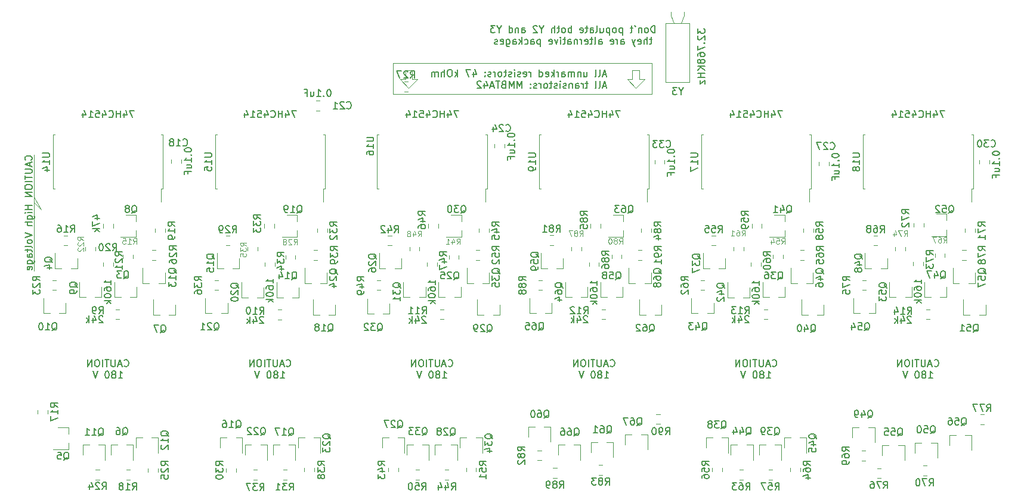
<source format=gbr>
%TF.GenerationSoftware,KiCad,Pcbnew,5.1.8+dfsg1-1+b1*%
%TF.CreationDate,2021-02-09T07:03:43+02:00*%
%TF.ProjectId,nixiedisp,6e697869-6564-4697-9370-2e6b69636164,2*%
%TF.SameCoordinates,Original*%
%TF.FileFunction,Legend,Bot*%
%TF.FilePolarity,Positive*%
%FSLAX46Y46*%
G04 Gerber Fmt 4.6, Leading zero omitted, Abs format (unit mm)*
G04 Created by KiCad (PCBNEW 5.1.8+dfsg1-1+b1) date 2021-02-09 07:03:43*
%MOMM*%
%LPD*%
G01*
G04 APERTURE LIST*
%ADD10C,0.120000*%
%ADD11C,0.150000*%
G04 APERTURE END LIST*
D10*
X71500000Y-102250000D02*
X70500000Y-101250000D01*
X70500000Y-100500000D02*
X71500000Y-102250000D01*
X70500000Y-94500000D02*
X70500000Y-111000000D01*
D11*
X158642857Y-77127380D02*
X158642857Y-76127380D01*
X158404761Y-76127380D01*
X158261904Y-76175000D01*
X158166666Y-76270238D01*
X158119047Y-76365476D01*
X158071428Y-76555952D01*
X158071428Y-76698809D01*
X158119047Y-76889285D01*
X158166666Y-76984523D01*
X158261904Y-77079761D01*
X158404761Y-77127380D01*
X158642857Y-77127380D01*
X157500000Y-77127380D02*
X157595238Y-77079761D01*
X157642857Y-77032142D01*
X157690476Y-76936904D01*
X157690476Y-76651190D01*
X157642857Y-76555952D01*
X157595238Y-76508333D01*
X157500000Y-76460714D01*
X157357142Y-76460714D01*
X157261904Y-76508333D01*
X157214285Y-76555952D01*
X157166666Y-76651190D01*
X157166666Y-76936904D01*
X157214285Y-77032142D01*
X157261904Y-77079761D01*
X157357142Y-77127380D01*
X157500000Y-77127380D01*
X156738095Y-76460714D02*
X156738095Y-77127380D01*
X156738095Y-76555952D02*
X156690476Y-76508333D01*
X156595238Y-76460714D01*
X156452380Y-76460714D01*
X156357142Y-76508333D01*
X156309523Y-76603571D01*
X156309523Y-77127380D01*
X155785714Y-76127380D02*
X155880952Y-76317857D01*
X155500000Y-76460714D02*
X155119047Y-76460714D01*
X155357142Y-76127380D02*
X155357142Y-76984523D01*
X155309523Y-77079761D01*
X155214285Y-77127380D01*
X155119047Y-77127380D01*
X154023809Y-76460714D02*
X154023809Y-77460714D01*
X154023809Y-76508333D02*
X153928571Y-76460714D01*
X153738095Y-76460714D01*
X153642857Y-76508333D01*
X153595238Y-76555952D01*
X153547619Y-76651190D01*
X153547619Y-76936904D01*
X153595238Y-77032142D01*
X153642857Y-77079761D01*
X153738095Y-77127380D01*
X153928571Y-77127380D01*
X154023809Y-77079761D01*
X152976190Y-77127380D02*
X153071428Y-77079761D01*
X153119047Y-77032142D01*
X153166666Y-76936904D01*
X153166666Y-76651190D01*
X153119047Y-76555952D01*
X153071428Y-76508333D01*
X152976190Y-76460714D01*
X152833333Y-76460714D01*
X152738095Y-76508333D01*
X152690476Y-76555952D01*
X152642857Y-76651190D01*
X152642857Y-76936904D01*
X152690476Y-77032142D01*
X152738095Y-77079761D01*
X152833333Y-77127380D01*
X152976190Y-77127380D01*
X152214285Y-76460714D02*
X152214285Y-77460714D01*
X152214285Y-76508333D02*
X152119047Y-76460714D01*
X151928571Y-76460714D01*
X151833333Y-76508333D01*
X151785714Y-76555952D01*
X151738095Y-76651190D01*
X151738095Y-76936904D01*
X151785714Y-77032142D01*
X151833333Y-77079761D01*
X151928571Y-77127380D01*
X152119047Y-77127380D01*
X152214285Y-77079761D01*
X150880952Y-76460714D02*
X150880952Y-77127380D01*
X151309523Y-76460714D02*
X151309523Y-76984523D01*
X151261904Y-77079761D01*
X151166666Y-77127380D01*
X151023809Y-77127380D01*
X150928571Y-77079761D01*
X150880952Y-77032142D01*
X150261904Y-77127380D02*
X150357142Y-77079761D01*
X150404761Y-76984523D01*
X150404761Y-76127380D01*
X149452380Y-77127380D02*
X149452380Y-76603571D01*
X149500000Y-76508333D01*
X149595238Y-76460714D01*
X149785714Y-76460714D01*
X149880952Y-76508333D01*
X149452380Y-77079761D02*
X149547619Y-77127380D01*
X149785714Y-77127380D01*
X149880952Y-77079761D01*
X149928571Y-76984523D01*
X149928571Y-76889285D01*
X149880952Y-76794047D01*
X149785714Y-76746428D01*
X149547619Y-76746428D01*
X149452380Y-76698809D01*
X149119047Y-76460714D02*
X148738095Y-76460714D01*
X148976190Y-76127380D02*
X148976190Y-76984523D01*
X148928571Y-77079761D01*
X148833333Y-77127380D01*
X148738095Y-77127380D01*
X148023809Y-77079761D02*
X148119047Y-77127380D01*
X148309523Y-77127380D01*
X148404761Y-77079761D01*
X148452380Y-76984523D01*
X148452380Y-76603571D01*
X148404761Y-76508333D01*
X148309523Y-76460714D01*
X148119047Y-76460714D01*
X148023809Y-76508333D01*
X147976190Y-76603571D01*
X147976190Y-76698809D01*
X148452380Y-76794047D01*
X146785714Y-77127380D02*
X146785714Y-76127380D01*
X146785714Y-76508333D02*
X146690476Y-76460714D01*
X146500000Y-76460714D01*
X146404761Y-76508333D01*
X146357142Y-76555952D01*
X146309523Y-76651190D01*
X146309523Y-76936904D01*
X146357142Y-77032142D01*
X146404761Y-77079761D01*
X146500000Y-77127380D01*
X146690476Y-77127380D01*
X146785714Y-77079761D01*
X145738095Y-77127380D02*
X145833333Y-77079761D01*
X145880952Y-77032142D01*
X145928571Y-76936904D01*
X145928571Y-76651190D01*
X145880952Y-76555952D01*
X145833333Y-76508333D01*
X145738095Y-76460714D01*
X145595238Y-76460714D01*
X145500000Y-76508333D01*
X145452380Y-76555952D01*
X145404761Y-76651190D01*
X145404761Y-76936904D01*
X145452380Y-77032142D01*
X145500000Y-77079761D01*
X145595238Y-77127380D01*
X145738095Y-77127380D01*
X145119047Y-76460714D02*
X144738095Y-76460714D01*
X144976190Y-76127380D02*
X144976190Y-76984523D01*
X144928571Y-77079761D01*
X144833333Y-77127380D01*
X144738095Y-77127380D01*
X144404761Y-77127380D02*
X144404761Y-76127380D01*
X143976190Y-77127380D02*
X143976190Y-76603571D01*
X144023809Y-76508333D01*
X144119047Y-76460714D01*
X144261904Y-76460714D01*
X144357142Y-76508333D01*
X144404761Y-76555952D01*
X142547619Y-76651190D02*
X142547619Y-77127380D01*
X142880952Y-76127380D02*
X142547619Y-76651190D01*
X142214285Y-76127380D01*
X141928571Y-76222619D02*
X141880952Y-76175000D01*
X141785714Y-76127380D01*
X141547619Y-76127380D01*
X141452380Y-76175000D01*
X141404761Y-76222619D01*
X141357142Y-76317857D01*
X141357142Y-76413095D01*
X141404761Y-76555952D01*
X141976190Y-77127380D01*
X141357142Y-77127380D01*
X139738095Y-77127380D02*
X139738095Y-76603571D01*
X139785714Y-76508333D01*
X139880952Y-76460714D01*
X140071428Y-76460714D01*
X140166666Y-76508333D01*
X139738095Y-77079761D02*
X139833333Y-77127380D01*
X140071428Y-77127380D01*
X140166666Y-77079761D01*
X140214285Y-76984523D01*
X140214285Y-76889285D01*
X140166666Y-76794047D01*
X140071428Y-76746428D01*
X139833333Y-76746428D01*
X139738095Y-76698809D01*
X139261904Y-76460714D02*
X139261904Y-77127380D01*
X139261904Y-76555952D02*
X139214285Y-76508333D01*
X139119047Y-76460714D01*
X138976190Y-76460714D01*
X138880952Y-76508333D01*
X138833333Y-76603571D01*
X138833333Y-77127380D01*
X137928571Y-77127380D02*
X137928571Y-76127380D01*
X137928571Y-77079761D02*
X138023809Y-77127380D01*
X138214285Y-77127380D01*
X138309523Y-77079761D01*
X138357142Y-77032142D01*
X138404761Y-76936904D01*
X138404761Y-76651190D01*
X138357142Y-76555952D01*
X138309523Y-76508333D01*
X138214285Y-76460714D01*
X138023809Y-76460714D01*
X137928571Y-76508333D01*
X136500000Y-76651190D02*
X136500000Y-77127380D01*
X136833333Y-76127380D02*
X136500000Y-76651190D01*
X136166666Y-76127380D01*
X135928571Y-76127380D02*
X135309523Y-76127380D01*
X135642857Y-76508333D01*
X135500000Y-76508333D01*
X135404761Y-76555952D01*
X135357142Y-76603571D01*
X135309523Y-76698809D01*
X135309523Y-76936904D01*
X135357142Y-77032142D01*
X135404761Y-77079761D01*
X135500000Y-77127380D01*
X135785714Y-77127380D01*
X135880952Y-77079761D01*
X135928571Y-77032142D01*
X158238095Y-78110714D02*
X157857142Y-78110714D01*
X158095238Y-77777380D02*
X158095238Y-78634523D01*
X158047619Y-78729761D01*
X157952380Y-78777380D01*
X157857142Y-78777380D01*
X157523809Y-78777380D02*
X157523809Y-77777380D01*
X157095238Y-78777380D02*
X157095238Y-78253571D01*
X157142857Y-78158333D01*
X157238095Y-78110714D01*
X157380952Y-78110714D01*
X157476190Y-78158333D01*
X157523809Y-78205952D01*
X156238095Y-78729761D02*
X156333333Y-78777380D01*
X156523809Y-78777380D01*
X156619047Y-78729761D01*
X156666666Y-78634523D01*
X156666666Y-78253571D01*
X156619047Y-78158333D01*
X156523809Y-78110714D01*
X156333333Y-78110714D01*
X156238095Y-78158333D01*
X156190476Y-78253571D01*
X156190476Y-78348809D01*
X156666666Y-78444047D01*
X155857142Y-78110714D02*
X155619047Y-78777380D01*
X155380952Y-78110714D02*
X155619047Y-78777380D01*
X155714285Y-79015476D01*
X155761904Y-79063095D01*
X155857142Y-79110714D01*
X153809523Y-78777380D02*
X153809523Y-78253571D01*
X153857142Y-78158333D01*
X153952380Y-78110714D01*
X154142857Y-78110714D01*
X154238095Y-78158333D01*
X153809523Y-78729761D02*
X153904761Y-78777380D01*
X154142857Y-78777380D01*
X154238095Y-78729761D01*
X154285714Y-78634523D01*
X154285714Y-78539285D01*
X154238095Y-78444047D01*
X154142857Y-78396428D01*
X153904761Y-78396428D01*
X153809523Y-78348809D01*
X153333333Y-78777380D02*
X153333333Y-78110714D01*
X153333333Y-78301190D02*
X153285714Y-78205952D01*
X153238095Y-78158333D01*
X153142857Y-78110714D01*
X153047619Y-78110714D01*
X152333333Y-78729761D02*
X152428571Y-78777380D01*
X152619047Y-78777380D01*
X152714285Y-78729761D01*
X152761904Y-78634523D01*
X152761904Y-78253571D01*
X152714285Y-78158333D01*
X152619047Y-78110714D01*
X152428571Y-78110714D01*
X152333333Y-78158333D01*
X152285714Y-78253571D01*
X152285714Y-78348809D01*
X152761904Y-78444047D01*
X150666666Y-78777380D02*
X150666666Y-78253571D01*
X150714285Y-78158333D01*
X150809523Y-78110714D01*
X151000000Y-78110714D01*
X151095238Y-78158333D01*
X150666666Y-78729761D02*
X150761904Y-78777380D01*
X151000000Y-78777380D01*
X151095238Y-78729761D01*
X151142857Y-78634523D01*
X151142857Y-78539285D01*
X151095238Y-78444047D01*
X151000000Y-78396428D01*
X150761904Y-78396428D01*
X150666666Y-78348809D01*
X150047619Y-78777380D02*
X150142857Y-78729761D01*
X150190476Y-78634523D01*
X150190476Y-77777380D01*
X149809523Y-78110714D02*
X149428571Y-78110714D01*
X149666666Y-77777380D02*
X149666666Y-78634523D01*
X149619047Y-78729761D01*
X149523809Y-78777380D01*
X149428571Y-78777380D01*
X148714285Y-78729761D02*
X148809523Y-78777380D01*
X149000000Y-78777380D01*
X149095238Y-78729761D01*
X149142857Y-78634523D01*
X149142857Y-78253571D01*
X149095238Y-78158333D01*
X149000000Y-78110714D01*
X148809523Y-78110714D01*
X148714285Y-78158333D01*
X148666666Y-78253571D01*
X148666666Y-78348809D01*
X149142857Y-78444047D01*
X148238095Y-78777380D02*
X148238095Y-78110714D01*
X148238095Y-78301190D02*
X148190476Y-78205952D01*
X148142857Y-78158333D01*
X148047619Y-78110714D01*
X147952380Y-78110714D01*
X147619047Y-78110714D02*
X147619047Y-78777380D01*
X147619047Y-78205952D02*
X147571428Y-78158333D01*
X147476190Y-78110714D01*
X147333333Y-78110714D01*
X147238095Y-78158333D01*
X147190476Y-78253571D01*
X147190476Y-78777380D01*
X146285714Y-78777380D02*
X146285714Y-78253571D01*
X146333333Y-78158333D01*
X146428571Y-78110714D01*
X146619047Y-78110714D01*
X146714285Y-78158333D01*
X146285714Y-78729761D02*
X146380952Y-78777380D01*
X146619047Y-78777380D01*
X146714285Y-78729761D01*
X146761904Y-78634523D01*
X146761904Y-78539285D01*
X146714285Y-78444047D01*
X146619047Y-78396428D01*
X146380952Y-78396428D01*
X146285714Y-78348809D01*
X145952380Y-78110714D02*
X145571428Y-78110714D01*
X145809523Y-77777380D02*
X145809523Y-78634523D01*
X145761904Y-78729761D01*
X145666666Y-78777380D01*
X145571428Y-78777380D01*
X145238095Y-78777380D02*
X145238095Y-78110714D01*
X145238095Y-77777380D02*
X145285714Y-77825000D01*
X145238095Y-77872619D01*
X145190476Y-77825000D01*
X145238095Y-77777380D01*
X145238095Y-77872619D01*
X144857142Y-78110714D02*
X144619047Y-78777380D01*
X144380952Y-78110714D01*
X143619047Y-78729761D02*
X143714285Y-78777380D01*
X143904761Y-78777380D01*
X144000000Y-78729761D01*
X144047619Y-78634523D01*
X144047619Y-78253571D01*
X144000000Y-78158333D01*
X143904761Y-78110714D01*
X143714285Y-78110714D01*
X143619047Y-78158333D01*
X143571428Y-78253571D01*
X143571428Y-78348809D01*
X144047619Y-78444047D01*
X142380952Y-78110714D02*
X142380952Y-79110714D01*
X142380952Y-78158333D02*
X142285714Y-78110714D01*
X142095238Y-78110714D01*
X142000000Y-78158333D01*
X141952380Y-78205952D01*
X141904761Y-78301190D01*
X141904761Y-78586904D01*
X141952380Y-78682142D01*
X142000000Y-78729761D01*
X142095238Y-78777380D01*
X142285714Y-78777380D01*
X142380952Y-78729761D01*
X141047619Y-78777380D02*
X141047619Y-78253571D01*
X141095238Y-78158333D01*
X141190476Y-78110714D01*
X141380952Y-78110714D01*
X141476190Y-78158333D01*
X141047619Y-78729761D02*
X141142857Y-78777380D01*
X141380952Y-78777380D01*
X141476190Y-78729761D01*
X141523809Y-78634523D01*
X141523809Y-78539285D01*
X141476190Y-78444047D01*
X141380952Y-78396428D01*
X141142857Y-78396428D01*
X141047619Y-78348809D01*
X140142857Y-78729761D02*
X140238095Y-78777380D01*
X140428571Y-78777380D01*
X140523809Y-78729761D01*
X140571428Y-78682142D01*
X140619047Y-78586904D01*
X140619047Y-78301190D01*
X140571428Y-78205952D01*
X140523809Y-78158333D01*
X140428571Y-78110714D01*
X140238095Y-78110714D01*
X140142857Y-78158333D01*
X139714285Y-78777380D02*
X139714285Y-77777380D01*
X139619047Y-78396428D02*
X139333333Y-78777380D01*
X139333333Y-78110714D02*
X139714285Y-78491666D01*
X138476190Y-78777380D02*
X138476190Y-78253571D01*
X138523809Y-78158333D01*
X138619047Y-78110714D01*
X138809523Y-78110714D01*
X138904761Y-78158333D01*
X138476190Y-78729761D02*
X138571428Y-78777380D01*
X138809523Y-78777380D01*
X138904761Y-78729761D01*
X138952380Y-78634523D01*
X138952380Y-78539285D01*
X138904761Y-78444047D01*
X138809523Y-78396428D01*
X138571428Y-78396428D01*
X138476190Y-78348809D01*
X137571428Y-78110714D02*
X137571428Y-78920238D01*
X137619047Y-79015476D01*
X137666666Y-79063095D01*
X137761904Y-79110714D01*
X137904761Y-79110714D01*
X138000000Y-79063095D01*
X137571428Y-78729761D02*
X137666666Y-78777380D01*
X137857142Y-78777380D01*
X137952380Y-78729761D01*
X138000000Y-78682142D01*
X138047619Y-78586904D01*
X138047619Y-78301190D01*
X138000000Y-78205952D01*
X137952380Y-78158333D01*
X137857142Y-78110714D01*
X137666666Y-78110714D01*
X137571428Y-78158333D01*
X136714285Y-78729761D02*
X136809523Y-78777380D01*
X137000000Y-78777380D01*
X137095238Y-78729761D01*
X137142857Y-78634523D01*
X137142857Y-78253571D01*
X137095238Y-78158333D01*
X137000000Y-78110714D01*
X136809523Y-78110714D01*
X136714285Y-78158333D01*
X136666666Y-78253571D01*
X136666666Y-78348809D01*
X137142857Y-78444047D01*
X136285714Y-78729761D02*
X136190476Y-78777380D01*
X136000000Y-78777380D01*
X135904761Y-78729761D01*
X135857142Y-78634523D01*
X135857142Y-78586904D01*
X135904761Y-78491666D01*
X136000000Y-78444047D01*
X136142857Y-78444047D01*
X136238095Y-78396428D01*
X136285714Y-78301190D01*
X136285714Y-78253571D01*
X136238095Y-78158333D01*
X136142857Y-78110714D01*
X136000000Y-78110714D01*
X135904761Y-78158333D01*
D10*
X124200000Y-82500000D02*
X124200000Y-83750000D01*
X123700000Y-85000000D02*
X122450000Y-83750000D01*
X123200000Y-82500000D02*
X124200000Y-82500000D01*
X122450000Y-83750000D02*
X123200000Y-83750000D01*
X124950000Y-83750000D02*
X123700000Y-85000000D01*
X123200000Y-83750000D02*
X123200000Y-82500000D01*
X124200000Y-83750000D02*
X124950000Y-83750000D01*
X157200000Y-83750000D02*
X155950000Y-85000000D01*
X156450000Y-83750000D02*
X157200000Y-83750000D01*
X156450000Y-82500000D02*
X156450000Y-83750000D01*
X155450000Y-82500000D02*
X156450000Y-82500000D01*
X155450000Y-83750000D02*
X155450000Y-82500000D01*
X154700000Y-83750000D02*
X155450000Y-83750000D01*
X155950000Y-85000000D02*
X154700000Y-83750000D01*
D11*
X198309523Y-124532142D02*
X198357142Y-124579761D01*
X198500000Y-124627380D01*
X198595238Y-124627380D01*
X198738095Y-124579761D01*
X198833333Y-124484523D01*
X198880952Y-124389285D01*
X198928571Y-124198809D01*
X198928571Y-124055952D01*
X198880952Y-123865476D01*
X198833333Y-123770238D01*
X198738095Y-123675000D01*
X198595238Y-123627380D01*
X198500000Y-123627380D01*
X198357142Y-123675000D01*
X198309523Y-123722619D01*
X197928571Y-124341666D02*
X197452380Y-124341666D01*
X198023809Y-124627380D02*
X197690476Y-123627380D01*
X197357142Y-124627380D01*
X197023809Y-123627380D02*
X197023809Y-124436904D01*
X196976190Y-124532142D01*
X196928571Y-124579761D01*
X196833333Y-124627380D01*
X196642857Y-124627380D01*
X196547619Y-124579761D01*
X196500000Y-124532142D01*
X196452380Y-124436904D01*
X196452380Y-123627380D01*
X196119047Y-123627380D02*
X195547619Y-123627380D01*
X195833333Y-124627380D02*
X195833333Y-123627380D01*
X195214285Y-124627380D02*
X195214285Y-123627380D01*
X194547619Y-123627380D02*
X194357142Y-123627380D01*
X194261904Y-123675000D01*
X194166666Y-123770238D01*
X194119047Y-123960714D01*
X194119047Y-124294047D01*
X194166666Y-124484523D01*
X194261904Y-124579761D01*
X194357142Y-124627380D01*
X194547619Y-124627380D01*
X194642857Y-124579761D01*
X194738095Y-124484523D01*
X194785714Y-124294047D01*
X194785714Y-123960714D01*
X194738095Y-123770238D01*
X194642857Y-123675000D01*
X194547619Y-123627380D01*
X193690476Y-124627380D02*
X193690476Y-123627380D01*
X193119047Y-124627380D01*
X193119047Y-123627380D01*
X197476190Y-126277380D02*
X198047619Y-126277380D01*
X197761904Y-126277380D02*
X197761904Y-125277380D01*
X197857142Y-125420238D01*
X197952380Y-125515476D01*
X198047619Y-125563095D01*
X196904761Y-125705952D02*
X197000000Y-125658333D01*
X197047619Y-125610714D01*
X197095238Y-125515476D01*
X197095238Y-125467857D01*
X197047619Y-125372619D01*
X197000000Y-125325000D01*
X196904761Y-125277380D01*
X196714285Y-125277380D01*
X196619047Y-125325000D01*
X196571428Y-125372619D01*
X196523809Y-125467857D01*
X196523809Y-125515476D01*
X196571428Y-125610714D01*
X196619047Y-125658333D01*
X196714285Y-125705952D01*
X196904761Y-125705952D01*
X197000000Y-125753571D01*
X197047619Y-125801190D01*
X197095238Y-125896428D01*
X197095238Y-126086904D01*
X197047619Y-126182142D01*
X197000000Y-126229761D01*
X196904761Y-126277380D01*
X196714285Y-126277380D01*
X196619047Y-126229761D01*
X196571428Y-126182142D01*
X196523809Y-126086904D01*
X196523809Y-125896428D01*
X196571428Y-125801190D01*
X196619047Y-125753571D01*
X196714285Y-125705952D01*
X195904761Y-125277380D02*
X195809523Y-125277380D01*
X195714285Y-125325000D01*
X195666666Y-125372619D01*
X195619047Y-125467857D01*
X195571428Y-125658333D01*
X195571428Y-125896428D01*
X195619047Y-126086904D01*
X195666666Y-126182142D01*
X195714285Y-126229761D01*
X195809523Y-126277380D01*
X195904761Y-126277380D01*
X196000000Y-126229761D01*
X196047619Y-126182142D01*
X196095238Y-126086904D01*
X196142857Y-125896428D01*
X196142857Y-125658333D01*
X196095238Y-125467857D01*
X196047619Y-125372619D01*
X196000000Y-125325000D01*
X195904761Y-125277380D01*
X194523809Y-125277380D02*
X194190476Y-126277380D01*
X193857142Y-125277380D01*
X175309523Y-124532142D02*
X175357142Y-124579761D01*
X175500000Y-124627380D01*
X175595238Y-124627380D01*
X175738095Y-124579761D01*
X175833333Y-124484523D01*
X175880952Y-124389285D01*
X175928571Y-124198809D01*
X175928571Y-124055952D01*
X175880952Y-123865476D01*
X175833333Y-123770238D01*
X175738095Y-123675000D01*
X175595238Y-123627380D01*
X175500000Y-123627380D01*
X175357142Y-123675000D01*
X175309523Y-123722619D01*
X174928571Y-124341666D02*
X174452380Y-124341666D01*
X175023809Y-124627380D02*
X174690476Y-123627380D01*
X174357142Y-124627380D01*
X174023809Y-123627380D02*
X174023809Y-124436904D01*
X173976190Y-124532142D01*
X173928571Y-124579761D01*
X173833333Y-124627380D01*
X173642857Y-124627380D01*
X173547619Y-124579761D01*
X173500000Y-124532142D01*
X173452380Y-124436904D01*
X173452380Y-123627380D01*
X173119047Y-123627380D02*
X172547619Y-123627380D01*
X172833333Y-124627380D02*
X172833333Y-123627380D01*
X172214285Y-124627380D02*
X172214285Y-123627380D01*
X171547619Y-123627380D02*
X171357142Y-123627380D01*
X171261904Y-123675000D01*
X171166666Y-123770238D01*
X171119047Y-123960714D01*
X171119047Y-124294047D01*
X171166666Y-124484523D01*
X171261904Y-124579761D01*
X171357142Y-124627380D01*
X171547619Y-124627380D01*
X171642857Y-124579761D01*
X171738095Y-124484523D01*
X171785714Y-124294047D01*
X171785714Y-123960714D01*
X171738095Y-123770238D01*
X171642857Y-123675000D01*
X171547619Y-123627380D01*
X170690476Y-124627380D02*
X170690476Y-123627380D01*
X170119047Y-124627380D01*
X170119047Y-123627380D01*
X174476190Y-126277380D02*
X175047619Y-126277380D01*
X174761904Y-126277380D02*
X174761904Y-125277380D01*
X174857142Y-125420238D01*
X174952380Y-125515476D01*
X175047619Y-125563095D01*
X173904761Y-125705952D02*
X174000000Y-125658333D01*
X174047619Y-125610714D01*
X174095238Y-125515476D01*
X174095238Y-125467857D01*
X174047619Y-125372619D01*
X174000000Y-125325000D01*
X173904761Y-125277380D01*
X173714285Y-125277380D01*
X173619047Y-125325000D01*
X173571428Y-125372619D01*
X173523809Y-125467857D01*
X173523809Y-125515476D01*
X173571428Y-125610714D01*
X173619047Y-125658333D01*
X173714285Y-125705952D01*
X173904761Y-125705952D01*
X174000000Y-125753571D01*
X174047619Y-125801190D01*
X174095238Y-125896428D01*
X174095238Y-126086904D01*
X174047619Y-126182142D01*
X174000000Y-126229761D01*
X173904761Y-126277380D01*
X173714285Y-126277380D01*
X173619047Y-126229761D01*
X173571428Y-126182142D01*
X173523809Y-126086904D01*
X173523809Y-125896428D01*
X173571428Y-125801190D01*
X173619047Y-125753571D01*
X173714285Y-125705952D01*
X172904761Y-125277380D02*
X172809523Y-125277380D01*
X172714285Y-125325000D01*
X172666666Y-125372619D01*
X172619047Y-125467857D01*
X172571428Y-125658333D01*
X172571428Y-125896428D01*
X172619047Y-126086904D01*
X172666666Y-126182142D01*
X172714285Y-126229761D01*
X172809523Y-126277380D01*
X172904761Y-126277380D01*
X173000000Y-126229761D01*
X173047619Y-126182142D01*
X173095238Y-126086904D01*
X173142857Y-125896428D01*
X173142857Y-125658333D01*
X173095238Y-125467857D01*
X173047619Y-125372619D01*
X173000000Y-125325000D01*
X172904761Y-125277380D01*
X171523809Y-125277380D02*
X171190476Y-126277380D01*
X170857142Y-125277380D01*
X152309523Y-124532142D02*
X152357142Y-124579761D01*
X152500000Y-124627380D01*
X152595238Y-124627380D01*
X152738095Y-124579761D01*
X152833333Y-124484523D01*
X152880952Y-124389285D01*
X152928571Y-124198809D01*
X152928571Y-124055952D01*
X152880952Y-123865476D01*
X152833333Y-123770238D01*
X152738095Y-123675000D01*
X152595238Y-123627380D01*
X152500000Y-123627380D01*
X152357142Y-123675000D01*
X152309523Y-123722619D01*
X151928571Y-124341666D02*
X151452380Y-124341666D01*
X152023809Y-124627380D02*
X151690476Y-123627380D01*
X151357142Y-124627380D01*
X151023809Y-123627380D02*
X151023809Y-124436904D01*
X150976190Y-124532142D01*
X150928571Y-124579761D01*
X150833333Y-124627380D01*
X150642857Y-124627380D01*
X150547619Y-124579761D01*
X150500000Y-124532142D01*
X150452380Y-124436904D01*
X150452380Y-123627380D01*
X150119047Y-123627380D02*
X149547619Y-123627380D01*
X149833333Y-124627380D02*
X149833333Y-123627380D01*
X149214285Y-124627380D02*
X149214285Y-123627380D01*
X148547619Y-123627380D02*
X148357142Y-123627380D01*
X148261904Y-123675000D01*
X148166666Y-123770238D01*
X148119047Y-123960714D01*
X148119047Y-124294047D01*
X148166666Y-124484523D01*
X148261904Y-124579761D01*
X148357142Y-124627380D01*
X148547619Y-124627380D01*
X148642857Y-124579761D01*
X148738095Y-124484523D01*
X148785714Y-124294047D01*
X148785714Y-123960714D01*
X148738095Y-123770238D01*
X148642857Y-123675000D01*
X148547619Y-123627380D01*
X147690476Y-124627380D02*
X147690476Y-123627380D01*
X147119047Y-124627380D01*
X147119047Y-123627380D01*
X151476190Y-126277380D02*
X152047619Y-126277380D01*
X151761904Y-126277380D02*
X151761904Y-125277380D01*
X151857142Y-125420238D01*
X151952380Y-125515476D01*
X152047619Y-125563095D01*
X150904761Y-125705952D02*
X151000000Y-125658333D01*
X151047619Y-125610714D01*
X151095238Y-125515476D01*
X151095238Y-125467857D01*
X151047619Y-125372619D01*
X151000000Y-125325000D01*
X150904761Y-125277380D01*
X150714285Y-125277380D01*
X150619047Y-125325000D01*
X150571428Y-125372619D01*
X150523809Y-125467857D01*
X150523809Y-125515476D01*
X150571428Y-125610714D01*
X150619047Y-125658333D01*
X150714285Y-125705952D01*
X150904761Y-125705952D01*
X151000000Y-125753571D01*
X151047619Y-125801190D01*
X151095238Y-125896428D01*
X151095238Y-126086904D01*
X151047619Y-126182142D01*
X151000000Y-126229761D01*
X150904761Y-126277380D01*
X150714285Y-126277380D01*
X150619047Y-126229761D01*
X150571428Y-126182142D01*
X150523809Y-126086904D01*
X150523809Y-125896428D01*
X150571428Y-125801190D01*
X150619047Y-125753571D01*
X150714285Y-125705952D01*
X149904761Y-125277380D02*
X149809523Y-125277380D01*
X149714285Y-125325000D01*
X149666666Y-125372619D01*
X149619047Y-125467857D01*
X149571428Y-125658333D01*
X149571428Y-125896428D01*
X149619047Y-126086904D01*
X149666666Y-126182142D01*
X149714285Y-126229761D01*
X149809523Y-126277380D01*
X149904761Y-126277380D01*
X150000000Y-126229761D01*
X150047619Y-126182142D01*
X150095238Y-126086904D01*
X150142857Y-125896428D01*
X150142857Y-125658333D01*
X150095238Y-125467857D01*
X150047619Y-125372619D01*
X150000000Y-125325000D01*
X149904761Y-125277380D01*
X148523809Y-125277380D02*
X148190476Y-126277380D01*
X147857142Y-125277380D01*
X129309523Y-124532142D02*
X129357142Y-124579761D01*
X129500000Y-124627380D01*
X129595238Y-124627380D01*
X129738095Y-124579761D01*
X129833333Y-124484523D01*
X129880952Y-124389285D01*
X129928571Y-124198809D01*
X129928571Y-124055952D01*
X129880952Y-123865476D01*
X129833333Y-123770238D01*
X129738095Y-123675000D01*
X129595238Y-123627380D01*
X129500000Y-123627380D01*
X129357142Y-123675000D01*
X129309523Y-123722619D01*
X128928571Y-124341666D02*
X128452380Y-124341666D01*
X129023809Y-124627380D02*
X128690476Y-123627380D01*
X128357142Y-124627380D01*
X128023809Y-123627380D02*
X128023809Y-124436904D01*
X127976190Y-124532142D01*
X127928571Y-124579761D01*
X127833333Y-124627380D01*
X127642857Y-124627380D01*
X127547619Y-124579761D01*
X127500000Y-124532142D01*
X127452380Y-124436904D01*
X127452380Y-123627380D01*
X127119047Y-123627380D02*
X126547619Y-123627380D01*
X126833333Y-124627380D02*
X126833333Y-123627380D01*
X126214285Y-124627380D02*
X126214285Y-123627380D01*
X125547619Y-123627380D02*
X125357142Y-123627380D01*
X125261904Y-123675000D01*
X125166666Y-123770238D01*
X125119047Y-123960714D01*
X125119047Y-124294047D01*
X125166666Y-124484523D01*
X125261904Y-124579761D01*
X125357142Y-124627380D01*
X125547619Y-124627380D01*
X125642857Y-124579761D01*
X125738095Y-124484523D01*
X125785714Y-124294047D01*
X125785714Y-123960714D01*
X125738095Y-123770238D01*
X125642857Y-123675000D01*
X125547619Y-123627380D01*
X124690476Y-124627380D02*
X124690476Y-123627380D01*
X124119047Y-124627380D01*
X124119047Y-123627380D01*
X128476190Y-126277380D02*
X129047619Y-126277380D01*
X128761904Y-126277380D02*
X128761904Y-125277380D01*
X128857142Y-125420238D01*
X128952380Y-125515476D01*
X129047619Y-125563095D01*
X127904761Y-125705952D02*
X128000000Y-125658333D01*
X128047619Y-125610714D01*
X128095238Y-125515476D01*
X128095238Y-125467857D01*
X128047619Y-125372619D01*
X128000000Y-125325000D01*
X127904761Y-125277380D01*
X127714285Y-125277380D01*
X127619047Y-125325000D01*
X127571428Y-125372619D01*
X127523809Y-125467857D01*
X127523809Y-125515476D01*
X127571428Y-125610714D01*
X127619047Y-125658333D01*
X127714285Y-125705952D01*
X127904761Y-125705952D01*
X128000000Y-125753571D01*
X128047619Y-125801190D01*
X128095238Y-125896428D01*
X128095238Y-126086904D01*
X128047619Y-126182142D01*
X128000000Y-126229761D01*
X127904761Y-126277380D01*
X127714285Y-126277380D01*
X127619047Y-126229761D01*
X127571428Y-126182142D01*
X127523809Y-126086904D01*
X127523809Y-125896428D01*
X127571428Y-125801190D01*
X127619047Y-125753571D01*
X127714285Y-125705952D01*
X126904761Y-125277380D02*
X126809523Y-125277380D01*
X126714285Y-125325000D01*
X126666666Y-125372619D01*
X126619047Y-125467857D01*
X126571428Y-125658333D01*
X126571428Y-125896428D01*
X126619047Y-126086904D01*
X126666666Y-126182142D01*
X126714285Y-126229761D01*
X126809523Y-126277380D01*
X126904761Y-126277380D01*
X127000000Y-126229761D01*
X127047619Y-126182142D01*
X127095238Y-126086904D01*
X127142857Y-125896428D01*
X127142857Y-125658333D01*
X127095238Y-125467857D01*
X127047619Y-125372619D01*
X127000000Y-125325000D01*
X126904761Y-125277380D01*
X125523809Y-125277380D02*
X125190476Y-126277380D01*
X124857142Y-125277380D01*
X106309523Y-124532142D02*
X106357142Y-124579761D01*
X106500000Y-124627380D01*
X106595238Y-124627380D01*
X106738095Y-124579761D01*
X106833333Y-124484523D01*
X106880952Y-124389285D01*
X106928571Y-124198809D01*
X106928571Y-124055952D01*
X106880952Y-123865476D01*
X106833333Y-123770238D01*
X106738095Y-123675000D01*
X106595238Y-123627380D01*
X106500000Y-123627380D01*
X106357142Y-123675000D01*
X106309523Y-123722619D01*
X105928571Y-124341666D02*
X105452380Y-124341666D01*
X106023809Y-124627380D02*
X105690476Y-123627380D01*
X105357142Y-124627380D01*
X105023809Y-123627380D02*
X105023809Y-124436904D01*
X104976190Y-124532142D01*
X104928571Y-124579761D01*
X104833333Y-124627380D01*
X104642857Y-124627380D01*
X104547619Y-124579761D01*
X104500000Y-124532142D01*
X104452380Y-124436904D01*
X104452380Y-123627380D01*
X104119047Y-123627380D02*
X103547619Y-123627380D01*
X103833333Y-124627380D02*
X103833333Y-123627380D01*
X103214285Y-124627380D02*
X103214285Y-123627380D01*
X102547619Y-123627380D02*
X102357142Y-123627380D01*
X102261904Y-123675000D01*
X102166666Y-123770238D01*
X102119047Y-123960714D01*
X102119047Y-124294047D01*
X102166666Y-124484523D01*
X102261904Y-124579761D01*
X102357142Y-124627380D01*
X102547619Y-124627380D01*
X102642857Y-124579761D01*
X102738095Y-124484523D01*
X102785714Y-124294047D01*
X102785714Y-123960714D01*
X102738095Y-123770238D01*
X102642857Y-123675000D01*
X102547619Y-123627380D01*
X101690476Y-124627380D02*
X101690476Y-123627380D01*
X101119047Y-124627380D01*
X101119047Y-123627380D01*
X105476190Y-126277380D02*
X106047619Y-126277380D01*
X105761904Y-126277380D02*
X105761904Y-125277380D01*
X105857142Y-125420238D01*
X105952380Y-125515476D01*
X106047619Y-125563095D01*
X104904761Y-125705952D02*
X105000000Y-125658333D01*
X105047619Y-125610714D01*
X105095238Y-125515476D01*
X105095238Y-125467857D01*
X105047619Y-125372619D01*
X105000000Y-125325000D01*
X104904761Y-125277380D01*
X104714285Y-125277380D01*
X104619047Y-125325000D01*
X104571428Y-125372619D01*
X104523809Y-125467857D01*
X104523809Y-125515476D01*
X104571428Y-125610714D01*
X104619047Y-125658333D01*
X104714285Y-125705952D01*
X104904761Y-125705952D01*
X105000000Y-125753571D01*
X105047619Y-125801190D01*
X105095238Y-125896428D01*
X105095238Y-126086904D01*
X105047619Y-126182142D01*
X105000000Y-126229761D01*
X104904761Y-126277380D01*
X104714285Y-126277380D01*
X104619047Y-126229761D01*
X104571428Y-126182142D01*
X104523809Y-126086904D01*
X104523809Y-125896428D01*
X104571428Y-125801190D01*
X104619047Y-125753571D01*
X104714285Y-125705952D01*
X103904761Y-125277380D02*
X103809523Y-125277380D01*
X103714285Y-125325000D01*
X103666666Y-125372619D01*
X103619047Y-125467857D01*
X103571428Y-125658333D01*
X103571428Y-125896428D01*
X103619047Y-126086904D01*
X103666666Y-126182142D01*
X103714285Y-126229761D01*
X103809523Y-126277380D01*
X103904761Y-126277380D01*
X104000000Y-126229761D01*
X104047619Y-126182142D01*
X104095238Y-126086904D01*
X104142857Y-125896428D01*
X104142857Y-125658333D01*
X104095238Y-125467857D01*
X104047619Y-125372619D01*
X104000000Y-125325000D01*
X103904761Y-125277380D01*
X102523809Y-125277380D02*
X102190476Y-126277380D01*
X101857142Y-125277380D01*
X83309523Y-124532142D02*
X83357142Y-124579761D01*
X83500000Y-124627380D01*
X83595238Y-124627380D01*
X83738095Y-124579761D01*
X83833333Y-124484523D01*
X83880952Y-124389285D01*
X83928571Y-124198809D01*
X83928571Y-124055952D01*
X83880952Y-123865476D01*
X83833333Y-123770238D01*
X83738095Y-123675000D01*
X83595238Y-123627380D01*
X83500000Y-123627380D01*
X83357142Y-123675000D01*
X83309523Y-123722619D01*
X82928571Y-124341666D02*
X82452380Y-124341666D01*
X83023809Y-124627380D02*
X82690476Y-123627380D01*
X82357142Y-124627380D01*
X82023809Y-123627380D02*
X82023809Y-124436904D01*
X81976190Y-124532142D01*
X81928571Y-124579761D01*
X81833333Y-124627380D01*
X81642857Y-124627380D01*
X81547619Y-124579761D01*
X81500000Y-124532142D01*
X81452380Y-124436904D01*
X81452380Y-123627380D01*
X81119047Y-123627380D02*
X80547619Y-123627380D01*
X80833333Y-124627380D02*
X80833333Y-123627380D01*
X80214285Y-124627380D02*
X80214285Y-123627380D01*
X79547619Y-123627380D02*
X79357142Y-123627380D01*
X79261904Y-123675000D01*
X79166666Y-123770238D01*
X79119047Y-123960714D01*
X79119047Y-124294047D01*
X79166666Y-124484523D01*
X79261904Y-124579761D01*
X79357142Y-124627380D01*
X79547619Y-124627380D01*
X79642857Y-124579761D01*
X79738095Y-124484523D01*
X79785714Y-124294047D01*
X79785714Y-123960714D01*
X79738095Y-123770238D01*
X79642857Y-123675000D01*
X79547619Y-123627380D01*
X78690476Y-124627380D02*
X78690476Y-123627380D01*
X78119047Y-124627380D01*
X78119047Y-123627380D01*
X82476190Y-126277380D02*
X83047619Y-126277380D01*
X82761904Y-126277380D02*
X82761904Y-125277380D01*
X82857142Y-125420238D01*
X82952380Y-125515476D01*
X83047619Y-125563095D01*
X81904761Y-125705952D02*
X82000000Y-125658333D01*
X82047619Y-125610714D01*
X82095238Y-125515476D01*
X82095238Y-125467857D01*
X82047619Y-125372619D01*
X82000000Y-125325000D01*
X81904761Y-125277380D01*
X81714285Y-125277380D01*
X81619047Y-125325000D01*
X81571428Y-125372619D01*
X81523809Y-125467857D01*
X81523809Y-125515476D01*
X81571428Y-125610714D01*
X81619047Y-125658333D01*
X81714285Y-125705952D01*
X81904761Y-125705952D01*
X82000000Y-125753571D01*
X82047619Y-125801190D01*
X82095238Y-125896428D01*
X82095238Y-126086904D01*
X82047619Y-126182142D01*
X82000000Y-126229761D01*
X81904761Y-126277380D01*
X81714285Y-126277380D01*
X81619047Y-126229761D01*
X81571428Y-126182142D01*
X81523809Y-126086904D01*
X81523809Y-125896428D01*
X81571428Y-125801190D01*
X81619047Y-125753571D01*
X81714285Y-125705952D01*
X80904761Y-125277380D02*
X80809523Y-125277380D01*
X80714285Y-125325000D01*
X80666666Y-125372619D01*
X80619047Y-125467857D01*
X80571428Y-125658333D01*
X80571428Y-125896428D01*
X80619047Y-126086904D01*
X80666666Y-126182142D01*
X80714285Y-126229761D01*
X80809523Y-126277380D01*
X80904761Y-126277380D01*
X81000000Y-126229761D01*
X81047619Y-126182142D01*
X81095238Y-126086904D01*
X81142857Y-125896428D01*
X81142857Y-125658333D01*
X81095238Y-125467857D01*
X81047619Y-125372619D01*
X81000000Y-125325000D01*
X80904761Y-125277380D01*
X79523809Y-125277380D02*
X79190476Y-126277380D01*
X78857142Y-125277380D01*
X70107142Y-95250000D02*
X70154761Y-95202380D01*
X70202380Y-95059523D01*
X70202380Y-94964285D01*
X70154761Y-94821428D01*
X70059523Y-94726190D01*
X69964285Y-94678571D01*
X69773809Y-94630952D01*
X69630952Y-94630952D01*
X69440476Y-94678571D01*
X69345238Y-94726190D01*
X69250000Y-94821428D01*
X69202380Y-94964285D01*
X69202380Y-95059523D01*
X69250000Y-95202380D01*
X69297619Y-95250000D01*
X69916666Y-95630952D02*
X69916666Y-96107142D01*
X70202380Y-95535714D02*
X69202380Y-95869047D01*
X70202380Y-96202380D01*
X69202380Y-96535714D02*
X70011904Y-96535714D01*
X70107142Y-96583333D01*
X70154761Y-96630952D01*
X70202380Y-96726190D01*
X70202380Y-96916666D01*
X70154761Y-97011904D01*
X70107142Y-97059523D01*
X70011904Y-97107142D01*
X69202380Y-97107142D01*
X69202380Y-97440476D02*
X69202380Y-98011904D01*
X70202380Y-97726190D02*
X69202380Y-97726190D01*
X70202380Y-98345238D02*
X69202380Y-98345238D01*
X69202380Y-99011904D02*
X69202380Y-99202380D01*
X69250000Y-99297619D01*
X69345238Y-99392857D01*
X69535714Y-99440476D01*
X69869047Y-99440476D01*
X70059523Y-99392857D01*
X70154761Y-99297619D01*
X70202380Y-99202380D01*
X70202380Y-99011904D01*
X70154761Y-98916666D01*
X70059523Y-98821428D01*
X69869047Y-98773809D01*
X69535714Y-98773809D01*
X69345238Y-98821428D01*
X69250000Y-98916666D01*
X69202380Y-99011904D01*
X70202380Y-99869047D02*
X69202380Y-99869047D01*
X70202380Y-100440476D01*
X69202380Y-100440476D01*
X70202380Y-101678571D02*
X69202380Y-101678571D01*
X69678571Y-101678571D02*
X69678571Y-102249999D01*
X70202380Y-102249999D02*
X69202380Y-102249999D01*
X70202380Y-102726190D02*
X69535714Y-102726190D01*
X69202380Y-102726190D02*
X69250000Y-102678571D01*
X69297619Y-102726190D01*
X69250000Y-102773809D01*
X69202380Y-102726190D01*
X69297619Y-102726190D01*
X69535714Y-103630952D02*
X70345238Y-103630952D01*
X70440476Y-103583333D01*
X70488095Y-103535714D01*
X70535714Y-103440476D01*
X70535714Y-103297619D01*
X70488095Y-103202380D01*
X70154761Y-103630952D02*
X70202380Y-103535714D01*
X70202380Y-103345238D01*
X70154761Y-103249999D01*
X70107142Y-103202380D01*
X70011904Y-103154761D01*
X69726190Y-103154761D01*
X69630952Y-103202380D01*
X69583333Y-103249999D01*
X69535714Y-103345238D01*
X69535714Y-103535714D01*
X69583333Y-103630952D01*
X70202380Y-104107142D02*
X69202380Y-104107142D01*
X70202380Y-104535714D02*
X69678571Y-104535714D01*
X69583333Y-104488095D01*
X69535714Y-104392857D01*
X69535714Y-104249999D01*
X69583333Y-104154761D01*
X69630952Y-104107142D01*
X69202380Y-105630952D02*
X70202380Y-105964285D01*
X69202380Y-106297619D01*
X70202380Y-106773809D02*
X70154761Y-106678571D01*
X70107142Y-106630952D01*
X70011904Y-106583333D01*
X69726190Y-106583333D01*
X69630952Y-106630952D01*
X69583333Y-106678571D01*
X69535714Y-106773809D01*
X69535714Y-106916666D01*
X69583333Y-107011904D01*
X69630952Y-107059523D01*
X69726190Y-107107142D01*
X70011904Y-107107142D01*
X70107142Y-107059523D01*
X70154761Y-107011904D01*
X70202380Y-106916666D01*
X70202380Y-106773809D01*
X70202380Y-107678571D02*
X70154761Y-107583333D01*
X70059523Y-107535714D01*
X69202380Y-107535714D01*
X69535714Y-107916666D02*
X69535714Y-108297619D01*
X69202380Y-108059523D02*
X70059523Y-108059523D01*
X70154761Y-108107142D01*
X70202380Y-108202380D01*
X70202380Y-108297619D01*
X70202380Y-109059523D02*
X69678571Y-109059523D01*
X69583333Y-109011904D01*
X69535714Y-108916666D01*
X69535714Y-108726190D01*
X69583333Y-108630952D01*
X70154761Y-109059523D02*
X70202380Y-108964285D01*
X70202380Y-108726190D01*
X70154761Y-108630952D01*
X70059523Y-108583333D01*
X69964285Y-108583333D01*
X69869047Y-108630952D01*
X69821428Y-108726190D01*
X69821428Y-108964285D01*
X69773809Y-109059523D01*
X69535714Y-109964285D02*
X70345238Y-109964285D01*
X70440476Y-109916666D01*
X70488095Y-109869047D01*
X70535714Y-109773809D01*
X70535714Y-109630952D01*
X70488095Y-109535714D01*
X70154761Y-109964285D02*
X70202380Y-109869047D01*
X70202380Y-109678571D01*
X70154761Y-109583333D01*
X70107142Y-109535714D01*
X70011904Y-109488095D01*
X69726190Y-109488095D01*
X69630952Y-109535714D01*
X69583333Y-109583333D01*
X69535714Y-109678571D01*
X69535714Y-109869047D01*
X69583333Y-109964285D01*
X70154761Y-110821428D02*
X70202380Y-110726190D01*
X70202380Y-110535714D01*
X70154761Y-110440476D01*
X70059523Y-110392857D01*
X69678571Y-110392857D01*
X69583333Y-110440476D01*
X69535714Y-110535714D01*
X69535714Y-110726190D01*
X69583333Y-110821428D01*
X69678571Y-110869047D01*
X69773809Y-110869047D01*
X69869047Y-110392857D01*
D10*
X121500000Y-85900000D02*
X121500000Y-81500000D01*
X158200000Y-85900000D02*
X121500000Y-85900000D01*
X158200000Y-81500000D02*
X158200000Y-85900000D01*
X121500000Y-81500000D02*
X158200000Y-81500000D01*
D11*
X151712023Y-83091666D02*
X151235833Y-83091666D01*
X151807261Y-83377380D02*
X151473928Y-82377380D01*
X151140595Y-83377380D01*
X150664404Y-83377380D02*
X150759642Y-83329761D01*
X150807261Y-83234523D01*
X150807261Y-82377380D01*
X150140595Y-83377380D02*
X150235833Y-83329761D01*
X150283452Y-83234523D01*
X150283452Y-82377380D01*
X148569166Y-82710714D02*
X148569166Y-83377380D01*
X148997738Y-82710714D02*
X148997738Y-83234523D01*
X148950119Y-83329761D01*
X148854880Y-83377380D01*
X148712023Y-83377380D01*
X148616785Y-83329761D01*
X148569166Y-83282142D01*
X148092976Y-82710714D02*
X148092976Y-83377380D01*
X148092976Y-82805952D02*
X148045357Y-82758333D01*
X147950119Y-82710714D01*
X147807261Y-82710714D01*
X147712023Y-82758333D01*
X147664404Y-82853571D01*
X147664404Y-83377380D01*
X147188214Y-83377380D02*
X147188214Y-82710714D01*
X147188214Y-82805952D02*
X147140595Y-82758333D01*
X147045357Y-82710714D01*
X146902500Y-82710714D01*
X146807261Y-82758333D01*
X146759642Y-82853571D01*
X146759642Y-83377380D01*
X146759642Y-82853571D02*
X146712023Y-82758333D01*
X146616785Y-82710714D01*
X146473928Y-82710714D01*
X146378690Y-82758333D01*
X146331071Y-82853571D01*
X146331071Y-83377380D01*
X145426309Y-83377380D02*
X145426309Y-82853571D01*
X145473928Y-82758333D01*
X145569166Y-82710714D01*
X145759642Y-82710714D01*
X145854880Y-82758333D01*
X145426309Y-83329761D02*
X145521547Y-83377380D01*
X145759642Y-83377380D01*
X145854880Y-83329761D01*
X145902500Y-83234523D01*
X145902500Y-83139285D01*
X145854880Y-83044047D01*
X145759642Y-82996428D01*
X145521547Y-82996428D01*
X145426309Y-82948809D01*
X144950119Y-83377380D02*
X144950119Y-82710714D01*
X144950119Y-82901190D02*
X144902500Y-82805952D01*
X144854880Y-82758333D01*
X144759642Y-82710714D01*
X144664404Y-82710714D01*
X144331071Y-83377380D02*
X144331071Y-82377380D01*
X144235833Y-82996428D02*
X143950119Y-83377380D01*
X143950119Y-82710714D02*
X144331071Y-83091666D01*
X143140595Y-83329761D02*
X143235833Y-83377380D01*
X143426309Y-83377380D01*
X143521547Y-83329761D01*
X143569166Y-83234523D01*
X143569166Y-82853571D01*
X143521547Y-82758333D01*
X143426309Y-82710714D01*
X143235833Y-82710714D01*
X143140595Y-82758333D01*
X143092976Y-82853571D01*
X143092976Y-82948809D01*
X143569166Y-83044047D01*
X142235833Y-83377380D02*
X142235833Y-82377380D01*
X142235833Y-83329761D02*
X142331071Y-83377380D01*
X142521547Y-83377380D01*
X142616785Y-83329761D01*
X142664404Y-83282142D01*
X142712023Y-83186904D01*
X142712023Y-82901190D01*
X142664404Y-82805952D01*
X142616785Y-82758333D01*
X142521547Y-82710714D01*
X142331071Y-82710714D01*
X142235833Y-82758333D01*
X140997738Y-83377380D02*
X140997738Y-82710714D01*
X140997738Y-82901190D02*
X140950119Y-82805952D01*
X140902500Y-82758333D01*
X140807261Y-82710714D01*
X140712023Y-82710714D01*
X139997738Y-83329761D02*
X140092976Y-83377380D01*
X140283452Y-83377380D01*
X140378690Y-83329761D01*
X140426309Y-83234523D01*
X140426309Y-82853571D01*
X140378690Y-82758333D01*
X140283452Y-82710714D01*
X140092976Y-82710714D01*
X139997738Y-82758333D01*
X139950119Y-82853571D01*
X139950119Y-82948809D01*
X140426309Y-83044047D01*
X139569166Y-83329761D02*
X139473928Y-83377380D01*
X139283452Y-83377380D01*
X139188214Y-83329761D01*
X139140595Y-83234523D01*
X139140595Y-83186904D01*
X139188214Y-83091666D01*
X139283452Y-83044047D01*
X139426309Y-83044047D01*
X139521547Y-82996428D01*
X139569166Y-82901190D01*
X139569166Y-82853571D01*
X139521547Y-82758333D01*
X139426309Y-82710714D01*
X139283452Y-82710714D01*
X139188214Y-82758333D01*
X138712023Y-83377380D02*
X138712023Y-82710714D01*
X138712023Y-82377380D02*
X138759642Y-82425000D01*
X138712023Y-82472619D01*
X138664404Y-82425000D01*
X138712023Y-82377380D01*
X138712023Y-82472619D01*
X138283452Y-83329761D02*
X138188214Y-83377380D01*
X137997738Y-83377380D01*
X137902500Y-83329761D01*
X137854880Y-83234523D01*
X137854880Y-83186904D01*
X137902500Y-83091666D01*
X137997738Y-83044047D01*
X138140595Y-83044047D01*
X138235833Y-82996428D01*
X138283452Y-82901190D01*
X138283452Y-82853571D01*
X138235833Y-82758333D01*
X138140595Y-82710714D01*
X137997738Y-82710714D01*
X137902500Y-82758333D01*
X137569166Y-82710714D02*
X137188214Y-82710714D01*
X137426309Y-82377380D02*
X137426309Y-83234523D01*
X137378690Y-83329761D01*
X137283452Y-83377380D01*
X137188214Y-83377380D01*
X136712023Y-83377380D02*
X136807261Y-83329761D01*
X136854880Y-83282142D01*
X136902500Y-83186904D01*
X136902500Y-82901190D01*
X136854880Y-82805952D01*
X136807261Y-82758333D01*
X136712023Y-82710714D01*
X136569166Y-82710714D01*
X136473928Y-82758333D01*
X136426309Y-82805952D01*
X136378690Y-82901190D01*
X136378690Y-83186904D01*
X136426309Y-83282142D01*
X136473928Y-83329761D01*
X136569166Y-83377380D01*
X136712023Y-83377380D01*
X135950119Y-83377380D02*
X135950119Y-82710714D01*
X135950119Y-82901190D02*
X135902500Y-82805952D01*
X135854880Y-82758333D01*
X135759642Y-82710714D01*
X135664404Y-82710714D01*
X135378690Y-83329761D02*
X135283452Y-83377380D01*
X135092976Y-83377380D01*
X134997738Y-83329761D01*
X134950119Y-83234523D01*
X134950119Y-83186904D01*
X134997738Y-83091666D01*
X135092976Y-83044047D01*
X135235833Y-83044047D01*
X135331071Y-82996428D01*
X135378690Y-82901190D01*
X135378690Y-82853571D01*
X135331071Y-82758333D01*
X135235833Y-82710714D01*
X135092976Y-82710714D01*
X134997738Y-82758333D01*
X134521547Y-83282142D02*
X134473928Y-83329761D01*
X134521547Y-83377380D01*
X134569166Y-83329761D01*
X134521547Y-83282142D01*
X134521547Y-83377380D01*
X134521547Y-82758333D02*
X134473928Y-82805952D01*
X134521547Y-82853571D01*
X134569166Y-82805952D01*
X134521547Y-82758333D01*
X134521547Y-82853571D01*
X132854880Y-82710714D02*
X132854880Y-83377380D01*
X133092976Y-82329761D02*
X133331071Y-83044047D01*
X132712023Y-83044047D01*
X132426309Y-82377380D02*
X131759642Y-82377380D01*
X132188214Y-83377380D01*
X130616785Y-83377380D02*
X130616785Y-82377380D01*
X130521547Y-82996428D02*
X130235833Y-83377380D01*
X130235833Y-82710714D02*
X130616785Y-83091666D01*
X129616785Y-82377380D02*
X129426309Y-82377380D01*
X129331071Y-82425000D01*
X129235833Y-82520238D01*
X129188214Y-82710714D01*
X129188214Y-83044047D01*
X129235833Y-83234523D01*
X129331071Y-83329761D01*
X129426309Y-83377380D01*
X129616785Y-83377380D01*
X129712023Y-83329761D01*
X129807261Y-83234523D01*
X129854880Y-83044047D01*
X129854880Y-82710714D01*
X129807261Y-82520238D01*
X129712023Y-82425000D01*
X129616785Y-82377380D01*
X128759642Y-83377380D02*
X128759642Y-82377380D01*
X128331071Y-83377380D02*
X128331071Y-82853571D01*
X128378690Y-82758333D01*
X128473928Y-82710714D01*
X128616785Y-82710714D01*
X128712023Y-82758333D01*
X128759642Y-82805952D01*
X127854880Y-83377380D02*
X127854880Y-82710714D01*
X127854880Y-82805952D02*
X127807261Y-82758333D01*
X127712023Y-82710714D01*
X127569166Y-82710714D01*
X127473928Y-82758333D01*
X127426309Y-82853571D01*
X127426309Y-83377380D01*
X127426309Y-82853571D02*
X127378690Y-82758333D01*
X127283452Y-82710714D01*
X127140595Y-82710714D01*
X127045357Y-82758333D01*
X126997738Y-82853571D01*
X126997738Y-83377380D01*
X151712023Y-84741666D02*
X151235833Y-84741666D01*
X151807261Y-85027380D02*
X151473928Y-84027380D01*
X151140595Y-85027380D01*
X150664404Y-85027380D02*
X150759642Y-84979761D01*
X150807261Y-84884523D01*
X150807261Y-84027380D01*
X150140595Y-85027380D02*
X150235833Y-84979761D01*
X150283452Y-84884523D01*
X150283452Y-84027380D01*
X149140595Y-84360714D02*
X148759642Y-84360714D01*
X148997738Y-84027380D02*
X148997738Y-84884523D01*
X148950119Y-84979761D01*
X148854880Y-85027380D01*
X148759642Y-85027380D01*
X148426309Y-85027380D02*
X148426309Y-84360714D01*
X148426309Y-84551190D02*
X148378690Y-84455952D01*
X148331071Y-84408333D01*
X148235833Y-84360714D01*
X148140595Y-84360714D01*
X147378690Y-85027380D02*
X147378690Y-84503571D01*
X147426309Y-84408333D01*
X147521547Y-84360714D01*
X147712023Y-84360714D01*
X147807261Y-84408333D01*
X147378690Y-84979761D02*
X147473928Y-85027380D01*
X147712023Y-85027380D01*
X147807261Y-84979761D01*
X147854880Y-84884523D01*
X147854880Y-84789285D01*
X147807261Y-84694047D01*
X147712023Y-84646428D01*
X147473928Y-84646428D01*
X147378690Y-84598809D01*
X146902500Y-84360714D02*
X146902500Y-85027380D01*
X146902500Y-84455952D02*
X146854880Y-84408333D01*
X146759642Y-84360714D01*
X146616785Y-84360714D01*
X146521547Y-84408333D01*
X146473928Y-84503571D01*
X146473928Y-85027380D01*
X146045357Y-84979761D02*
X145950119Y-85027380D01*
X145759642Y-85027380D01*
X145664404Y-84979761D01*
X145616785Y-84884523D01*
X145616785Y-84836904D01*
X145664404Y-84741666D01*
X145759642Y-84694047D01*
X145902500Y-84694047D01*
X145997738Y-84646428D01*
X146045357Y-84551190D01*
X146045357Y-84503571D01*
X145997738Y-84408333D01*
X145902500Y-84360714D01*
X145759642Y-84360714D01*
X145664404Y-84408333D01*
X145188214Y-85027380D02*
X145188214Y-84360714D01*
X145188214Y-84027380D02*
X145235833Y-84075000D01*
X145188214Y-84122619D01*
X145140595Y-84075000D01*
X145188214Y-84027380D01*
X145188214Y-84122619D01*
X144759642Y-84979761D02*
X144664404Y-85027380D01*
X144473928Y-85027380D01*
X144378690Y-84979761D01*
X144331071Y-84884523D01*
X144331071Y-84836904D01*
X144378690Y-84741666D01*
X144473928Y-84694047D01*
X144616785Y-84694047D01*
X144712023Y-84646428D01*
X144759642Y-84551190D01*
X144759642Y-84503571D01*
X144712023Y-84408333D01*
X144616785Y-84360714D01*
X144473928Y-84360714D01*
X144378690Y-84408333D01*
X144045357Y-84360714D02*
X143664404Y-84360714D01*
X143902500Y-84027380D02*
X143902500Y-84884523D01*
X143854880Y-84979761D01*
X143759642Y-85027380D01*
X143664404Y-85027380D01*
X143188214Y-85027380D02*
X143283452Y-84979761D01*
X143331071Y-84932142D01*
X143378690Y-84836904D01*
X143378690Y-84551190D01*
X143331071Y-84455952D01*
X143283452Y-84408333D01*
X143188214Y-84360714D01*
X143045357Y-84360714D01*
X142950119Y-84408333D01*
X142902500Y-84455952D01*
X142854880Y-84551190D01*
X142854880Y-84836904D01*
X142902500Y-84932142D01*
X142950119Y-84979761D01*
X143045357Y-85027380D01*
X143188214Y-85027380D01*
X142426309Y-85027380D02*
X142426309Y-84360714D01*
X142426309Y-84551190D02*
X142378690Y-84455952D01*
X142331071Y-84408333D01*
X142235833Y-84360714D01*
X142140595Y-84360714D01*
X141854880Y-84979761D02*
X141759642Y-85027380D01*
X141569166Y-85027380D01*
X141473928Y-84979761D01*
X141426309Y-84884523D01*
X141426309Y-84836904D01*
X141473928Y-84741666D01*
X141569166Y-84694047D01*
X141712023Y-84694047D01*
X141807261Y-84646428D01*
X141854880Y-84551190D01*
X141854880Y-84503571D01*
X141807261Y-84408333D01*
X141712023Y-84360714D01*
X141569166Y-84360714D01*
X141473928Y-84408333D01*
X140997738Y-84932142D02*
X140950119Y-84979761D01*
X140997738Y-85027380D01*
X141045357Y-84979761D01*
X140997738Y-84932142D01*
X140997738Y-85027380D01*
X140997738Y-84408333D02*
X140950119Y-84455952D01*
X140997738Y-84503571D01*
X141045357Y-84455952D01*
X140997738Y-84408333D01*
X140997738Y-84503571D01*
X139759642Y-85027380D02*
X139759642Y-84027380D01*
X139426309Y-84741666D01*
X139092976Y-84027380D01*
X139092976Y-85027380D01*
X138616785Y-85027380D02*
X138616785Y-84027380D01*
X138283452Y-84741666D01*
X137950119Y-84027380D01*
X137950119Y-85027380D01*
X137140595Y-84503571D02*
X136997738Y-84551190D01*
X136950119Y-84598809D01*
X136902500Y-84694047D01*
X136902500Y-84836904D01*
X136950119Y-84932142D01*
X136997738Y-84979761D01*
X137092976Y-85027380D01*
X137473928Y-85027380D01*
X137473928Y-84027380D01*
X137140595Y-84027380D01*
X137045357Y-84075000D01*
X136997738Y-84122619D01*
X136950119Y-84217857D01*
X136950119Y-84313095D01*
X136997738Y-84408333D01*
X137045357Y-84455952D01*
X137140595Y-84503571D01*
X137473928Y-84503571D01*
X136616785Y-84027380D02*
X136045357Y-84027380D01*
X136331071Y-85027380D02*
X136331071Y-84027380D01*
X135759642Y-84741666D02*
X135283452Y-84741666D01*
X135854880Y-85027380D02*
X135521547Y-84027380D01*
X135188214Y-85027380D01*
X134426309Y-84360714D02*
X134426309Y-85027380D01*
X134664404Y-83979761D02*
X134902500Y-84694047D01*
X134283452Y-84694047D01*
X133950119Y-84122619D02*
X133902500Y-84075000D01*
X133807261Y-84027380D01*
X133569166Y-84027380D01*
X133473928Y-84075000D01*
X133426309Y-84122619D01*
X133378690Y-84217857D01*
X133378690Y-84313095D01*
X133426309Y-84455952D01*
X133997738Y-85027380D01*
X133378690Y-85027380D01*
D10*
%TO.C,R27*%
X123561252Y-84090000D02*
X123038748Y-84090000D01*
X123561252Y-85510000D02*
X123038748Y-85510000D01*
%TO.C,U19*%
X142190000Y-95500000D02*
X142190000Y-91640000D01*
X142190000Y-91640000D02*
X142455000Y-91640000D01*
X142190000Y-95500000D02*
X142190000Y-99360000D01*
X142190000Y-99360000D02*
X142455000Y-99360000D01*
X157810000Y-95500000D02*
X157810000Y-91640000D01*
X157810000Y-91640000D02*
X157545000Y-91640000D01*
X157810000Y-95500000D02*
X157810000Y-99360000D01*
X157810000Y-99360000D02*
X157545000Y-99360000D01*
X157545000Y-99360000D02*
X157545000Y-101175000D01*
%TO.C,U18*%
X188190000Y-95500000D02*
X188190000Y-91640000D01*
X188190000Y-91640000D02*
X188455000Y-91640000D01*
X188190000Y-95500000D02*
X188190000Y-99360000D01*
X188190000Y-99360000D02*
X188455000Y-99360000D01*
X203810000Y-95500000D02*
X203810000Y-91640000D01*
X203810000Y-91640000D02*
X203545000Y-91640000D01*
X203810000Y-95500000D02*
X203810000Y-99360000D01*
X203810000Y-99360000D02*
X203545000Y-99360000D01*
X203545000Y-99360000D02*
X203545000Y-101175000D01*
%TO.C,U17*%
X165190000Y-95500000D02*
X165190000Y-91640000D01*
X165190000Y-91640000D02*
X165455000Y-91640000D01*
X165190000Y-95500000D02*
X165190000Y-99360000D01*
X165190000Y-99360000D02*
X165455000Y-99360000D01*
X180810000Y-95500000D02*
X180810000Y-91640000D01*
X180810000Y-91640000D02*
X180545000Y-91640000D01*
X180810000Y-95500000D02*
X180810000Y-99360000D01*
X180810000Y-99360000D02*
X180545000Y-99360000D01*
X180545000Y-99360000D02*
X180545000Y-101175000D01*
%TO.C,U16*%
X119190000Y-95500000D02*
X119190000Y-91640000D01*
X119190000Y-91640000D02*
X119455000Y-91640000D01*
X119190000Y-95500000D02*
X119190000Y-99360000D01*
X119190000Y-99360000D02*
X119455000Y-99360000D01*
X134810000Y-95500000D02*
X134810000Y-91640000D01*
X134810000Y-91640000D02*
X134545000Y-91640000D01*
X134810000Y-95500000D02*
X134810000Y-99360000D01*
X134810000Y-99360000D02*
X134545000Y-99360000D01*
X134545000Y-99360000D02*
X134545000Y-101175000D01*
%TO.C,U15*%
X96190000Y-95500000D02*
X96190000Y-91640000D01*
X96190000Y-91640000D02*
X96455000Y-91640000D01*
X96190000Y-95500000D02*
X96190000Y-99360000D01*
X96190000Y-99360000D02*
X96455000Y-99360000D01*
X111810000Y-95500000D02*
X111810000Y-91640000D01*
X111810000Y-91640000D02*
X111545000Y-91640000D01*
X111810000Y-95500000D02*
X111810000Y-99360000D01*
X111810000Y-99360000D02*
X111545000Y-99360000D01*
X111545000Y-99360000D02*
X111545000Y-101175000D01*
%TO.C,U14*%
X73190000Y-95500000D02*
X73190000Y-91640000D01*
X73190000Y-91640000D02*
X73455000Y-91640000D01*
X73190000Y-95500000D02*
X73190000Y-99360000D01*
X73190000Y-99360000D02*
X73455000Y-99360000D01*
X88810000Y-95500000D02*
X88810000Y-91640000D01*
X88810000Y-91640000D02*
X88545000Y-91640000D01*
X88810000Y-95500000D02*
X88810000Y-99360000D01*
X88810000Y-99360000D02*
X88545000Y-99360000D01*
X88545000Y-99360000D02*
X88545000Y-101175000D01*
%TO.C,C18*%
X89990000Y-95138748D02*
X89990000Y-95661252D01*
X91410000Y-95138748D02*
X91410000Y-95661252D01*
%TO.C,C21*%
X111061252Y-88210000D02*
X110538748Y-88210000D01*
X111061252Y-86790000D02*
X110538748Y-86790000D01*
%TO.C,C24*%
X135890000Y-92938748D02*
X135890000Y-93461252D01*
X137310000Y-92938748D02*
X137310000Y-93461252D01*
%TO.C,C27*%
X181890000Y-95538748D02*
X181890000Y-96061252D01*
X183310000Y-95538748D02*
X183310000Y-96061252D01*
%TO.C,C30*%
X204690000Y-95238748D02*
X204690000Y-95761252D01*
X206110000Y-95238748D02*
X206110000Y-95761252D01*
%TO.C,C33*%
X160010000Y-95238748D02*
X160010000Y-95761252D01*
X158590000Y-95238748D02*
X158590000Y-95761252D01*
%TO.C,Q3*%
X85080000Y-114760000D02*
X84150000Y-114760000D01*
X81920000Y-114760000D02*
X82850000Y-114760000D01*
X81920000Y-114760000D02*
X81920000Y-112600000D01*
X85080000Y-114760000D02*
X85080000Y-113300000D01*
%TO.C,Q4*%
X76630000Y-110660000D02*
X75700000Y-110660000D01*
X73470000Y-110660000D02*
X74400000Y-110660000D01*
X73470000Y-110660000D02*
X73470000Y-108500000D01*
X76630000Y-110660000D02*
X76630000Y-109200000D01*
%TO.C,Q5*%
X75360000Y-133270000D02*
X75360000Y-134200000D01*
X75360000Y-136430000D02*
X75360000Y-135500000D01*
X75360000Y-136430000D02*
X73200000Y-136430000D01*
X75360000Y-133270000D02*
X73900000Y-133270000D01*
%TO.C,Q6*%
X81420000Y-135740000D02*
X82350000Y-135740000D01*
X84580000Y-135740000D02*
X83650000Y-135740000D01*
X84580000Y-135740000D02*
X84580000Y-137900000D01*
X81420000Y-135740000D02*
X81420000Y-137200000D01*
%TO.C,Q7*%
X90580000Y-117260000D02*
X89650000Y-117260000D01*
X87420000Y-117260000D02*
X88350000Y-117260000D01*
X87420000Y-117260000D02*
X87420000Y-115100000D01*
X90580000Y-117260000D02*
X90580000Y-115800000D01*
%TO.C,Q8*%
X84960000Y-103020000D02*
X84960000Y-103950000D01*
X84960000Y-106180000D02*
X84960000Y-105250000D01*
X84960000Y-106180000D02*
X82800000Y-106180000D01*
X84960000Y-103020000D02*
X83500000Y-103020000D01*
%TO.C,Q9*%
X80080000Y-114760000D02*
X80080000Y-113300000D01*
X76920000Y-114760000D02*
X76920000Y-112600000D01*
X76920000Y-114760000D02*
X77850000Y-114760000D01*
X80080000Y-114760000D02*
X79150000Y-114760000D01*
%TO.C,Q10*%
X74980000Y-117060000D02*
X74980000Y-115600000D01*
X71820000Y-117060000D02*
X71820000Y-114900000D01*
X71820000Y-117060000D02*
X72750000Y-117060000D01*
X74980000Y-117060000D02*
X74050000Y-117060000D01*
%TO.C,Q11*%
X77420000Y-135740000D02*
X77420000Y-137200000D01*
X80580000Y-135740000D02*
X80580000Y-137900000D01*
X80580000Y-135740000D02*
X79650000Y-135740000D01*
X77420000Y-135740000D02*
X78350000Y-135740000D01*
%TO.C,Q12*%
X84970000Y-134740000D02*
X84970000Y-136200000D01*
X88130000Y-134740000D02*
X88130000Y-136900000D01*
X88130000Y-134740000D02*
X87200000Y-134740000D01*
X84970000Y-134740000D02*
X85900000Y-134740000D01*
%TO.C,Q13*%
X89080000Y-112760000D02*
X88150000Y-112760000D01*
X85920000Y-112760000D02*
X86850000Y-112760000D01*
X85920000Y-112760000D02*
X85920000Y-110600000D01*
X89080000Y-112760000D02*
X89080000Y-111300000D01*
%TO.C,Q14*%
X108080000Y-114810000D02*
X108080000Y-113350000D01*
X104920000Y-114810000D02*
X104920000Y-112650000D01*
X104920000Y-114810000D02*
X105850000Y-114810000D01*
X108080000Y-114810000D02*
X107150000Y-114810000D01*
%TO.C,Q15*%
X99630000Y-110660000D02*
X99630000Y-109200000D01*
X96470000Y-110660000D02*
X96470000Y-108500000D01*
X96470000Y-110660000D02*
X97400000Y-110660000D01*
X99630000Y-110660000D02*
X98700000Y-110660000D01*
%TO.C,Q16*%
X96920000Y-134740000D02*
X96920000Y-136200000D01*
X100080000Y-134740000D02*
X100080000Y-136900000D01*
X100080000Y-134740000D02*
X99150000Y-134740000D01*
X96920000Y-134740000D02*
X97850000Y-134740000D01*
%TO.C,Q17*%
X104420000Y-135740000D02*
X104420000Y-137200000D01*
X107580000Y-135740000D02*
X107580000Y-137900000D01*
X107580000Y-135740000D02*
X106650000Y-135740000D01*
X104420000Y-135740000D02*
X105350000Y-135740000D01*
%TO.C,Q18*%
X113280000Y-117260000D02*
X113280000Y-115800000D01*
X110120000Y-117260000D02*
X110120000Y-115100000D01*
X110120000Y-117260000D02*
X111050000Y-117260000D01*
X113280000Y-117260000D02*
X112350000Y-117260000D01*
%TO.C,Q19*%
X107860000Y-103020000D02*
X107860000Y-103950000D01*
X107860000Y-106180000D02*
X107860000Y-105250000D01*
X107860000Y-106180000D02*
X105700000Y-106180000D01*
X107860000Y-103020000D02*
X106400000Y-103020000D01*
%TO.C,Q20*%
X103080000Y-114810000D02*
X102150000Y-114810000D01*
X99920000Y-114810000D02*
X100850000Y-114810000D01*
X99920000Y-114810000D02*
X99920000Y-112650000D01*
X103080000Y-114810000D02*
X103080000Y-113350000D01*
%TO.C,Q21*%
X97980000Y-117060000D02*
X97050000Y-117060000D01*
X94820000Y-117060000D02*
X95750000Y-117060000D01*
X94820000Y-117060000D02*
X94820000Y-114900000D01*
X97980000Y-117060000D02*
X97980000Y-115600000D01*
%TO.C,Q22*%
X100420000Y-135740000D02*
X101350000Y-135740000D01*
X103580000Y-135740000D02*
X102650000Y-135740000D01*
X103580000Y-135740000D02*
X103580000Y-137900000D01*
X100420000Y-135740000D02*
X100420000Y-137200000D01*
%TO.C,Q23*%
X107970000Y-134740000D02*
X108900000Y-134740000D01*
X111130000Y-134740000D02*
X110200000Y-134740000D01*
X111130000Y-134740000D02*
X111130000Y-136900000D01*
X107970000Y-134740000D02*
X107970000Y-136200000D01*
%TO.C,Q24*%
X112080000Y-112760000D02*
X112080000Y-111300000D01*
X108920000Y-112760000D02*
X108920000Y-110600000D01*
X108920000Y-112760000D02*
X109850000Y-112760000D01*
X112080000Y-112760000D02*
X111150000Y-112760000D01*
%TO.C,Q25*%
X131080000Y-114760000D02*
X130150000Y-114760000D01*
X127920000Y-114760000D02*
X128850000Y-114760000D01*
X127920000Y-114760000D02*
X127920000Y-112600000D01*
X131080000Y-114760000D02*
X131080000Y-113300000D01*
%TO.C,Q26*%
X122630000Y-110660000D02*
X122630000Y-109200000D01*
X119470000Y-110660000D02*
X119470000Y-108500000D01*
X119470000Y-110660000D02*
X120400000Y-110660000D01*
X122630000Y-110660000D02*
X121700000Y-110660000D01*
%TO.C,Q27*%
X119920000Y-134740000D02*
X120850000Y-134740000D01*
X123080000Y-134740000D02*
X122150000Y-134740000D01*
X123080000Y-134740000D02*
X123080000Y-136900000D01*
X119920000Y-134740000D02*
X119920000Y-136200000D01*
%TO.C,Q28*%
X127420000Y-135740000D02*
X128350000Y-135740000D01*
X130580000Y-135740000D02*
X129650000Y-135740000D01*
X130580000Y-135740000D02*
X130580000Y-137900000D01*
X127420000Y-135740000D02*
X127420000Y-137200000D01*
%TO.C,Q29*%
X136580000Y-117260000D02*
X136580000Y-115800000D01*
X133420000Y-117260000D02*
X133420000Y-115100000D01*
X133420000Y-117260000D02*
X134350000Y-117260000D01*
X136580000Y-117260000D02*
X135650000Y-117260000D01*
%TO.C,Q30*%
X131160000Y-103020000D02*
X129700000Y-103020000D01*
X131160000Y-106180000D02*
X129000000Y-106180000D01*
X131160000Y-106180000D02*
X131160000Y-105250000D01*
X131160000Y-103020000D02*
X131160000Y-103950000D01*
%TO.C,Q31*%
X126080000Y-114760000D02*
X126080000Y-113300000D01*
X122920000Y-114760000D02*
X122920000Y-112600000D01*
X122920000Y-114760000D02*
X123850000Y-114760000D01*
X126080000Y-114760000D02*
X125150000Y-114760000D01*
%TO.C,Q32*%
X120980000Y-117110000D02*
X120980000Y-115650000D01*
X117820000Y-117110000D02*
X117820000Y-114950000D01*
X117820000Y-117110000D02*
X118750000Y-117110000D01*
X120980000Y-117110000D02*
X120050000Y-117110000D01*
%TO.C,Q33*%
X123420000Y-135740000D02*
X123420000Y-137200000D01*
X126580000Y-135740000D02*
X126580000Y-137900000D01*
X126580000Y-135740000D02*
X125650000Y-135740000D01*
X123420000Y-135740000D02*
X124350000Y-135740000D01*
%TO.C,Q34*%
X130970000Y-134740000D02*
X130970000Y-136200000D01*
X134130000Y-134740000D02*
X134130000Y-136900000D01*
X134130000Y-134740000D02*
X133200000Y-134740000D01*
X130970000Y-134740000D02*
X131900000Y-134740000D01*
%TO.C,Q35*%
X135080000Y-112760000D02*
X134150000Y-112760000D01*
X131920000Y-112760000D02*
X132850000Y-112760000D01*
X131920000Y-112760000D02*
X131920000Y-110600000D01*
X135080000Y-112760000D02*
X135080000Y-111300000D01*
%TO.C,Q36*%
X177080000Y-114760000D02*
X176150000Y-114760000D01*
X173920000Y-114760000D02*
X174850000Y-114760000D01*
X173920000Y-114760000D02*
X173920000Y-112600000D01*
X177080000Y-114760000D02*
X177080000Y-113300000D01*
%TO.C,Q37*%
X168630000Y-110660000D02*
X167700000Y-110660000D01*
X165470000Y-110660000D02*
X166400000Y-110660000D01*
X165470000Y-110660000D02*
X165470000Y-108500000D01*
X168630000Y-110660000D02*
X168630000Y-109200000D01*
%TO.C,Q38*%
X165920000Y-134740000D02*
X165920000Y-136200000D01*
X169080000Y-134740000D02*
X169080000Y-136900000D01*
X169080000Y-134740000D02*
X168150000Y-134740000D01*
X165920000Y-134740000D02*
X166850000Y-134740000D01*
%TO.C,Q39*%
X173420000Y-135740000D02*
X174350000Y-135740000D01*
X176580000Y-135740000D02*
X175650000Y-135740000D01*
X176580000Y-135740000D02*
X176580000Y-137900000D01*
X173420000Y-135740000D02*
X173420000Y-137200000D01*
%TO.C,Q40*%
X182580000Y-117260000D02*
X181650000Y-117260000D01*
X179420000Y-117260000D02*
X180350000Y-117260000D01*
X179420000Y-117260000D02*
X179420000Y-115100000D01*
X182580000Y-117260000D02*
X182580000Y-115800000D01*
%TO.C,Q41*%
X177060000Y-103020000D02*
X177060000Y-103950000D01*
X177060000Y-106180000D02*
X177060000Y-105250000D01*
X177060000Y-106180000D02*
X174900000Y-106180000D01*
X177060000Y-103020000D02*
X175600000Y-103020000D01*
%TO.C,Q42*%
X172080000Y-114810000D02*
X171150000Y-114810000D01*
X168920000Y-114810000D02*
X169850000Y-114810000D01*
X168920000Y-114810000D02*
X168920000Y-112650000D01*
X172080000Y-114810000D02*
X172080000Y-113350000D01*
%TO.C,Q43*%
X166980000Y-117060000D02*
X166980000Y-115600000D01*
X163820000Y-117060000D02*
X163820000Y-114900000D01*
X163820000Y-117060000D02*
X164750000Y-117060000D01*
X166980000Y-117060000D02*
X166050000Y-117060000D01*
%TO.C,Q44*%
X169420000Y-135740000D02*
X170350000Y-135740000D01*
X172580000Y-135740000D02*
X171650000Y-135740000D01*
X172580000Y-135740000D02*
X172580000Y-137900000D01*
X169420000Y-135740000D02*
X169420000Y-137200000D01*
%TO.C,Q45*%
X176970000Y-134740000D02*
X177900000Y-134740000D01*
X180130000Y-134740000D02*
X179200000Y-134740000D01*
X180130000Y-134740000D02*
X180130000Y-136900000D01*
X176970000Y-134740000D02*
X176970000Y-136200000D01*
%TO.C,Q46*%
X181080000Y-112760000D02*
X181080000Y-111300000D01*
X177920000Y-112760000D02*
X177920000Y-110600000D01*
X177920000Y-112760000D02*
X178850000Y-112760000D01*
X181080000Y-112760000D02*
X180150000Y-112760000D01*
%TO.C,Q47*%
X200030000Y-114760000D02*
X200030000Y-113300000D01*
X196870000Y-114760000D02*
X196870000Y-112600000D01*
X196870000Y-114760000D02*
X197800000Y-114760000D01*
X200030000Y-114760000D02*
X199100000Y-114760000D01*
%TO.C,Q48*%
X191630000Y-110660000D02*
X191630000Y-109200000D01*
X188470000Y-110660000D02*
X188470000Y-108500000D01*
X188470000Y-110660000D02*
X189400000Y-110660000D01*
X191630000Y-110660000D02*
X190700000Y-110660000D01*
%TO.C,Q49*%
X186670000Y-133240000D02*
X187600000Y-133240000D01*
X189830000Y-133240000D02*
X188900000Y-133240000D01*
X189830000Y-133240000D02*
X189830000Y-135400000D01*
X186670000Y-133240000D02*
X186670000Y-134700000D01*
%TO.C,Q50*%
X195570000Y-135440000D02*
X196500000Y-135440000D01*
X198730000Y-135440000D02*
X197800000Y-135440000D01*
X198730000Y-135440000D02*
X198730000Y-137600000D01*
X195570000Y-135440000D02*
X195570000Y-136900000D01*
%TO.C,Q51*%
X205580000Y-117260000D02*
X204650000Y-117260000D01*
X202420000Y-117260000D02*
X203350000Y-117260000D01*
X202420000Y-117260000D02*
X202420000Y-115100000D01*
X205580000Y-117260000D02*
X205580000Y-115800000D01*
%TO.C,Q52*%
X200060000Y-102920000D02*
X200060000Y-103850000D01*
X200060000Y-106080000D02*
X200060000Y-105150000D01*
X200060000Y-106080000D02*
X197900000Y-106080000D01*
X200060000Y-102920000D02*
X198600000Y-102920000D01*
%TO.C,Q53*%
X195080000Y-114760000D02*
X195080000Y-113300000D01*
X191920000Y-114760000D02*
X191920000Y-112600000D01*
X191920000Y-114760000D02*
X192850000Y-114760000D01*
X195080000Y-114760000D02*
X194150000Y-114760000D01*
%TO.C,Q54*%
X189980000Y-117060000D02*
X189980000Y-115600000D01*
X186820000Y-117060000D02*
X186820000Y-114900000D01*
X186820000Y-117060000D02*
X187750000Y-117060000D01*
X189980000Y-117060000D02*
X189050000Y-117060000D01*
%TO.C,Q55*%
X190920000Y-135790000D02*
X190920000Y-137250000D01*
X194080000Y-135790000D02*
X194080000Y-137950000D01*
X194080000Y-135790000D02*
X193150000Y-135790000D01*
X190920000Y-135790000D02*
X191850000Y-135790000D01*
%TO.C,Q56*%
X200420000Y-134340000D02*
X200420000Y-135800000D01*
X203580000Y-134340000D02*
X203580000Y-136500000D01*
X203580000Y-134340000D02*
X202650000Y-134340000D01*
X200420000Y-134340000D02*
X201350000Y-134340000D01*
%TO.C,Q57*%
X204080000Y-112760000D02*
X203150000Y-112760000D01*
X200920000Y-112760000D02*
X201850000Y-112760000D01*
X200920000Y-112760000D02*
X200920000Y-110600000D01*
X204080000Y-112760000D02*
X204080000Y-111300000D01*
%TO.C,Q58*%
X154080000Y-114760000D02*
X153150000Y-114760000D01*
X150920000Y-114760000D02*
X151850000Y-114760000D01*
X150920000Y-114760000D02*
X150920000Y-112600000D01*
X154080000Y-114760000D02*
X154080000Y-113300000D01*
%TO.C,Q59*%
X145630000Y-110660000D02*
X145630000Y-109200000D01*
X142470000Y-110660000D02*
X142470000Y-108500000D01*
X142470000Y-110660000D02*
X143400000Y-110660000D01*
X145630000Y-110660000D02*
X144700000Y-110660000D01*
%TO.C,Q60*%
X140670000Y-133190000D02*
X140670000Y-134650000D01*
X143830000Y-133190000D02*
X143830000Y-135350000D01*
X143830000Y-133190000D02*
X142900000Y-133190000D01*
X140670000Y-133190000D02*
X141600000Y-133190000D01*
%TO.C,Q61*%
X149570000Y-135390000D02*
X149570000Y-136850000D01*
X152730000Y-135390000D02*
X152730000Y-137550000D01*
X152730000Y-135390000D02*
X151800000Y-135390000D01*
X149570000Y-135390000D02*
X150500000Y-135390000D01*
%TO.C,Q62*%
X159580000Y-117260000D02*
X158650000Y-117260000D01*
X156420000Y-117260000D02*
X157350000Y-117260000D01*
X156420000Y-117260000D02*
X156420000Y-115100000D01*
X159580000Y-117260000D02*
X159580000Y-115800000D01*
%TO.C,Q63*%
X154160000Y-103020000D02*
X152700000Y-103020000D01*
X154160000Y-106180000D02*
X152000000Y-106180000D01*
X154160000Y-106180000D02*
X154160000Y-105250000D01*
X154160000Y-103020000D02*
X154160000Y-103950000D01*
%TO.C,Q64*%
X149080000Y-114760000D02*
X149080000Y-113300000D01*
X145920000Y-114760000D02*
X145920000Y-112600000D01*
X145920000Y-114760000D02*
X146850000Y-114760000D01*
X149080000Y-114760000D02*
X148150000Y-114760000D01*
%TO.C,Q65*%
X143980000Y-117060000D02*
X143050000Y-117060000D01*
X140820000Y-117060000D02*
X141750000Y-117060000D01*
X140820000Y-117060000D02*
X140820000Y-114900000D01*
X143980000Y-117060000D02*
X143980000Y-115600000D01*
%TO.C,Q66*%
X144920000Y-135740000D02*
X144920000Y-137200000D01*
X148080000Y-135740000D02*
X148080000Y-137900000D01*
X148080000Y-135740000D02*
X147150000Y-135740000D01*
X144920000Y-135740000D02*
X145850000Y-135740000D01*
%TO.C,Q67*%
X154420000Y-134290000D02*
X154420000Y-135750000D01*
X157580000Y-134290000D02*
X157580000Y-136450000D01*
X157580000Y-134290000D02*
X156650000Y-134290000D01*
X154420000Y-134290000D02*
X155350000Y-134290000D01*
%TO.C,Q68*%
X158080000Y-112760000D02*
X157150000Y-112760000D01*
X154920000Y-112760000D02*
X155850000Y-112760000D01*
X154920000Y-112760000D02*
X154920000Y-110600000D01*
X158080000Y-112760000D02*
X158080000Y-111300000D01*
%TO.C,R9*%
X82636252Y-116490000D02*
X82113748Y-116490000D01*
X82636252Y-117910000D02*
X82113748Y-117910000D01*
%TO.C,R10*%
X105661252Y-117960000D02*
X105138748Y-117960000D01*
X105661252Y-116540000D02*
X105138748Y-116540000D01*
%TO.C,R11*%
X128661252Y-116490000D02*
X128138748Y-116490000D01*
X128661252Y-117910000D02*
X128138748Y-117910000D01*
%TO.C,R12*%
X151636252Y-117910000D02*
X151113748Y-117910000D01*
X151636252Y-116490000D02*
X151113748Y-116490000D01*
%TO.C,R13*%
X174636252Y-116490000D02*
X174113748Y-116490000D01*
X174636252Y-117910000D02*
X174113748Y-117910000D01*
%TO.C,R14*%
X197636252Y-117910000D02*
X197113748Y-117910000D01*
X197636252Y-116490000D02*
X197113748Y-116490000D01*
%TO.C,R15*%
X83090000Y-109261252D02*
X83090000Y-108738748D01*
X84510000Y-109261252D02*
X84510000Y-108738748D01*
%TO.C,R16*%
X74713748Y-107410000D02*
X75236252Y-107410000D01*
X74713748Y-105990000D02*
X75236252Y-105990000D01*
%TO.C,R17*%
X72460000Y-131311252D02*
X72460000Y-130788748D01*
X71040000Y-131311252D02*
X71040000Y-130788748D01*
%TO.C,R18*%
X84111252Y-140710000D02*
X83588748Y-140710000D01*
X84111252Y-139290000D02*
X83588748Y-139290000D01*
%TO.C,R19*%
X89110000Y-105536252D02*
X89110000Y-105013748D01*
X87690000Y-105536252D02*
X87690000Y-105013748D01*
%TO.C,R20*%
X80290000Y-104886252D02*
X80290000Y-104363748D01*
X81710000Y-104886252D02*
X81710000Y-104363748D01*
%TO.C,R21*%
X81710000Y-110361252D02*
X81710000Y-109838748D01*
X80290000Y-110361252D02*
X80290000Y-109838748D01*
%TO.C,R22*%
X77790000Y-108161252D02*
X77790000Y-107638748D01*
X79210000Y-108161252D02*
X79210000Y-107638748D01*
%TO.C,R23*%
X73113748Y-112340000D02*
X73636252Y-112340000D01*
X73113748Y-113760000D02*
X73636252Y-113760000D01*
%TO.C,R24*%
X79761252Y-139290000D02*
X79238748Y-139290000D01*
X79761252Y-140710000D02*
X79238748Y-140710000D01*
%TO.C,R25*%
X88060000Y-139088748D02*
X88060000Y-139611252D01*
X86640000Y-139088748D02*
X86640000Y-139611252D01*
%TO.C,R26*%
X87263748Y-109460000D02*
X87786252Y-109460000D01*
X87263748Y-108040000D02*
X87786252Y-108040000D01*
%TO.C,R28*%
X107610000Y-109361252D02*
X107610000Y-108838748D01*
X106190000Y-109361252D02*
X106190000Y-108838748D01*
%TO.C,R29*%
X97713748Y-105990000D02*
X98236252Y-105990000D01*
X97713748Y-107410000D02*
X98236252Y-107410000D01*
%TO.C,R30*%
X97790000Y-139088748D02*
X97790000Y-139611252D01*
X99210000Y-139088748D02*
X99210000Y-139611252D01*
%TO.C,R31*%
X106361252Y-140710000D02*
X105838748Y-140710000D01*
X106361252Y-139290000D02*
X105838748Y-139290000D01*
%TO.C,R32*%
X112110000Y-105536252D02*
X112110000Y-105013748D01*
X110690000Y-105536252D02*
X110690000Y-105013748D01*
%TO.C,R33*%
X103190000Y-104886252D02*
X103190000Y-104363748D01*
X104610000Y-104886252D02*
X104610000Y-104363748D01*
%TO.C,R34*%
X104710000Y-110361252D02*
X104710000Y-109838748D01*
X103290000Y-110361252D02*
X103290000Y-109838748D01*
%TO.C,R35*%
X100790000Y-108161252D02*
X100790000Y-107638748D01*
X102210000Y-108161252D02*
X102210000Y-107638748D01*
%TO.C,R36*%
X96113748Y-113760000D02*
X96636252Y-113760000D01*
X96113748Y-112340000D02*
X96636252Y-112340000D01*
%TO.C,R37*%
X102161252Y-139290000D02*
X101638748Y-139290000D01*
X102161252Y-140710000D02*
X101638748Y-140710000D01*
%TO.C,R38*%
X108840000Y-139038748D02*
X108840000Y-139561252D01*
X110260000Y-139038748D02*
X110260000Y-139561252D01*
%TO.C,R39*%
X110188748Y-108040000D02*
X110711252Y-108040000D01*
X110188748Y-109460000D02*
X110711252Y-109460000D01*
%TO.C,R41*%
X129390000Y-109361252D02*
X129390000Y-108838748D01*
X130810000Y-109361252D02*
X130810000Y-108838748D01*
%TO.C,R42*%
X120738748Y-107410000D02*
X121261252Y-107410000D01*
X120738748Y-105990000D02*
X121261252Y-105990000D01*
%TO.C,R43*%
X122210000Y-139038748D02*
X122210000Y-139561252D01*
X120790000Y-139038748D02*
X120790000Y-139561252D01*
%TO.C,R44*%
X129361252Y-139290000D02*
X128838748Y-139290000D01*
X129361252Y-140710000D02*
X128838748Y-140710000D01*
%TO.C,R45*%
X135110000Y-105536252D02*
X135110000Y-105013748D01*
X133690000Y-105536252D02*
X133690000Y-105013748D01*
%TO.C,R46*%
X126490000Y-104886252D02*
X126490000Y-104363748D01*
X127910000Y-104886252D02*
X127910000Y-104363748D01*
%TO.C,R47*%
X126290000Y-110361252D02*
X126290000Y-109838748D01*
X127710000Y-110361252D02*
X127710000Y-109838748D01*
%TO.C,R48*%
X125210000Y-108161252D02*
X125210000Y-107638748D01*
X123790000Y-108161252D02*
X123790000Y-107638748D01*
%TO.C,R49*%
X119138748Y-112340000D02*
X119661252Y-112340000D01*
X119138748Y-113760000D02*
X119661252Y-113760000D01*
%TO.C,R50*%
X125161252Y-139290000D02*
X124638748Y-139290000D01*
X125161252Y-140710000D02*
X124638748Y-140710000D01*
%TO.C,R51*%
X131840000Y-139038748D02*
X131840000Y-139561252D01*
X133260000Y-139038748D02*
X133260000Y-139561252D01*
%TO.C,R52*%
X133238748Y-109460000D02*
X133761252Y-109460000D01*
X133238748Y-108040000D02*
X133761252Y-108040000D01*
%TO.C,R54*%
X176810000Y-109261252D02*
X176810000Y-108738748D01*
X175390000Y-109261252D02*
X175390000Y-108738748D01*
%TO.C,R55*%
X166713748Y-107410000D02*
X167236252Y-107410000D01*
X166713748Y-105990000D02*
X167236252Y-105990000D01*
%TO.C,R56*%
X166790000Y-139038748D02*
X166790000Y-139561252D01*
X168210000Y-139038748D02*
X168210000Y-139561252D01*
%TO.C,R57*%
X175311252Y-140710000D02*
X174788748Y-140710000D01*
X175311252Y-139290000D02*
X174788748Y-139290000D01*
%TO.C,R58*%
X179690000Y-105536252D02*
X179690000Y-105013748D01*
X181110000Y-105536252D02*
X181110000Y-105013748D01*
%TO.C,R59*%
X172390000Y-104886252D02*
X172390000Y-104363748D01*
X173810000Y-104886252D02*
X173810000Y-104363748D01*
%TO.C,R60*%
X173710000Y-110361252D02*
X173710000Y-109838748D01*
X172290000Y-110361252D02*
X172290000Y-109838748D01*
%TO.C,R61*%
X169790000Y-108161252D02*
X169790000Y-107638748D01*
X171210000Y-108161252D02*
X171210000Y-107638748D01*
%TO.C,R62*%
X165113748Y-112340000D02*
X165636252Y-112340000D01*
X165113748Y-113760000D02*
X165636252Y-113760000D01*
%TO.C,R63*%
X171161252Y-139290000D02*
X170638748Y-139290000D01*
X171161252Y-140710000D02*
X170638748Y-140710000D01*
%TO.C,R64*%
X179260000Y-139038748D02*
X179260000Y-139561252D01*
X177840000Y-139038748D02*
X177840000Y-139561252D01*
%TO.C,R65*%
X179263748Y-109460000D02*
X179786252Y-109460000D01*
X179263748Y-108040000D02*
X179786252Y-108040000D01*
%TO.C,R67*%
X199810000Y-109086252D02*
X199810000Y-108563748D01*
X198390000Y-109086252D02*
X198390000Y-108563748D01*
%TO.C,R68*%
X189713748Y-105990000D02*
X190236252Y-105990000D01*
X189713748Y-107410000D02*
X190236252Y-107410000D01*
%TO.C,R69*%
X188536252Y-138010000D02*
X188013748Y-138010000D01*
X188536252Y-136590000D02*
X188013748Y-136590000D01*
%TO.C,R70*%
X196688748Y-140110000D02*
X197211252Y-140110000D01*
X196688748Y-138690000D02*
X197211252Y-138690000D01*
%TO.C,R71*%
X204110000Y-105536252D02*
X204110000Y-105013748D01*
X202690000Y-105536252D02*
X202690000Y-105013748D01*
%TO.C,R72*%
X195390000Y-104786252D02*
X195390000Y-104263748D01*
X196810000Y-104786252D02*
X196810000Y-104263748D01*
%TO.C,R73*%
X196710000Y-110261252D02*
X196710000Y-109738748D01*
X195290000Y-110261252D02*
X195290000Y-109738748D01*
%TO.C,R74*%
X192790000Y-108161252D02*
X192790000Y-107638748D01*
X194210000Y-108161252D02*
X194210000Y-107638748D01*
%TO.C,R75*%
X188113748Y-113760000D02*
X188636252Y-113760000D01*
X188113748Y-112340000D02*
X188636252Y-112340000D01*
%TO.C,R76*%
X190711252Y-140510000D02*
X190188748Y-140510000D01*
X190711252Y-139090000D02*
X190188748Y-139090000D01*
%TO.C,R77*%
X204838748Y-131440000D02*
X205361252Y-131440000D01*
X204838748Y-132860000D02*
X205361252Y-132860000D01*
%TO.C,R78*%
X202263748Y-108040000D02*
X202786252Y-108040000D01*
X202263748Y-109460000D02*
X202786252Y-109460000D01*
%TO.C,R80*%
X152490000Y-109261252D02*
X152490000Y-108738748D01*
X153910000Y-109261252D02*
X153910000Y-108738748D01*
%TO.C,R81*%
X143713748Y-107360000D02*
X144236252Y-107360000D01*
X143713748Y-105940000D02*
X144236252Y-105940000D01*
%TO.C,R82*%
X142511252Y-136540000D02*
X141988748Y-136540000D01*
X142511252Y-137960000D02*
X141988748Y-137960000D01*
%TO.C,R83*%
X150688748Y-140060000D02*
X151211252Y-140060000D01*
X150688748Y-138640000D02*
X151211252Y-138640000D01*
%TO.C,R84*%
X156690000Y-105536252D02*
X156690000Y-105013748D01*
X158110000Y-105536252D02*
X158110000Y-105013748D01*
%TO.C,R85*%
X149490000Y-104886252D02*
X149490000Y-104363748D01*
X150910000Y-104886252D02*
X150910000Y-104363748D01*
%TO.C,R86*%
X149290000Y-110361252D02*
X149290000Y-109838748D01*
X150710000Y-110361252D02*
X150710000Y-109838748D01*
%TO.C,R87*%
X146790000Y-108161252D02*
X146790000Y-107638748D01*
X148210000Y-108161252D02*
X148210000Y-107638748D01*
%TO.C,R88*%
X142088748Y-113760000D02*
X142611252Y-113760000D01*
X142088748Y-112340000D02*
X142611252Y-112340000D01*
%TO.C,R89*%
X144711252Y-140460000D02*
X144188748Y-140460000D01*
X144711252Y-139040000D02*
X144188748Y-139040000D01*
%TO.C,R90*%
X158838748Y-132810000D02*
X159361252Y-132810000D01*
X158838748Y-131390000D02*
X159361252Y-131390000D01*
%TO.C,R91*%
X156238748Y-109460000D02*
X156761252Y-109460000D01*
X156238748Y-108040000D02*
X156761252Y-108040000D01*
%TO.C,Y3*%
X160900000Y-74650000D02*
X160900000Y-74200000D01*
X161305000Y-75800000D02*
X160900000Y-74650000D01*
X162800000Y-74650000D02*
X162800000Y-74200000D01*
X162395000Y-75800000D02*
X162800000Y-74650000D01*
X160150000Y-75800000D02*
X163550000Y-75800000D01*
X160150000Y-84200000D02*
X160150000Y-75800000D01*
X163550000Y-84200000D02*
X160150000Y-84200000D01*
X163550000Y-75800000D02*
X163550000Y-84200000D01*
%TO.C,R27*%
D11*
X123942857Y-83602380D02*
X124276190Y-83126190D01*
X124514285Y-83602380D02*
X124514285Y-82602380D01*
X124133333Y-82602380D01*
X124038095Y-82650000D01*
X123990476Y-82697619D01*
X123942857Y-82792857D01*
X123942857Y-82935714D01*
X123990476Y-83030952D01*
X124038095Y-83078571D01*
X124133333Y-83126190D01*
X124514285Y-83126190D01*
X123561904Y-82697619D02*
X123514285Y-82650000D01*
X123419047Y-82602380D01*
X123180952Y-82602380D01*
X123085714Y-82650000D01*
X123038095Y-82697619D01*
X122990476Y-82792857D01*
X122990476Y-82888095D01*
X123038095Y-83030952D01*
X123609523Y-83602380D01*
X122990476Y-83602380D01*
X122657142Y-82602380D02*
X121990476Y-82602380D01*
X122419047Y-83602380D01*
%TO.C,U19*%
X140702380Y-94261904D02*
X141511904Y-94261904D01*
X141607142Y-94309523D01*
X141654761Y-94357142D01*
X141702380Y-94452380D01*
X141702380Y-94642857D01*
X141654761Y-94738095D01*
X141607142Y-94785714D01*
X141511904Y-94833333D01*
X140702380Y-94833333D01*
X141702380Y-95833333D02*
X141702380Y-95261904D01*
X141702380Y-95547619D02*
X140702380Y-95547619D01*
X140845238Y-95452380D01*
X140940476Y-95357142D01*
X140988095Y-95261904D01*
X141702380Y-96309523D02*
X141702380Y-96500000D01*
X141654761Y-96595238D01*
X141607142Y-96642857D01*
X141464285Y-96738095D01*
X141273809Y-96785714D01*
X140892857Y-96785714D01*
X140797619Y-96738095D01*
X140750000Y-96690476D01*
X140702380Y-96595238D01*
X140702380Y-96404761D01*
X140750000Y-96309523D01*
X140797619Y-96261904D01*
X140892857Y-96214285D01*
X141130952Y-96214285D01*
X141226190Y-96261904D01*
X141273809Y-96309523D01*
X141321428Y-96404761D01*
X141321428Y-96595238D01*
X141273809Y-96690476D01*
X141226190Y-96738095D01*
X141130952Y-96785714D01*
X153738095Y-88202380D02*
X153071428Y-88202380D01*
X153500000Y-89202380D01*
X152261904Y-88535714D02*
X152261904Y-89202380D01*
X152500000Y-88154761D02*
X152738095Y-88869047D01*
X152119047Y-88869047D01*
X151738095Y-89202380D02*
X151738095Y-88202380D01*
X151738095Y-88678571D02*
X151166666Y-88678571D01*
X151166666Y-89202380D02*
X151166666Y-88202380D01*
X150119047Y-89107142D02*
X150166666Y-89154761D01*
X150309523Y-89202380D01*
X150404761Y-89202380D01*
X150547619Y-89154761D01*
X150642857Y-89059523D01*
X150690476Y-88964285D01*
X150738095Y-88773809D01*
X150738095Y-88630952D01*
X150690476Y-88440476D01*
X150642857Y-88345238D01*
X150547619Y-88250000D01*
X150404761Y-88202380D01*
X150309523Y-88202380D01*
X150166666Y-88250000D01*
X150119047Y-88297619D01*
X149261904Y-88535714D02*
X149261904Y-89202380D01*
X149500000Y-88154761D02*
X149738095Y-88869047D01*
X149119047Y-88869047D01*
X148261904Y-88202380D02*
X148738095Y-88202380D01*
X148785714Y-88678571D01*
X148738095Y-88630952D01*
X148642857Y-88583333D01*
X148404761Y-88583333D01*
X148309523Y-88630952D01*
X148261904Y-88678571D01*
X148214285Y-88773809D01*
X148214285Y-89011904D01*
X148261904Y-89107142D01*
X148309523Y-89154761D01*
X148404761Y-89202380D01*
X148642857Y-89202380D01*
X148738095Y-89154761D01*
X148785714Y-89107142D01*
X147261904Y-89202380D02*
X147833333Y-89202380D01*
X147547619Y-89202380D02*
X147547619Y-88202380D01*
X147642857Y-88345238D01*
X147738095Y-88440476D01*
X147833333Y-88488095D01*
X146404761Y-88535714D02*
X146404761Y-89202380D01*
X146642857Y-88154761D02*
X146880952Y-88869047D01*
X146261904Y-88869047D01*
%TO.C,U18*%
X186702380Y-94261904D02*
X187511904Y-94261904D01*
X187607142Y-94309523D01*
X187654761Y-94357142D01*
X187702380Y-94452380D01*
X187702380Y-94642857D01*
X187654761Y-94738095D01*
X187607142Y-94785714D01*
X187511904Y-94833333D01*
X186702380Y-94833333D01*
X187702380Y-95833333D02*
X187702380Y-95261904D01*
X187702380Y-95547619D02*
X186702380Y-95547619D01*
X186845238Y-95452380D01*
X186940476Y-95357142D01*
X186988095Y-95261904D01*
X187130952Y-96404761D02*
X187083333Y-96309523D01*
X187035714Y-96261904D01*
X186940476Y-96214285D01*
X186892857Y-96214285D01*
X186797619Y-96261904D01*
X186750000Y-96309523D01*
X186702380Y-96404761D01*
X186702380Y-96595238D01*
X186750000Y-96690476D01*
X186797619Y-96738095D01*
X186892857Y-96785714D01*
X186940476Y-96785714D01*
X187035714Y-96738095D01*
X187083333Y-96690476D01*
X187130952Y-96595238D01*
X187130952Y-96404761D01*
X187178571Y-96309523D01*
X187226190Y-96261904D01*
X187321428Y-96214285D01*
X187511904Y-96214285D01*
X187607142Y-96261904D01*
X187654761Y-96309523D01*
X187702380Y-96404761D01*
X187702380Y-96595238D01*
X187654761Y-96690476D01*
X187607142Y-96738095D01*
X187511904Y-96785714D01*
X187321428Y-96785714D01*
X187226190Y-96738095D01*
X187178571Y-96690476D01*
X187130952Y-96595238D01*
X199738095Y-88202380D02*
X199071428Y-88202380D01*
X199500000Y-89202380D01*
X198261904Y-88535714D02*
X198261904Y-89202380D01*
X198500000Y-88154761D02*
X198738095Y-88869047D01*
X198119047Y-88869047D01*
X197738095Y-89202380D02*
X197738095Y-88202380D01*
X197738095Y-88678571D02*
X197166666Y-88678571D01*
X197166666Y-89202380D02*
X197166666Y-88202380D01*
X196119047Y-89107142D02*
X196166666Y-89154761D01*
X196309523Y-89202380D01*
X196404761Y-89202380D01*
X196547619Y-89154761D01*
X196642857Y-89059523D01*
X196690476Y-88964285D01*
X196738095Y-88773809D01*
X196738095Y-88630952D01*
X196690476Y-88440476D01*
X196642857Y-88345238D01*
X196547619Y-88250000D01*
X196404761Y-88202380D01*
X196309523Y-88202380D01*
X196166666Y-88250000D01*
X196119047Y-88297619D01*
X195261904Y-88535714D02*
X195261904Y-89202380D01*
X195500000Y-88154761D02*
X195738095Y-88869047D01*
X195119047Y-88869047D01*
X194261904Y-88202380D02*
X194738095Y-88202380D01*
X194785714Y-88678571D01*
X194738095Y-88630952D01*
X194642857Y-88583333D01*
X194404761Y-88583333D01*
X194309523Y-88630952D01*
X194261904Y-88678571D01*
X194214285Y-88773809D01*
X194214285Y-89011904D01*
X194261904Y-89107142D01*
X194309523Y-89154761D01*
X194404761Y-89202380D01*
X194642857Y-89202380D01*
X194738095Y-89154761D01*
X194785714Y-89107142D01*
X193261904Y-89202380D02*
X193833333Y-89202380D01*
X193547619Y-89202380D02*
X193547619Y-88202380D01*
X193642857Y-88345238D01*
X193738095Y-88440476D01*
X193833333Y-88488095D01*
X192404761Y-88535714D02*
X192404761Y-89202380D01*
X192642857Y-88154761D02*
X192880952Y-88869047D01*
X192261904Y-88869047D01*
%TO.C,U17*%
X163702380Y-94261904D02*
X164511904Y-94261904D01*
X164607142Y-94309523D01*
X164654761Y-94357142D01*
X164702380Y-94452380D01*
X164702380Y-94642857D01*
X164654761Y-94738095D01*
X164607142Y-94785714D01*
X164511904Y-94833333D01*
X163702380Y-94833333D01*
X164702380Y-95833333D02*
X164702380Y-95261904D01*
X164702380Y-95547619D02*
X163702380Y-95547619D01*
X163845238Y-95452380D01*
X163940476Y-95357142D01*
X163988095Y-95261904D01*
X163702380Y-96166666D02*
X163702380Y-96833333D01*
X164702380Y-96404761D01*
X176738095Y-88202380D02*
X176071428Y-88202380D01*
X176500000Y-89202380D01*
X175261904Y-88535714D02*
X175261904Y-89202380D01*
X175500000Y-88154761D02*
X175738095Y-88869047D01*
X175119047Y-88869047D01*
X174738095Y-89202380D02*
X174738095Y-88202380D01*
X174738095Y-88678571D02*
X174166666Y-88678571D01*
X174166666Y-89202380D02*
X174166666Y-88202380D01*
X173119047Y-89107142D02*
X173166666Y-89154761D01*
X173309523Y-89202380D01*
X173404761Y-89202380D01*
X173547619Y-89154761D01*
X173642857Y-89059523D01*
X173690476Y-88964285D01*
X173738095Y-88773809D01*
X173738095Y-88630952D01*
X173690476Y-88440476D01*
X173642857Y-88345238D01*
X173547619Y-88250000D01*
X173404761Y-88202380D01*
X173309523Y-88202380D01*
X173166666Y-88250000D01*
X173119047Y-88297619D01*
X172261904Y-88535714D02*
X172261904Y-89202380D01*
X172500000Y-88154761D02*
X172738095Y-88869047D01*
X172119047Y-88869047D01*
X171261904Y-88202380D02*
X171738095Y-88202380D01*
X171785714Y-88678571D01*
X171738095Y-88630952D01*
X171642857Y-88583333D01*
X171404761Y-88583333D01*
X171309523Y-88630952D01*
X171261904Y-88678571D01*
X171214285Y-88773809D01*
X171214285Y-89011904D01*
X171261904Y-89107142D01*
X171309523Y-89154761D01*
X171404761Y-89202380D01*
X171642857Y-89202380D01*
X171738095Y-89154761D01*
X171785714Y-89107142D01*
X170261904Y-89202380D02*
X170833333Y-89202380D01*
X170547619Y-89202380D02*
X170547619Y-88202380D01*
X170642857Y-88345238D01*
X170738095Y-88440476D01*
X170833333Y-88488095D01*
X169404761Y-88535714D02*
X169404761Y-89202380D01*
X169642857Y-88154761D02*
X169880952Y-88869047D01*
X169261904Y-88869047D01*
%TO.C,U16*%
X117702380Y-92011904D02*
X118511904Y-92011904D01*
X118607142Y-92059523D01*
X118654761Y-92107142D01*
X118702380Y-92202380D01*
X118702380Y-92392857D01*
X118654761Y-92488095D01*
X118607142Y-92535714D01*
X118511904Y-92583333D01*
X117702380Y-92583333D01*
X118702380Y-93583333D02*
X118702380Y-93011904D01*
X118702380Y-93297619D02*
X117702380Y-93297619D01*
X117845238Y-93202380D01*
X117940476Y-93107142D01*
X117988095Y-93011904D01*
X117702380Y-94440476D02*
X117702380Y-94250000D01*
X117750000Y-94154761D01*
X117797619Y-94107142D01*
X117940476Y-94011904D01*
X118130952Y-93964285D01*
X118511904Y-93964285D01*
X118607142Y-94011904D01*
X118654761Y-94059523D01*
X118702380Y-94154761D01*
X118702380Y-94345238D01*
X118654761Y-94440476D01*
X118607142Y-94488095D01*
X118511904Y-94535714D01*
X118273809Y-94535714D01*
X118178571Y-94488095D01*
X118130952Y-94440476D01*
X118083333Y-94345238D01*
X118083333Y-94154761D01*
X118130952Y-94059523D01*
X118178571Y-94011904D01*
X118273809Y-93964285D01*
X130738095Y-88202380D02*
X130071428Y-88202380D01*
X130500000Y-89202380D01*
X129261904Y-88535714D02*
X129261904Y-89202380D01*
X129500000Y-88154761D02*
X129738095Y-88869047D01*
X129119047Y-88869047D01*
X128738095Y-89202380D02*
X128738095Y-88202380D01*
X128738095Y-88678571D02*
X128166666Y-88678571D01*
X128166666Y-89202380D02*
X128166666Y-88202380D01*
X127119047Y-89107142D02*
X127166666Y-89154761D01*
X127309523Y-89202380D01*
X127404761Y-89202380D01*
X127547619Y-89154761D01*
X127642857Y-89059523D01*
X127690476Y-88964285D01*
X127738095Y-88773809D01*
X127738095Y-88630952D01*
X127690476Y-88440476D01*
X127642857Y-88345238D01*
X127547619Y-88250000D01*
X127404761Y-88202380D01*
X127309523Y-88202380D01*
X127166666Y-88250000D01*
X127119047Y-88297619D01*
X126261904Y-88535714D02*
X126261904Y-89202380D01*
X126500000Y-88154761D02*
X126738095Y-88869047D01*
X126119047Y-88869047D01*
X125261904Y-88202380D02*
X125738095Y-88202380D01*
X125785714Y-88678571D01*
X125738095Y-88630952D01*
X125642857Y-88583333D01*
X125404761Y-88583333D01*
X125309523Y-88630952D01*
X125261904Y-88678571D01*
X125214285Y-88773809D01*
X125214285Y-89011904D01*
X125261904Y-89107142D01*
X125309523Y-89154761D01*
X125404761Y-89202380D01*
X125642857Y-89202380D01*
X125738095Y-89154761D01*
X125785714Y-89107142D01*
X124261904Y-89202380D02*
X124833333Y-89202380D01*
X124547619Y-89202380D02*
X124547619Y-88202380D01*
X124642857Y-88345238D01*
X124738095Y-88440476D01*
X124833333Y-88488095D01*
X123404761Y-88535714D02*
X123404761Y-89202380D01*
X123642857Y-88154761D02*
X123880952Y-88869047D01*
X123261904Y-88869047D01*
%TO.C,U15*%
X94702380Y-94261904D02*
X95511904Y-94261904D01*
X95607142Y-94309523D01*
X95654761Y-94357142D01*
X95702380Y-94452380D01*
X95702380Y-94642857D01*
X95654761Y-94738095D01*
X95607142Y-94785714D01*
X95511904Y-94833333D01*
X94702380Y-94833333D01*
X95702380Y-95833333D02*
X95702380Y-95261904D01*
X95702380Y-95547619D02*
X94702380Y-95547619D01*
X94845238Y-95452380D01*
X94940476Y-95357142D01*
X94988095Y-95261904D01*
X94702380Y-96738095D02*
X94702380Y-96261904D01*
X95178571Y-96214285D01*
X95130952Y-96261904D01*
X95083333Y-96357142D01*
X95083333Y-96595238D01*
X95130952Y-96690476D01*
X95178571Y-96738095D01*
X95273809Y-96785714D01*
X95511904Y-96785714D01*
X95607142Y-96738095D01*
X95654761Y-96690476D01*
X95702380Y-96595238D01*
X95702380Y-96357142D01*
X95654761Y-96261904D01*
X95607142Y-96214285D01*
X107738095Y-88202380D02*
X107071428Y-88202380D01*
X107500000Y-89202380D01*
X106261904Y-88535714D02*
X106261904Y-89202380D01*
X106500000Y-88154761D02*
X106738095Y-88869047D01*
X106119047Y-88869047D01*
X105738095Y-89202380D02*
X105738095Y-88202380D01*
X105738095Y-88678571D02*
X105166666Y-88678571D01*
X105166666Y-89202380D02*
X105166666Y-88202380D01*
X104119047Y-89107142D02*
X104166666Y-89154761D01*
X104309523Y-89202380D01*
X104404761Y-89202380D01*
X104547619Y-89154761D01*
X104642857Y-89059523D01*
X104690476Y-88964285D01*
X104738095Y-88773809D01*
X104738095Y-88630952D01*
X104690476Y-88440476D01*
X104642857Y-88345238D01*
X104547619Y-88250000D01*
X104404761Y-88202380D01*
X104309523Y-88202380D01*
X104166666Y-88250000D01*
X104119047Y-88297619D01*
X103261904Y-88535714D02*
X103261904Y-89202380D01*
X103500000Y-88154761D02*
X103738095Y-88869047D01*
X103119047Y-88869047D01*
X102261904Y-88202380D02*
X102738095Y-88202380D01*
X102785714Y-88678571D01*
X102738095Y-88630952D01*
X102642857Y-88583333D01*
X102404761Y-88583333D01*
X102309523Y-88630952D01*
X102261904Y-88678571D01*
X102214285Y-88773809D01*
X102214285Y-89011904D01*
X102261904Y-89107142D01*
X102309523Y-89154761D01*
X102404761Y-89202380D01*
X102642857Y-89202380D01*
X102738095Y-89154761D01*
X102785714Y-89107142D01*
X101261904Y-89202380D02*
X101833333Y-89202380D01*
X101547619Y-89202380D02*
X101547619Y-88202380D01*
X101642857Y-88345238D01*
X101738095Y-88440476D01*
X101833333Y-88488095D01*
X100404761Y-88535714D02*
X100404761Y-89202380D01*
X100642857Y-88154761D02*
X100880952Y-88869047D01*
X100261904Y-88869047D01*
%TO.C,U14*%
X71702380Y-94261904D02*
X72511904Y-94261904D01*
X72607142Y-94309523D01*
X72654761Y-94357142D01*
X72702380Y-94452380D01*
X72702380Y-94642857D01*
X72654761Y-94738095D01*
X72607142Y-94785714D01*
X72511904Y-94833333D01*
X71702380Y-94833333D01*
X72702380Y-95833333D02*
X72702380Y-95261904D01*
X72702380Y-95547619D02*
X71702380Y-95547619D01*
X71845238Y-95452380D01*
X71940476Y-95357142D01*
X71988095Y-95261904D01*
X72035714Y-96690476D02*
X72702380Y-96690476D01*
X71654761Y-96452380D02*
X72369047Y-96214285D01*
X72369047Y-96833333D01*
X84738095Y-88202380D02*
X84071428Y-88202380D01*
X84500000Y-89202380D01*
X83261904Y-88535714D02*
X83261904Y-89202380D01*
X83500000Y-88154761D02*
X83738095Y-88869047D01*
X83119047Y-88869047D01*
X82738095Y-89202380D02*
X82738095Y-88202380D01*
X82738095Y-88678571D02*
X82166666Y-88678571D01*
X82166666Y-89202380D02*
X82166666Y-88202380D01*
X81119047Y-89107142D02*
X81166666Y-89154761D01*
X81309523Y-89202380D01*
X81404761Y-89202380D01*
X81547619Y-89154761D01*
X81642857Y-89059523D01*
X81690476Y-88964285D01*
X81738095Y-88773809D01*
X81738095Y-88630952D01*
X81690476Y-88440476D01*
X81642857Y-88345238D01*
X81547619Y-88250000D01*
X81404761Y-88202380D01*
X81309523Y-88202380D01*
X81166666Y-88250000D01*
X81119047Y-88297619D01*
X80261904Y-88535714D02*
X80261904Y-89202380D01*
X80500000Y-88154761D02*
X80738095Y-88869047D01*
X80119047Y-88869047D01*
X79261904Y-88202380D02*
X79738095Y-88202380D01*
X79785714Y-88678571D01*
X79738095Y-88630952D01*
X79642857Y-88583333D01*
X79404761Y-88583333D01*
X79309523Y-88630952D01*
X79261904Y-88678571D01*
X79214285Y-88773809D01*
X79214285Y-89011904D01*
X79261904Y-89107142D01*
X79309523Y-89154761D01*
X79404761Y-89202380D01*
X79642857Y-89202380D01*
X79738095Y-89154761D01*
X79785714Y-89107142D01*
X78261904Y-89202380D02*
X78833333Y-89202380D01*
X78547619Y-89202380D02*
X78547619Y-88202380D01*
X78642857Y-88345238D01*
X78738095Y-88440476D01*
X78833333Y-88488095D01*
X77404761Y-88535714D02*
X77404761Y-89202380D01*
X77642857Y-88154761D02*
X77880952Y-88869047D01*
X77261904Y-88869047D01*
%TO.C,C18*%
X91642857Y-93157142D02*
X91690476Y-93204761D01*
X91833333Y-93252380D01*
X91928571Y-93252380D01*
X92071428Y-93204761D01*
X92166666Y-93109523D01*
X92214285Y-93014285D01*
X92261904Y-92823809D01*
X92261904Y-92680952D01*
X92214285Y-92490476D01*
X92166666Y-92395238D01*
X92071428Y-92300000D01*
X91928571Y-92252380D01*
X91833333Y-92252380D01*
X91690476Y-92300000D01*
X91642857Y-92347619D01*
X90690476Y-93252380D02*
X91261904Y-93252380D01*
X90976190Y-93252380D02*
X90976190Y-92252380D01*
X91071428Y-92395238D01*
X91166666Y-92490476D01*
X91261904Y-92538095D01*
X90119047Y-92680952D02*
X90214285Y-92633333D01*
X90261904Y-92585714D01*
X90309523Y-92490476D01*
X90309523Y-92442857D01*
X90261904Y-92347619D01*
X90214285Y-92300000D01*
X90119047Y-92252380D01*
X89928571Y-92252380D01*
X89833333Y-92300000D01*
X89785714Y-92347619D01*
X89738095Y-92442857D01*
X89738095Y-92490476D01*
X89785714Y-92585714D01*
X89833333Y-92633333D01*
X89928571Y-92680952D01*
X90119047Y-92680952D01*
X90214285Y-92728571D01*
X90261904Y-92776190D01*
X90309523Y-92871428D01*
X90309523Y-93061904D01*
X90261904Y-93157142D01*
X90214285Y-93204761D01*
X90119047Y-93252380D01*
X89928571Y-93252380D01*
X89833333Y-93204761D01*
X89785714Y-93157142D01*
X89738095Y-93061904D01*
X89738095Y-92871428D01*
X89785714Y-92776190D01*
X89833333Y-92728571D01*
X89928571Y-92680952D01*
X91852380Y-93757142D02*
X91852380Y-93852380D01*
X91900000Y-93947619D01*
X91947619Y-93995238D01*
X92042857Y-94042857D01*
X92233333Y-94090476D01*
X92471428Y-94090476D01*
X92661904Y-94042857D01*
X92757142Y-93995238D01*
X92804761Y-93947619D01*
X92852380Y-93852380D01*
X92852380Y-93757142D01*
X92804761Y-93661904D01*
X92757142Y-93614285D01*
X92661904Y-93566666D01*
X92471428Y-93519047D01*
X92233333Y-93519047D01*
X92042857Y-93566666D01*
X91947619Y-93614285D01*
X91900000Y-93661904D01*
X91852380Y-93757142D01*
X92757142Y-94519047D02*
X92804761Y-94566666D01*
X92852380Y-94519047D01*
X92804761Y-94471428D01*
X92757142Y-94519047D01*
X92852380Y-94519047D01*
X92852380Y-95519047D02*
X92852380Y-94947619D01*
X92852380Y-95233333D02*
X91852380Y-95233333D01*
X91995238Y-95138095D01*
X92090476Y-95042857D01*
X92138095Y-94947619D01*
X92185714Y-96376190D02*
X92852380Y-96376190D01*
X92185714Y-95947619D02*
X92709523Y-95947619D01*
X92804761Y-95995238D01*
X92852380Y-96090476D01*
X92852380Y-96233333D01*
X92804761Y-96328571D01*
X92757142Y-96376190D01*
X92328571Y-97185714D02*
X92328571Y-96852380D01*
X92852380Y-96852380D02*
X91852380Y-96852380D01*
X91852380Y-97328571D01*
%TO.C,C21*%
X114892857Y-87857142D02*
X114940476Y-87904761D01*
X115083333Y-87952380D01*
X115178571Y-87952380D01*
X115321428Y-87904761D01*
X115416666Y-87809523D01*
X115464285Y-87714285D01*
X115511904Y-87523809D01*
X115511904Y-87380952D01*
X115464285Y-87190476D01*
X115416666Y-87095238D01*
X115321428Y-87000000D01*
X115178571Y-86952380D01*
X115083333Y-86952380D01*
X114940476Y-87000000D01*
X114892857Y-87047619D01*
X114511904Y-87047619D02*
X114464285Y-87000000D01*
X114369047Y-86952380D01*
X114130952Y-86952380D01*
X114035714Y-87000000D01*
X113988095Y-87047619D01*
X113940476Y-87142857D01*
X113940476Y-87238095D01*
X113988095Y-87380952D01*
X114559523Y-87952380D01*
X113940476Y-87952380D01*
X112988095Y-87952380D02*
X113559523Y-87952380D01*
X113273809Y-87952380D02*
X113273809Y-86952380D01*
X113369047Y-87095238D01*
X113464285Y-87190476D01*
X113559523Y-87238095D01*
X112392857Y-85202380D02*
X112297619Y-85202380D01*
X112202380Y-85250000D01*
X112154761Y-85297619D01*
X112107142Y-85392857D01*
X112059523Y-85583333D01*
X112059523Y-85821428D01*
X112107142Y-86011904D01*
X112154761Y-86107142D01*
X112202380Y-86154761D01*
X112297619Y-86202380D01*
X112392857Y-86202380D01*
X112488095Y-86154761D01*
X112535714Y-86107142D01*
X112583333Y-86011904D01*
X112630952Y-85821428D01*
X112630952Y-85583333D01*
X112583333Y-85392857D01*
X112535714Y-85297619D01*
X112488095Y-85250000D01*
X112392857Y-85202380D01*
X111630952Y-86107142D02*
X111583333Y-86154761D01*
X111630952Y-86202380D01*
X111678571Y-86154761D01*
X111630952Y-86107142D01*
X111630952Y-86202380D01*
X110630952Y-86202380D02*
X111202380Y-86202380D01*
X110916666Y-86202380D02*
X110916666Y-85202380D01*
X111011904Y-85345238D01*
X111107142Y-85440476D01*
X111202380Y-85488095D01*
X109773809Y-85535714D02*
X109773809Y-86202380D01*
X110202380Y-85535714D02*
X110202380Y-86059523D01*
X110154761Y-86154761D01*
X110059523Y-86202380D01*
X109916666Y-86202380D01*
X109821428Y-86154761D01*
X109773809Y-86107142D01*
X108964285Y-85678571D02*
X109297619Y-85678571D01*
X109297619Y-86202380D02*
X109297619Y-85202380D01*
X108821428Y-85202380D01*
%TO.C,C24*%
X137492857Y-91107142D02*
X137540476Y-91154761D01*
X137683333Y-91202380D01*
X137778571Y-91202380D01*
X137921428Y-91154761D01*
X138016666Y-91059523D01*
X138064285Y-90964285D01*
X138111904Y-90773809D01*
X138111904Y-90630952D01*
X138064285Y-90440476D01*
X138016666Y-90345238D01*
X137921428Y-90250000D01*
X137778571Y-90202380D01*
X137683333Y-90202380D01*
X137540476Y-90250000D01*
X137492857Y-90297619D01*
X137111904Y-90297619D02*
X137064285Y-90250000D01*
X136969047Y-90202380D01*
X136730952Y-90202380D01*
X136635714Y-90250000D01*
X136588095Y-90297619D01*
X136540476Y-90392857D01*
X136540476Y-90488095D01*
X136588095Y-90630952D01*
X137159523Y-91202380D01*
X136540476Y-91202380D01*
X135683333Y-90535714D02*
X135683333Y-91202380D01*
X135921428Y-90154761D02*
X136159523Y-90869047D01*
X135540476Y-90869047D01*
X137702380Y-91657142D02*
X137702380Y-91752380D01*
X137750000Y-91847619D01*
X137797619Y-91895238D01*
X137892857Y-91942857D01*
X138083333Y-91990476D01*
X138321428Y-91990476D01*
X138511904Y-91942857D01*
X138607142Y-91895238D01*
X138654761Y-91847619D01*
X138702380Y-91752380D01*
X138702380Y-91657142D01*
X138654761Y-91561904D01*
X138607142Y-91514285D01*
X138511904Y-91466666D01*
X138321428Y-91419047D01*
X138083333Y-91419047D01*
X137892857Y-91466666D01*
X137797619Y-91514285D01*
X137750000Y-91561904D01*
X137702380Y-91657142D01*
X138607142Y-92419047D02*
X138654761Y-92466666D01*
X138702380Y-92419047D01*
X138654761Y-92371428D01*
X138607142Y-92419047D01*
X138702380Y-92419047D01*
X138702380Y-93419047D02*
X138702380Y-92847619D01*
X138702380Y-93133333D02*
X137702380Y-93133333D01*
X137845238Y-93038095D01*
X137940476Y-92942857D01*
X137988095Y-92847619D01*
X138035714Y-94276190D02*
X138702380Y-94276190D01*
X138035714Y-93847619D02*
X138559523Y-93847619D01*
X138654761Y-93895238D01*
X138702380Y-93990476D01*
X138702380Y-94133333D01*
X138654761Y-94228571D01*
X138607142Y-94276190D01*
X138178571Y-95085714D02*
X138178571Y-94752380D01*
X138702380Y-94752380D02*
X137702380Y-94752380D01*
X137702380Y-95228571D01*
%TO.C,C27*%
X183542857Y-93657142D02*
X183590476Y-93704761D01*
X183733333Y-93752380D01*
X183828571Y-93752380D01*
X183971428Y-93704761D01*
X184066666Y-93609523D01*
X184114285Y-93514285D01*
X184161904Y-93323809D01*
X184161904Y-93180952D01*
X184114285Y-92990476D01*
X184066666Y-92895238D01*
X183971428Y-92800000D01*
X183828571Y-92752380D01*
X183733333Y-92752380D01*
X183590476Y-92800000D01*
X183542857Y-92847619D01*
X183161904Y-92847619D02*
X183114285Y-92800000D01*
X183019047Y-92752380D01*
X182780952Y-92752380D01*
X182685714Y-92800000D01*
X182638095Y-92847619D01*
X182590476Y-92942857D01*
X182590476Y-93038095D01*
X182638095Y-93180952D01*
X183209523Y-93752380D01*
X182590476Y-93752380D01*
X182257142Y-92752380D02*
X181590476Y-92752380D01*
X182019047Y-93752380D01*
X183752380Y-94557142D02*
X183752380Y-94652380D01*
X183800000Y-94747619D01*
X183847619Y-94795238D01*
X183942857Y-94842857D01*
X184133333Y-94890476D01*
X184371428Y-94890476D01*
X184561904Y-94842857D01*
X184657142Y-94795238D01*
X184704761Y-94747619D01*
X184752380Y-94652380D01*
X184752380Y-94557142D01*
X184704761Y-94461904D01*
X184657142Y-94414285D01*
X184561904Y-94366666D01*
X184371428Y-94319047D01*
X184133333Y-94319047D01*
X183942857Y-94366666D01*
X183847619Y-94414285D01*
X183800000Y-94461904D01*
X183752380Y-94557142D01*
X184657142Y-95319047D02*
X184704761Y-95366666D01*
X184752380Y-95319047D01*
X184704761Y-95271428D01*
X184657142Y-95319047D01*
X184752380Y-95319047D01*
X184752380Y-96319047D02*
X184752380Y-95747619D01*
X184752380Y-96033333D02*
X183752380Y-96033333D01*
X183895238Y-95938095D01*
X183990476Y-95842857D01*
X184038095Y-95747619D01*
X184085714Y-97176190D02*
X184752380Y-97176190D01*
X184085714Y-96747619D02*
X184609523Y-96747619D01*
X184704761Y-96795238D01*
X184752380Y-96890476D01*
X184752380Y-97033333D01*
X184704761Y-97128571D01*
X184657142Y-97176190D01*
X184228571Y-97985714D02*
X184228571Y-97652380D01*
X184752380Y-97652380D02*
X183752380Y-97652380D01*
X183752380Y-98128571D01*
%TO.C,C30*%
X206342857Y-93307142D02*
X206390476Y-93354761D01*
X206533333Y-93402380D01*
X206628571Y-93402380D01*
X206771428Y-93354761D01*
X206866666Y-93259523D01*
X206914285Y-93164285D01*
X206961904Y-92973809D01*
X206961904Y-92830952D01*
X206914285Y-92640476D01*
X206866666Y-92545238D01*
X206771428Y-92450000D01*
X206628571Y-92402380D01*
X206533333Y-92402380D01*
X206390476Y-92450000D01*
X206342857Y-92497619D01*
X206009523Y-92402380D02*
X205390476Y-92402380D01*
X205723809Y-92783333D01*
X205580952Y-92783333D01*
X205485714Y-92830952D01*
X205438095Y-92878571D01*
X205390476Y-92973809D01*
X205390476Y-93211904D01*
X205438095Y-93307142D01*
X205485714Y-93354761D01*
X205580952Y-93402380D01*
X205866666Y-93402380D01*
X205961904Y-93354761D01*
X206009523Y-93307142D01*
X204771428Y-92402380D02*
X204676190Y-92402380D01*
X204580952Y-92450000D01*
X204533333Y-92497619D01*
X204485714Y-92592857D01*
X204438095Y-92783333D01*
X204438095Y-93021428D01*
X204485714Y-93211904D01*
X204533333Y-93307142D01*
X204580952Y-93354761D01*
X204676190Y-93402380D01*
X204771428Y-93402380D01*
X204866666Y-93354761D01*
X204914285Y-93307142D01*
X204961904Y-93211904D01*
X205009523Y-93021428D01*
X205009523Y-92783333D01*
X204961904Y-92592857D01*
X204914285Y-92497619D01*
X204866666Y-92450000D01*
X204771428Y-92402380D01*
X206552380Y-94257142D02*
X206552380Y-94352380D01*
X206600000Y-94447619D01*
X206647619Y-94495238D01*
X206742857Y-94542857D01*
X206933333Y-94590476D01*
X207171428Y-94590476D01*
X207361904Y-94542857D01*
X207457142Y-94495238D01*
X207504761Y-94447619D01*
X207552380Y-94352380D01*
X207552380Y-94257142D01*
X207504761Y-94161904D01*
X207457142Y-94114285D01*
X207361904Y-94066666D01*
X207171428Y-94019047D01*
X206933333Y-94019047D01*
X206742857Y-94066666D01*
X206647619Y-94114285D01*
X206600000Y-94161904D01*
X206552380Y-94257142D01*
X207457142Y-95019047D02*
X207504761Y-95066666D01*
X207552380Y-95019047D01*
X207504761Y-94971428D01*
X207457142Y-95019047D01*
X207552380Y-95019047D01*
X207552380Y-96019047D02*
X207552380Y-95447619D01*
X207552380Y-95733333D02*
X206552380Y-95733333D01*
X206695238Y-95638095D01*
X206790476Y-95542857D01*
X206838095Y-95447619D01*
X206885714Y-96876190D02*
X207552380Y-96876190D01*
X206885714Y-96447619D02*
X207409523Y-96447619D01*
X207504761Y-96495238D01*
X207552380Y-96590476D01*
X207552380Y-96733333D01*
X207504761Y-96828571D01*
X207457142Y-96876190D01*
X207028571Y-97685714D02*
X207028571Y-97352380D01*
X207552380Y-97352380D02*
X206552380Y-97352380D01*
X206552380Y-97828571D01*
%TO.C,C33*%
X160242857Y-93357142D02*
X160290476Y-93404761D01*
X160433333Y-93452380D01*
X160528571Y-93452380D01*
X160671428Y-93404761D01*
X160766666Y-93309523D01*
X160814285Y-93214285D01*
X160861904Y-93023809D01*
X160861904Y-92880952D01*
X160814285Y-92690476D01*
X160766666Y-92595238D01*
X160671428Y-92500000D01*
X160528571Y-92452380D01*
X160433333Y-92452380D01*
X160290476Y-92500000D01*
X160242857Y-92547619D01*
X159909523Y-92452380D02*
X159290476Y-92452380D01*
X159623809Y-92833333D01*
X159480952Y-92833333D01*
X159385714Y-92880952D01*
X159338095Y-92928571D01*
X159290476Y-93023809D01*
X159290476Y-93261904D01*
X159338095Y-93357142D01*
X159385714Y-93404761D01*
X159480952Y-93452380D01*
X159766666Y-93452380D01*
X159861904Y-93404761D01*
X159909523Y-93357142D01*
X158957142Y-92452380D02*
X158338095Y-92452380D01*
X158671428Y-92833333D01*
X158528571Y-92833333D01*
X158433333Y-92880952D01*
X158385714Y-92928571D01*
X158338095Y-93023809D01*
X158338095Y-93261904D01*
X158385714Y-93357142D01*
X158433333Y-93404761D01*
X158528571Y-93452380D01*
X158814285Y-93452380D01*
X158909523Y-93404761D01*
X158957142Y-93357142D01*
X160402380Y-93957142D02*
X160402380Y-94052380D01*
X160450000Y-94147619D01*
X160497619Y-94195238D01*
X160592857Y-94242857D01*
X160783333Y-94290476D01*
X161021428Y-94290476D01*
X161211904Y-94242857D01*
X161307142Y-94195238D01*
X161354761Y-94147619D01*
X161402380Y-94052380D01*
X161402380Y-93957142D01*
X161354761Y-93861904D01*
X161307142Y-93814285D01*
X161211904Y-93766666D01*
X161021428Y-93719047D01*
X160783333Y-93719047D01*
X160592857Y-93766666D01*
X160497619Y-93814285D01*
X160450000Y-93861904D01*
X160402380Y-93957142D01*
X161307142Y-94719047D02*
X161354761Y-94766666D01*
X161402380Y-94719047D01*
X161354761Y-94671428D01*
X161307142Y-94719047D01*
X161402380Y-94719047D01*
X161402380Y-95719047D02*
X161402380Y-95147619D01*
X161402380Y-95433333D02*
X160402380Y-95433333D01*
X160545238Y-95338095D01*
X160640476Y-95242857D01*
X160688095Y-95147619D01*
X160735714Y-96576190D02*
X161402380Y-96576190D01*
X160735714Y-96147619D02*
X161259523Y-96147619D01*
X161354761Y-96195238D01*
X161402380Y-96290476D01*
X161402380Y-96433333D01*
X161354761Y-96528571D01*
X161307142Y-96576190D01*
X160878571Y-97385714D02*
X160878571Y-97052380D01*
X161402380Y-97052380D02*
X160402380Y-97052380D01*
X160402380Y-97528571D01*
%TO.C,Q3*%
X83195238Y-112147619D02*
X83290476Y-112100000D01*
X83385714Y-112004761D01*
X83528571Y-111861904D01*
X83623809Y-111814285D01*
X83719047Y-111814285D01*
X83671428Y-112052380D02*
X83766666Y-112004761D01*
X83861904Y-111909523D01*
X83909523Y-111719047D01*
X83909523Y-111385714D01*
X83861904Y-111195238D01*
X83766666Y-111100000D01*
X83671428Y-111052380D01*
X83480952Y-111052380D01*
X83385714Y-111100000D01*
X83290476Y-111195238D01*
X83242857Y-111385714D01*
X83242857Y-111719047D01*
X83290476Y-111909523D01*
X83385714Y-112004761D01*
X83480952Y-112052380D01*
X83671428Y-112052380D01*
X82909523Y-111052380D02*
X82290476Y-111052380D01*
X82623809Y-111433333D01*
X82480952Y-111433333D01*
X82385714Y-111480952D01*
X82338095Y-111528571D01*
X82290476Y-111623809D01*
X82290476Y-111861904D01*
X82338095Y-111957142D01*
X82385714Y-112004761D01*
X82480952Y-112052380D01*
X82766666Y-112052380D01*
X82861904Y-112004761D01*
X82909523Y-111957142D01*
%TO.C,Q4*%
X73097619Y-109804761D02*
X73050000Y-109709523D01*
X72954761Y-109614285D01*
X72811904Y-109471428D01*
X72764285Y-109376190D01*
X72764285Y-109280952D01*
X73002380Y-109328571D02*
X72954761Y-109233333D01*
X72859523Y-109138095D01*
X72669047Y-109090476D01*
X72335714Y-109090476D01*
X72145238Y-109138095D01*
X72050000Y-109233333D01*
X72002380Y-109328571D01*
X72002380Y-109519047D01*
X72050000Y-109614285D01*
X72145238Y-109709523D01*
X72335714Y-109757142D01*
X72669047Y-109757142D01*
X72859523Y-109709523D01*
X72954761Y-109614285D01*
X73002380Y-109519047D01*
X73002380Y-109328571D01*
X72335714Y-110614285D02*
X73002380Y-110614285D01*
X71954761Y-110376190D02*
X72669047Y-110138095D01*
X72669047Y-110757142D01*
%TO.C,Q5*%
X74695238Y-137897619D02*
X74790476Y-137850000D01*
X74885714Y-137754761D01*
X75028571Y-137611904D01*
X75123809Y-137564285D01*
X75219047Y-137564285D01*
X75171428Y-137802380D02*
X75266666Y-137754761D01*
X75361904Y-137659523D01*
X75409523Y-137469047D01*
X75409523Y-137135714D01*
X75361904Y-136945238D01*
X75266666Y-136850000D01*
X75171428Y-136802380D01*
X74980952Y-136802380D01*
X74885714Y-136850000D01*
X74790476Y-136945238D01*
X74742857Y-137135714D01*
X74742857Y-137469047D01*
X74790476Y-137659523D01*
X74885714Y-137754761D01*
X74980952Y-137802380D01*
X75171428Y-137802380D01*
X73838095Y-136802380D02*
X74314285Y-136802380D01*
X74361904Y-137278571D01*
X74314285Y-137230952D01*
X74219047Y-137183333D01*
X73980952Y-137183333D01*
X73885714Y-137230952D01*
X73838095Y-137278571D01*
X73790476Y-137373809D01*
X73790476Y-137611904D01*
X73838095Y-137707142D01*
X73885714Y-137754761D01*
X73980952Y-137802380D01*
X74219047Y-137802380D01*
X74314285Y-137754761D01*
X74361904Y-137707142D01*
%TO.C,Q6*%
X83045238Y-134397619D02*
X83140476Y-134350000D01*
X83235714Y-134254761D01*
X83378571Y-134111904D01*
X83473809Y-134064285D01*
X83569047Y-134064285D01*
X83521428Y-134302380D02*
X83616666Y-134254761D01*
X83711904Y-134159523D01*
X83759523Y-133969047D01*
X83759523Y-133635714D01*
X83711904Y-133445238D01*
X83616666Y-133350000D01*
X83521428Y-133302380D01*
X83330952Y-133302380D01*
X83235714Y-133350000D01*
X83140476Y-133445238D01*
X83092857Y-133635714D01*
X83092857Y-133969047D01*
X83140476Y-134159523D01*
X83235714Y-134254761D01*
X83330952Y-134302380D01*
X83521428Y-134302380D01*
X82235714Y-133302380D02*
X82426190Y-133302380D01*
X82521428Y-133350000D01*
X82569047Y-133397619D01*
X82664285Y-133540476D01*
X82711904Y-133730952D01*
X82711904Y-134111904D01*
X82664285Y-134207142D01*
X82616666Y-134254761D01*
X82521428Y-134302380D01*
X82330952Y-134302380D01*
X82235714Y-134254761D01*
X82188095Y-134207142D01*
X82140476Y-134111904D01*
X82140476Y-133873809D01*
X82188095Y-133778571D01*
X82235714Y-133730952D01*
X82330952Y-133683333D01*
X82521428Y-133683333D01*
X82616666Y-133730952D01*
X82664285Y-133778571D01*
X82711904Y-133873809D01*
%TO.C,Q7*%
X88445238Y-119797619D02*
X88540476Y-119750000D01*
X88635714Y-119654761D01*
X88778571Y-119511904D01*
X88873809Y-119464285D01*
X88969047Y-119464285D01*
X88921428Y-119702380D02*
X89016666Y-119654761D01*
X89111904Y-119559523D01*
X89159523Y-119369047D01*
X89159523Y-119035714D01*
X89111904Y-118845238D01*
X89016666Y-118750000D01*
X88921428Y-118702380D01*
X88730952Y-118702380D01*
X88635714Y-118750000D01*
X88540476Y-118845238D01*
X88492857Y-119035714D01*
X88492857Y-119369047D01*
X88540476Y-119559523D01*
X88635714Y-119654761D01*
X88730952Y-119702380D01*
X88921428Y-119702380D01*
X88159523Y-118702380D02*
X87492857Y-118702380D01*
X87921428Y-119702380D01*
%TO.C,Q8*%
X84345238Y-102797619D02*
X84440476Y-102750000D01*
X84535714Y-102654761D01*
X84678571Y-102511904D01*
X84773809Y-102464285D01*
X84869047Y-102464285D01*
X84821428Y-102702380D02*
X84916666Y-102654761D01*
X85011904Y-102559523D01*
X85059523Y-102369047D01*
X85059523Y-102035714D01*
X85011904Y-101845238D01*
X84916666Y-101750000D01*
X84821428Y-101702380D01*
X84630952Y-101702380D01*
X84535714Y-101750000D01*
X84440476Y-101845238D01*
X84392857Y-102035714D01*
X84392857Y-102369047D01*
X84440476Y-102559523D01*
X84535714Y-102654761D01*
X84630952Y-102702380D01*
X84821428Y-102702380D01*
X83821428Y-102130952D02*
X83916666Y-102083333D01*
X83964285Y-102035714D01*
X84011904Y-101940476D01*
X84011904Y-101892857D01*
X83964285Y-101797619D01*
X83916666Y-101750000D01*
X83821428Y-101702380D01*
X83630952Y-101702380D01*
X83535714Y-101750000D01*
X83488095Y-101797619D01*
X83440476Y-101892857D01*
X83440476Y-101940476D01*
X83488095Y-102035714D01*
X83535714Y-102083333D01*
X83630952Y-102130952D01*
X83821428Y-102130952D01*
X83916666Y-102178571D01*
X83964285Y-102226190D01*
X84011904Y-102321428D01*
X84011904Y-102511904D01*
X83964285Y-102607142D01*
X83916666Y-102654761D01*
X83821428Y-102702380D01*
X83630952Y-102702380D01*
X83535714Y-102654761D01*
X83488095Y-102607142D01*
X83440476Y-102511904D01*
X83440476Y-102321428D01*
X83488095Y-102226190D01*
X83535714Y-102178571D01*
X83630952Y-102130952D01*
%TO.C,Q9*%
X76647619Y-113354761D02*
X76600000Y-113259523D01*
X76504761Y-113164285D01*
X76361904Y-113021428D01*
X76314285Y-112926190D01*
X76314285Y-112830952D01*
X76552380Y-112878571D02*
X76504761Y-112783333D01*
X76409523Y-112688095D01*
X76219047Y-112640476D01*
X75885714Y-112640476D01*
X75695238Y-112688095D01*
X75600000Y-112783333D01*
X75552380Y-112878571D01*
X75552380Y-113069047D01*
X75600000Y-113164285D01*
X75695238Y-113259523D01*
X75885714Y-113307142D01*
X76219047Y-113307142D01*
X76409523Y-113259523D01*
X76504761Y-113164285D01*
X76552380Y-113069047D01*
X76552380Y-112878571D01*
X76552380Y-113783333D02*
X76552380Y-113973809D01*
X76504761Y-114069047D01*
X76457142Y-114116666D01*
X76314285Y-114211904D01*
X76123809Y-114259523D01*
X75742857Y-114259523D01*
X75647619Y-114211904D01*
X75600000Y-114164285D01*
X75552380Y-114069047D01*
X75552380Y-113878571D01*
X75600000Y-113783333D01*
X75647619Y-113735714D01*
X75742857Y-113688095D01*
X75980952Y-113688095D01*
X76076190Y-113735714D01*
X76123809Y-113783333D01*
X76171428Y-113878571D01*
X76171428Y-114069047D01*
X76123809Y-114164285D01*
X76076190Y-114211904D01*
X75980952Y-114259523D01*
%TO.C,Q10*%
X73021428Y-119497619D02*
X73116666Y-119450000D01*
X73211904Y-119354761D01*
X73354761Y-119211904D01*
X73450000Y-119164285D01*
X73545238Y-119164285D01*
X73497619Y-119402380D02*
X73592857Y-119354761D01*
X73688095Y-119259523D01*
X73735714Y-119069047D01*
X73735714Y-118735714D01*
X73688095Y-118545238D01*
X73592857Y-118450000D01*
X73497619Y-118402380D01*
X73307142Y-118402380D01*
X73211904Y-118450000D01*
X73116666Y-118545238D01*
X73069047Y-118735714D01*
X73069047Y-119069047D01*
X73116666Y-119259523D01*
X73211904Y-119354761D01*
X73307142Y-119402380D01*
X73497619Y-119402380D01*
X72116666Y-119402380D02*
X72688095Y-119402380D01*
X72402380Y-119402380D02*
X72402380Y-118402380D01*
X72497619Y-118545238D01*
X72592857Y-118640476D01*
X72688095Y-118688095D01*
X71497619Y-118402380D02*
X71402380Y-118402380D01*
X71307142Y-118450000D01*
X71259523Y-118497619D01*
X71211904Y-118592857D01*
X71164285Y-118783333D01*
X71164285Y-119021428D01*
X71211904Y-119211904D01*
X71259523Y-119307142D01*
X71307142Y-119354761D01*
X71402380Y-119402380D01*
X71497619Y-119402380D01*
X71592857Y-119354761D01*
X71640476Y-119307142D01*
X71688095Y-119211904D01*
X71735714Y-119021428D01*
X71735714Y-118783333D01*
X71688095Y-118592857D01*
X71640476Y-118497619D01*
X71592857Y-118450000D01*
X71497619Y-118402380D01*
%TO.C,Q11*%
X79621428Y-134497619D02*
X79716666Y-134450000D01*
X79811904Y-134354761D01*
X79954761Y-134211904D01*
X80050000Y-134164285D01*
X80145238Y-134164285D01*
X80097619Y-134402380D02*
X80192857Y-134354761D01*
X80288095Y-134259523D01*
X80335714Y-134069047D01*
X80335714Y-133735714D01*
X80288095Y-133545238D01*
X80192857Y-133450000D01*
X80097619Y-133402380D01*
X79907142Y-133402380D01*
X79811904Y-133450000D01*
X79716666Y-133545238D01*
X79669047Y-133735714D01*
X79669047Y-134069047D01*
X79716666Y-134259523D01*
X79811904Y-134354761D01*
X79907142Y-134402380D01*
X80097619Y-134402380D01*
X78716666Y-134402380D02*
X79288095Y-134402380D01*
X79002380Y-134402380D02*
X79002380Y-133402380D01*
X79097619Y-133545238D01*
X79192857Y-133640476D01*
X79288095Y-133688095D01*
X77764285Y-134402380D02*
X78335714Y-134402380D01*
X78050000Y-134402380D02*
X78050000Y-133402380D01*
X78145238Y-133545238D01*
X78240476Y-133640476D01*
X78335714Y-133688095D01*
%TO.C,Q12*%
X89597619Y-134528571D02*
X89550000Y-134433333D01*
X89454761Y-134338095D01*
X89311904Y-134195238D01*
X89264285Y-134100000D01*
X89264285Y-134004761D01*
X89502380Y-134052380D02*
X89454761Y-133957142D01*
X89359523Y-133861904D01*
X89169047Y-133814285D01*
X88835714Y-133814285D01*
X88645238Y-133861904D01*
X88550000Y-133957142D01*
X88502380Y-134052380D01*
X88502380Y-134242857D01*
X88550000Y-134338095D01*
X88645238Y-134433333D01*
X88835714Y-134480952D01*
X89169047Y-134480952D01*
X89359523Y-134433333D01*
X89454761Y-134338095D01*
X89502380Y-134242857D01*
X89502380Y-134052380D01*
X89502380Y-135433333D02*
X89502380Y-134861904D01*
X89502380Y-135147619D02*
X88502380Y-135147619D01*
X88645238Y-135052380D01*
X88740476Y-134957142D01*
X88788095Y-134861904D01*
X88597619Y-135814285D02*
X88550000Y-135861904D01*
X88502380Y-135957142D01*
X88502380Y-136195238D01*
X88550000Y-136290476D01*
X88597619Y-136338095D01*
X88692857Y-136385714D01*
X88788095Y-136385714D01*
X88930952Y-136338095D01*
X89502380Y-135766666D01*
X89502380Y-136385714D01*
%TO.C,Q13*%
X90697619Y-111378571D02*
X90650000Y-111283333D01*
X90554761Y-111188095D01*
X90411904Y-111045238D01*
X90364285Y-110950000D01*
X90364285Y-110854761D01*
X90602380Y-110902380D02*
X90554761Y-110807142D01*
X90459523Y-110711904D01*
X90269047Y-110664285D01*
X89935714Y-110664285D01*
X89745238Y-110711904D01*
X89650000Y-110807142D01*
X89602380Y-110902380D01*
X89602380Y-111092857D01*
X89650000Y-111188095D01*
X89745238Y-111283333D01*
X89935714Y-111330952D01*
X90269047Y-111330952D01*
X90459523Y-111283333D01*
X90554761Y-111188095D01*
X90602380Y-111092857D01*
X90602380Y-110902380D01*
X90602380Y-112283333D02*
X90602380Y-111711904D01*
X90602380Y-111997619D02*
X89602380Y-111997619D01*
X89745238Y-111902380D01*
X89840476Y-111807142D01*
X89888095Y-111711904D01*
X89602380Y-112616666D02*
X89602380Y-113235714D01*
X89983333Y-112902380D01*
X89983333Y-113045238D01*
X90030952Y-113140476D01*
X90078571Y-113188095D01*
X90173809Y-113235714D01*
X90411904Y-113235714D01*
X90507142Y-113188095D01*
X90554761Y-113140476D01*
X90602380Y-113045238D01*
X90602380Y-112759523D01*
X90554761Y-112664285D01*
X90507142Y-112616666D01*
%TO.C,Q14*%
X107071428Y-112247619D02*
X107166666Y-112200000D01*
X107261904Y-112104761D01*
X107404761Y-111961904D01*
X107500000Y-111914285D01*
X107595238Y-111914285D01*
X107547619Y-112152380D02*
X107642857Y-112104761D01*
X107738095Y-112009523D01*
X107785714Y-111819047D01*
X107785714Y-111485714D01*
X107738095Y-111295238D01*
X107642857Y-111200000D01*
X107547619Y-111152380D01*
X107357142Y-111152380D01*
X107261904Y-111200000D01*
X107166666Y-111295238D01*
X107119047Y-111485714D01*
X107119047Y-111819047D01*
X107166666Y-112009523D01*
X107261904Y-112104761D01*
X107357142Y-112152380D01*
X107547619Y-112152380D01*
X106166666Y-112152380D02*
X106738095Y-112152380D01*
X106452380Y-112152380D02*
X106452380Y-111152380D01*
X106547619Y-111295238D01*
X106642857Y-111390476D01*
X106738095Y-111438095D01*
X105309523Y-111485714D02*
X105309523Y-112152380D01*
X105547619Y-111104761D02*
X105785714Y-111819047D01*
X105166666Y-111819047D01*
%TO.C,Q15*%
X96097619Y-109328571D02*
X96050000Y-109233333D01*
X95954761Y-109138095D01*
X95811904Y-108995238D01*
X95764285Y-108900000D01*
X95764285Y-108804761D01*
X96002380Y-108852380D02*
X95954761Y-108757142D01*
X95859523Y-108661904D01*
X95669047Y-108614285D01*
X95335714Y-108614285D01*
X95145238Y-108661904D01*
X95050000Y-108757142D01*
X95002380Y-108852380D01*
X95002380Y-109042857D01*
X95050000Y-109138095D01*
X95145238Y-109233333D01*
X95335714Y-109280952D01*
X95669047Y-109280952D01*
X95859523Y-109233333D01*
X95954761Y-109138095D01*
X96002380Y-109042857D01*
X96002380Y-108852380D01*
X96002380Y-110233333D02*
X96002380Y-109661904D01*
X96002380Y-109947619D02*
X95002380Y-109947619D01*
X95145238Y-109852380D01*
X95240476Y-109757142D01*
X95288095Y-109661904D01*
X95002380Y-111138095D02*
X95002380Y-110661904D01*
X95478571Y-110614285D01*
X95430952Y-110661904D01*
X95383333Y-110757142D01*
X95383333Y-110995238D01*
X95430952Y-111090476D01*
X95478571Y-111138095D01*
X95573809Y-111185714D01*
X95811904Y-111185714D01*
X95907142Y-111138095D01*
X95954761Y-111090476D01*
X96002380Y-110995238D01*
X96002380Y-110757142D01*
X95954761Y-110661904D01*
X95907142Y-110614285D01*
%TO.C,Q16*%
X99121428Y-133397619D02*
X99216666Y-133350000D01*
X99311904Y-133254761D01*
X99454761Y-133111904D01*
X99550000Y-133064285D01*
X99645238Y-133064285D01*
X99597619Y-133302380D02*
X99692857Y-133254761D01*
X99788095Y-133159523D01*
X99835714Y-132969047D01*
X99835714Y-132635714D01*
X99788095Y-132445238D01*
X99692857Y-132350000D01*
X99597619Y-132302380D01*
X99407142Y-132302380D01*
X99311904Y-132350000D01*
X99216666Y-132445238D01*
X99169047Y-132635714D01*
X99169047Y-132969047D01*
X99216666Y-133159523D01*
X99311904Y-133254761D01*
X99407142Y-133302380D01*
X99597619Y-133302380D01*
X98216666Y-133302380D02*
X98788095Y-133302380D01*
X98502380Y-133302380D02*
X98502380Y-132302380D01*
X98597619Y-132445238D01*
X98692857Y-132540476D01*
X98788095Y-132588095D01*
X97359523Y-132302380D02*
X97550000Y-132302380D01*
X97645238Y-132350000D01*
X97692857Y-132397619D01*
X97788095Y-132540476D01*
X97835714Y-132730952D01*
X97835714Y-133111904D01*
X97788095Y-133207142D01*
X97740476Y-133254761D01*
X97645238Y-133302380D01*
X97454761Y-133302380D01*
X97359523Y-133254761D01*
X97311904Y-133207142D01*
X97264285Y-133111904D01*
X97264285Y-132873809D01*
X97311904Y-132778571D01*
X97359523Y-132730952D01*
X97454761Y-132683333D01*
X97645238Y-132683333D01*
X97740476Y-132730952D01*
X97788095Y-132778571D01*
X97835714Y-132873809D01*
%TO.C,Q17*%
X106621428Y-134447619D02*
X106716666Y-134400000D01*
X106811904Y-134304761D01*
X106954761Y-134161904D01*
X107050000Y-134114285D01*
X107145238Y-134114285D01*
X107097619Y-134352380D02*
X107192857Y-134304761D01*
X107288095Y-134209523D01*
X107335714Y-134019047D01*
X107335714Y-133685714D01*
X107288095Y-133495238D01*
X107192857Y-133400000D01*
X107097619Y-133352380D01*
X106907142Y-133352380D01*
X106811904Y-133400000D01*
X106716666Y-133495238D01*
X106669047Y-133685714D01*
X106669047Y-134019047D01*
X106716666Y-134209523D01*
X106811904Y-134304761D01*
X106907142Y-134352380D01*
X107097619Y-134352380D01*
X105716666Y-134352380D02*
X106288095Y-134352380D01*
X106002380Y-134352380D02*
X106002380Y-133352380D01*
X106097619Y-133495238D01*
X106192857Y-133590476D01*
X106288095Y-133638095D01*
X105383333Y-133352380D02*
X104716666Y-133352380D01*
X105145238Y-134352380D01*
%TO.C,Q18*%
X112221428Y-119647619D02*
X112316666Y-119600000D01*
X112411904Y-119504761D01*
X112554761Y-119361904D01*
X112650000Y-119314285D01*
X112745238Y-119314285D01*
X112697619Y-119552380D02*
X112792857Y-119504761D01*
X112888095Y-119409523D01*
X112935714Y-119219047D01*
X112935714Y-118885714D01*
X112888095Y-118695238D01*
X112792857Y-118600000D01*
X112697619Y-118552380D01*
X112507142Y-118552380D01*
X112411904Y-118600000D01*
X112316666Y-118695238D01*
X112269047Y-118885714D01*
X112269047Y-119219047D01*
X112316666Y-119409523D01*
X112411904Y-119504761D01*
X112507142Y-119552380D01*
X112697619Y-119552380D01*
X111316666Y-119552380D02*
X111888095Y-119552380D01*
X111602380Y-119552380D02*
X111602380Y-118552380D01*
X111697619Y-118695238D01*
X111792857Y-118790476D01*
X111888095Y-118838095D01*
X110745238Y-118980952D02*
X110840476Y-118933333D01*
X110888095Y-118885714D01*
X110935714Y-118790476D01*
X110935714Y-118742857D01*
X110888095Y-118647619D01*
X110840476Y-118600000D01*
X110745238Y-118552380D01*
X110554761Y-118552380D01*
X110459523Y-118600000D01*
X110411904Y-118647619D01*
X110364285Y-118742857D01*
X110364285Y-118790476D01*
X110411904Y-118885714D01*
X110459523Y-118933333D01*
X110554761Y-118980952D01*
X110745238Y-118980952D01*
X110840476Y-119028571D01*
X110888095Y-119076190D01*
X110935714Y-119171428D01*
X110935714Y-119361904D01*
X110888095Y-119457142D01*
X110840476Y-119504761D01*
X110745238Y-119552380D01*
X110554761Y-119552380D01*
X110459523Y-119504761D01*
X110411904Y-119457142D01*
X110364285Y-119361904D01*
X110364285Y-119171428D01*
X110411904Y-119076190D01*
X110459523Y-119028571D01*
X110554761Y-118980952D01*
%TO.C,Q19*%
X107821428Y-102797619D02*
X107916666Y-102750000D01*
X108011904Y-102654761D01*
X108154761Y-102511904D01*
X108250000Y-102464285D01*
X108345238Y-102464285D01*
X108297619Y-102702380D02*
X108392857Y-102654761D01*
X108488095Y-102559523D01*
X108535714Y-102369047D01*
X108535714Y-102035714D01*
X108488095Y-101845238D01*
X108392857Y-101750000D01*
X108297619Y-101702380D01*
X108107142Y-101702380D01*
X108011904Y-101750000D01*
X107916666Y-101845238D01*
X107869047Y-102035714D01*
X107869047Y-102369047D01*
X107916666Y-102559523D01*
X108011904Y-102654761D01*
X108107142Y-102702380D01*
X108297619Y-102702380D01*
X106916666Y-102702380D02*
X107488095Y-102702380D01*
X107202380Y-102702380D02*
X107202380Y-101702380D01*
X107297619Y-101845238D01*
X107392857Y-101940476D01*
X107488095Y-101988095D01*
X106440476Y-102702380D02*
X106250000Y-102702380D01*
X106154761Y-102654761D01*
X106107142Y-102607142D01*
X106011904Y-102464285D01*
X105964285Y-102273809D01*
X105964285Y-101892857D01*
X106011904Y-101797619D01*
X106059523Y-101750000D01*
X106154761Y-101702380D01*
X106345238Y-101702380D01*
X106440476Y-101750000D01*
X106488095Y-101797619D01*
X106535714Y-101892857D01*
X106535714Y-102130952D01*
X106488095Y-102226190D01*
X106440476Y-102273809D01*
X106345238Y-102321428D01*
X106154761Y-102321428D01*
X106059523Y-102273809D01*
X106011904Y-102226190D01*
X105964285Y-102130952D01*
%TO.C,Q20*%
X99547619Y-113478571D02*
X99500000Y-113383333D01*
X99404761Y-113288095D01*
X99261904Y-113145238D01*
X99214285Y-113050000D01*
X99214285Y-112954761D01*
X99452380Y-113002380D02*
X99404761Y-112907142D01*
X99309523Y-112811904D01*
X99119047Y-112764285D01*
X98785714Y-112764285D01*
X98595238Y-112811904D01*
X98500000Y-112907142D01*
X98452380Y-113002380D01*
X98452380Y-113192857D01*
X98500000Y-113288095D01*
X98595238Y-113383333D01*
X98785714Y-113430952D01*
X99119047Y-113430952D01*
X99309523Y-113383333D01*
X99404761Y-113288095D01*
X99452380Y-113192857D01*
X99452380Y-113002380D01*
X98547619Y-113811904D02*
X98500000Y-113859523D01*
X98452380Y-113954761D01*
X98452380Y-114192857D01*
X98500000Y-114288095D01*
X98547619Y-114335714D01*
X98642857Y-114383333D01*
X98738095Y-114383333D01*
X98880952Y-114335714D01*
X99452380Y-113764285D01*
X99452380Y-114383333D01*
X98452380Y-115002380D02*
X98452380Y-115097619D01*
X98500000Y-115192857D01*
X98547619Y-115240476D01*
X98642857Y-115288095D01*
X98833333Y-115335714D01*
X99071428Y-115335714D01*
X99261904Y-115288095D01*
X99357142Y-115240476D01*
X99404761Y-115192857D01*
X99452380Y-115097619D01*
X99452380Y-115002380D01*
X99404761Y-114907142D01*
X99357142Y-114859523D01*
X99261904Y-114811904D01*
X99071428Y-114764285D01*
X98833333Y-114764285D01*
X98642857Y-114811904D01*
X98547619Y-114859523D01*
X98500000Y-114907142D01*
X98452380Y-115002380D01*
%TO.C,Q21*%
X96021428Y-119497619D02*
X96116666Y-119450000D01*
X96211904Y-119354761D01*
X96354761Y-119211904D01*
X96450000Y-119164285D01*
X96545238Y-119164285D01*
X96497619Y-119402380D02*
X96592857Y-119354761D01*
X96688095Y-119259523D01*
X96735714Y-119069047D01*
X96735714Y-118735714D01*
X96688095Y-118545238D01*
X96592857Y-118450000D01*
X96497619Y-118402380D01*
X96307142Y-118402380D01*
X96211904Y-118450000D01*
X96116666Y-118545238D01*
X96069047Y-118735714D01*
X96069047Y-119069047D01*
X96116666Y-119259523D01*
X96211904Y-119354761D01*
X96307142Y-119402380D01*
X96497619Y-119402380D01*
X95688095Y-118497619D02*
X95640476Y-118450000D01*
X95545238Y-118402380D01*
X95307142Y-118402380D01*
X95211904Y-118450000D01*
X95164285Y-118497619D01*
X95116666Y-118592857D01*
X95116666Y-118688095D01*
X95164285Y-118830952D01*
X95735714Y-119402380D01*
X95116666Y-119402380D01*
X94164285Y-119402380D02*
X94735714Y-119402380D01*
X94450000Y-119402380D02*
X94450000Y-118402380D01*
X94545238Y-118545238D01*
X94640476Y-118640476D01*
X94735714Y-118688095D01*
%TO.C,Q22*%
X102621428Y-134397619D02*
X102716666Y-134350000D01*
X102811904Y-134254761D01*
X102954761Y-134111904D01*
X103050000Y-134064285D01*
X103145238Y-134064285D01*
X103097619Y-134302380D02*
X103192857Y-134254761D01*
X103288095Y-134159523D01*
X103335714Y-133969047D01*
X103335714Y-133635714D01*
X103288095Y-133445238D01*
X103192857Y-133350000D01*
X103097619Y-133302380D01*
X102907142Y-133302380D01*
X102811904Y-133350000D01*
X102716666Y-133445238D01*
X102669047Y-133635714D01*
X102669047Y-133969047D01*
X102716666Y-134159523D01*
X102811904Y-134254761D01*
X102907142Y-134302380D01*
X103097619Y-134302380D01*
X102288095Y-133397619D02*
X102240476Y-133350000D01*
X102145238Y-133302380D01*
X101907142Y-133302380D01*
X101811904Y-133350000D01*
X101764285Y-133397619D01*
X101716666Y-133492857D01*
X101716666Y-133588095D01*
X101764285Y-133730952D01*
X102335714Y-134302380D01*
X101716666Y-134302380D01*
X101335714Y-133397619D02*
X101288095Y-133350000D01*
X101192857Y-133302380D01*
X100954761Y-133302380D01*
X100859523Y-133350000D01*
X100811904Y-133397619D01*
X100764285Y-133492857D01*
X100764285Y-133588095D01*
X100811904Y-133730952D01*
X101383333Y-134302380D01*
X100764285Y-134302380D01*
%TO.C,Q23*%
X112597619Y-134928571D02*
X112550000Y-134833333D01*
X112454761Y-134738095D01*
X112311904Y-134595238D01*
X112264285Y-134500000D01*
X112264285Y-134404761D01*
X112502380Y-134452380D02*
X112454761Y-134357142D01*
X112359523Y-134261904D01*
X112169047Y-134214285D01*
X111835714Y-134214285D01*
X111645238Y-134261904D01*
X111550000Y-134357142D01*
X111502380Y-134452380D01*
X111502380Y-134642857D01*
X111550000Y-134738095D01*
X111645238Y-134833333D01*
X111835714Y-134880952D01*
X112169047Y-134880952D01*
X112359523Y-134833333D01*
X112454761Y-134738095D01*
X112502380Y-134642857D01*
X112502380Y-134452380D01*
X111597619Y-135261904D02*
X111550000Y-135309523D01*
X111502380Y-135404761D01*
X111502380Y-135642857D01*
X111550000Y-135738095D01*
X111597619Y-135785714D01*
X111692857Y-135833333D01*
X111788095Y-135833333D01*
X111930952Y-135785714D01*
X112502380Y-135214285D01*
X112502380Y-135833333D01*
X111502380Y-136166666D02*
X111502380Y-136785714D01*
X111883333Y-136452380D01*
X111883333Y-136595238D01*
X111930952Y-136690476D01*
X111978571Y-136738095D01*
X112073809Y-136785714D01*
X112311904Y-136785714D01*
X112407142Y-136738095D01*
X112454761Y-136690476D01*
X112502380Y-136595238D01*
X112502380Y-136309523D01*
X112454761Y-136214285D01*
X112407142Y-136166666D01*
%TO.C,Q24*%
X113547619Y-111478571D02*
X113500000Y-111383333D01*
X113404761Y-111288095D01*
X113261904Y-111145238D01*
X113214285Y-111050000D01*
X113214285Y-110954761D01*
X113452380Y-111002380D02*
X113404761Y-110907142D01*
X113309523Y-110811904D01*
X113119047Y-110764285D01*
X112785714Y-110764285D01*
X112595238Y-110811904D01*
X112500000Y-110907142D01*
X112452380Y-111002380D01*
X112452380Y-111192857D01*
X112500000Y-111288095D01*
X112595238Y-111383333D01*
X112785714Y-111430952D01*
X113119047Y-111430952D01*
X113309523Y-111383333D01*
X113404761Y-111288095D01*
X113452380Y-111192857D01*
X113452380Y-111002380D01*
X112547619Y-111811904D02*
X112500000Y-111859523D01*
X112452380Y-111954761D01*
X112452380Y-112192857D01*
X112500000Y-112288095D01*
X112547619Y-112335714D01*
X112642857Y-112383333D01*
X112738095Y-112383333D01*
X112880952Y-112335714D01*
X113452380Y-111764285D01*
X113452380Y-112383333D01*
X112785714Y-113240476D02*
X113452380Y-113240476D01*
X112404761Y-113002380D02*
X113119047Y-112764285D01*
X113119047Y-113383333D01*
%TO.C,Q25*%
X130071428Y-112247619D02*
X130166666Y-112200000D01*
X130261904Y-112104761D01*
X130404761Y-111961904D01*
X130500000Y-111914285D01*
X130595238Y-111914285D01*
X130547619Y-112152380D02*
X130642857Y-112104761D01*
X130738095Y-112009523D01*
X130785714Y-111819047D01*
X130785714Y-111485714D01*
X130738095Y-111295238D01*
X130642857Y-111200000D01*
X130547619Y-111152380D01*
X130357142Y-111152380D01*
X130261904Y-111200000D01*
X130166666Y-111295238D01*
X130119047Y-111485714D01*
X130119047Y-111819047D01*
X130166666Y-112009523D01*
X130261904Y-112104761D01*
X130357142Y-112152380D01*
X130547619Y-112152380D01*
X129738095Y-111247619D02*
X129690476Y-111200000D01*
X129595238Y-111152380D01*
X129357142Y-111152380D01*
X129261904Y-111200000D01*
X129214285Y-111247619D01*
X129166666Y-111342857D01*
X129166666Y-111438095D01*
X129214285Y-111580952D01*
X129785714Y-112152380D01*
X129166666Y-112152380D01*
X128261904Y-111152380D02*
X128738095Y-111152380D01*
X128785714Y-111628571D01*
X128738095Y-111580952D01*
X128642857Y-111533333D01*
X128404761Y-111533333D01*
X128309523Y-111580952D01*
X128261904Y-111628571D01*
X128214285Y-111723809D01*
X128214285Y-111961904D01*
X128261904Y-112057142D01*
X128309523Y-112104761D01*
X128404761Y-112152380D01*
X128642857Y-112152380D01*
X128738095Y-112104761D01*
X128785714Y-112057142D01*
%TO.C,Q26*%
X119097619Y-109328571D02*
X119050000Y-109233333D01*
X118954761Y-109138095D01*
X118811904Y-108995238D01*
X118764285Y-108900000D01*
X118764285Y-108804761D01*
X119002380Y-108852380D02*
X118954761Y-108757142D01*
X118859523Y-108661904D01*
X118669047Y-108614285D01*
X118335714Y-108614285D01*
X118145238Y-108661904D01*
X118050000Y-108757142D01*
X118002380Y-108852380D01*
X118002380Y-109042857D01*
X118050000Y-109138095D01*
X118145238Y-109233333D01*
X118335714Y-109280952D01*
X118669047Y-109280952D01*
X118859523Y-109233333D01*
X118954761Y-109138095D01*
X119002380Y-109042857D01*
X119002380Y-108852380D01*
X118097619Y-109661904D02*
X118050000Y-109709523D01*
X118002380Y-109804761D01*
X118002380Y-110042857D01*
X118050000Y-110138095D01*
X118097619Y-110185714D01*
X118192857Y-110233333D01*
X118288095Y-110233333D01*
X118430952Y-110185714D01*
X119002380Y-109614285D01*
X119002380Y-110233333D01*
X118002380Y-111090476D02*
X118002380Y-110900000D01*
X118050000Y-110804761D01*
X118097619Y-110757142D01*
X118240476Y-110661904D01*
X118430952Y-110614285D01*
X118811904Y-110614285D01*
X118907142Y-110661904D01*
X118954761Y-110709523D01*
X119002380Y-110804761D01*
X119002380Y-110995238D01*
X118954761Y-111090476D01*
X118907142Y-111138095D01*
X118811904Y-111185714D01*
X118573809Y-111185714D01*
X118478571Y-111138095D01*
X118430952Y-111090476D01*
X118383333Y-110995238D01*
X118383333Y-110804761D01*
X118430952Y-110709523D01*
X118478571Y-110661904D01*
X118573809Y-110614285D01*
%TO.C,Q27*%
X122071428Y-133397619D02*
X122166666Y-133350000D01*
X122261904Y-133254761D01*
X122404761Y-133111904D01*
X122500000Y-133064285D01*
X122595238Y-133064285D01*
X122547619Y-133302380D02*
X122642857Y-133254761D01*
X122738095Y-133159523D01*
X122785714Y-132969047D01*
X122785714Y-132635714D01*
X122738095Y-132445238D01*
X122642857Y-132350000D01*
X122547619Y-132302380D01*
X122357142Y-132302380D01*
X122261904Y-132350000D01*
X122166666Y-132445238D01*
X122119047Y-132635714D01*
X122119047Y-132969047D01*
X122166666Y-133159523D01*
X122261904Y-133254761D01*
X122357142Y-133302380D01*
X122547619Y-133302380D01*
X121738095Y-132397619D02*
X121690476Y-132350000D01*
X121595238Y-132302380D01*
X121357142Y-132302380D01*
X121261904Y-132350000D01*
X121214285Y-132397619D01*
X121166666Y-132492857D01*
X121166666Y-132588095D01*
X121214285Y-132730952D01*
X121785714Y-133302380D01*
X121166666Y-133302380D01*
X120833333Y-132302380D02*
X120166666Y-132302380D01*
X120595238Y-133302380D01*
%TO.C,Q28*%
X129571428Y-134447619D02*
X129666666Y-134400000D01*
X129761904Y-134304761D01*
X129904761Y-134161904D01*
X130000000Y-134114285D01*
X130095238Y-134114285D01*
X130047619Y-134352380D02*
X130142857Y-134304761D01*
X130238095Y-134209523D01*
X130285714Y-134019047D01*
X130285714Y-133685714D01*
X130238095Y-133495238D01*
X130142857Y-133400000D01*
X130047619Y-133352380D01*
X129857142Y-133352380D01*
X129761904Y-133400000D01*
X129666666Y-133495238D01*
X129619047Y-133685714D01*
X129619047Y-134019047D01*
X129666666Y-134209523D01*
X129761904Y-134304761D01*
X129857142Y-134352380D01*
X130047619Y-134352380D01*
X129238095Y-133447619D02*
X129190476Y-133400000D01*
X129095238Y-133352380D01*
X128857142Y-133352380D01*
X128761904Y-133400000D01*
X128714285Y-133447619D01*
X128666666Y-133542857D01*
X128666666Y-133638095D01*
X128714285Y-133780952D01*
X129285714Y-134352380D01*
X128666666Y-134352380D01*
X128095238Y-133780952D02*
X128190476Y-133733333D01*
X128238095Y-133685714D01*
X128285714Y-133590476D01*
X128285714Y-133542857D01*
X128238095Y-133447619D01*
X128190476Y-133400000D01*
X128095238Y-133352380D01*
X127904761Y-133352380D01*
X127809523Y-133400000D01*
X127761904Y-133447619D01*
X127714285Y-133542857D01*
X127714285Y-133590476D01*
X127761904Y-133685714D01*
X127809523Y-133733333D01*
X127904761Y-133780952D01*
X128095238Y-133780952D01*
X128190476Y-133828571D01*
X128238095Y-133876190D01*
X128285714Y-133971428D01*
X128285714Y-134161904D01*
X128238095Y-134257142D01*
X128190476Y-134304761D01*
X128095238Y-134352380D01*
X127904761Y-134352380D01*
X127809523Y-134304761D01*
X127761904Y-134257142D01*
X127714285Y-134161904D01*
X127714285Y-133971428D01*
X127761904Y-133876190D01*
X127809523Y-133828571D01*
X127904761Y-133780952D01*
%TO.C,Q29*%
X134771428Y-119747619D02*
X134866666Y-119700000D01*
X134961904Y-119604761D01*
X135104761Y-119461904D01*
X135200000Y-119414285D01*
X135295238Y-119414285D01*
X135247619Y-119652380D02*
X135342857Y-119604761D01*
X135438095Y-119509523D01*
X135485714Y-119319047D01*
X135485714Y-118985714D01*
X135438095Y-118795238D01*
X135342857Y-118700000D01*
X135247619Y-118652380D01*
X135057142Y-118652380D01*
X134961904Y-118700000D01*
X134866666Y-118795238D01*
X134819047Y-118985714D01*
X134819047Y-119319047D01*
X134866666Y-119509523D01*
X134961904Y-119604761D01*
X135057142Y-119652380D01*
X135247619Y-119652380D01*
X134438095Y-118747619D02*
X134390476Y-118700000D01*
X134295238Y-118652380D01*
X134057142Y-118652380D01*
X133961904Y-118700000D01*
X133914285Y-118747619D01*
X133866666Y-118842857D01*
X133866666Y-118938095D01*
X133914285Y-119080952D01*
X134485714Y-119652380D01*
X133866666Y-119652380D01*
X133390476Y-119652380D02*
X133200000Y-119652380D01*
X133104761Y-119604761D01*
X133057142Y-119557142D01*
X132961904Y-119414285D01*
X132914285Y-119223809D01*
X132914285Y-118842857D01*
X132961904Y-118747619D01*
X133009523Y-118700000D01*
X133104761Y-118652380D01*
X133295238Y-118652380D01*
X133390476Y-118700000D01*
X133438095Y-118747619D01*
X133485714Y-118842857D01*
X133485714Y-119080952D01*
X133438095Y-119176190D01*
X133390476Y-119223809D01*
X133295238Y-119271428D01*
X133104761Y-119271428D01*
X133009523Y-119223809D01*
X132961904Y-119176190D01*
X132914285Y-119080952D01*
%TO.C,Q30*%
X131071428Y-102797619D02*
X131166666Y-102750000D01*
X131261904Y-102654761D01*
X131404761Y-102511904D01*
X131500000Y-102464285D01*
X131595238Y-102464285D01*
X131547619Y-102702380D02*
X131642857Y-102654761D01*
X131738095Y-102559523D01*
X131785714Y-102369047D01*
X131785714Y-102035714D01*
X131738095Y-101845238D01*
X131642857Y-101750000D01*
X131547619Y-101702380D01*
X131357142Y-101702380D01*
X131261904Y-101750000D01*
X131166666Y-101845238D01*
X131119047Y-102035714D01*
X131119047Y-102369047D01*
X131166666Y-102559523D01*
X131261904Y-102654761D01*
X131357142Y-102702380D01*
X131547619Y-102702380D01*
X130785714Y-101702380D02*
X130166666Y-101702380D01*
X130500000Y-102083333D01*
X130357142Y-102083333D01*
X130261904Y-102130952D01*
X130214285Y-102178571D01*
X130166666Y-102273809D01*
X130166666Y-102511904D01*
X130214285Y-102607142D01*
X130261904Y-102654761D01*
X130357142Y-102702380D01*
X130642857Y-102702380D01*
X130738095Y-102654761D01*
X130785714Y-102607142D01*
X129547619Y-101702380D02*
X129452380Y-101702380D01*
X129357142Y-101750000D01*
X129309523Y-101797619D01*
X129261904Y-101892857D01*
X129214285Y-102083333D01*
X129214285Y-102321428D01*
X129261904Y-102511904D01*
X129309523Y-102607142D01*
X129357142Y-102654761D01*
X129452380Y-102702380D01*
X129547619Y-102702380D01*
X129642857Y-102654761D01*
X129690476Y-102607142D01*
X129738095Y-102511904D01*
X129785714Y-102321428D01*
X129785714Y-102083333D01*
X129738095Y-101892857D01*
X129690476Y-101797619D01*
X129642857Y-101750000D01*
X129547619Y-101702380D01*
%TO.C,Q31*%
X122547619Y-113428571D02*
X122500000Y-113333333D01*
X122404761Y-113238095D01*
X122261904Y-113095238D01*
X122214285Y-113000000D01*
X122214285Y-112904761D01*
X122452380Y-112952380D02*
X122404761Y-112857142D01*
X122309523Y-112761904D01*
X122119047Y-112714285D01*
X121785714Y-112714285D01*
X121595238Y-112761904D01*
X121500000Y-112857142D01*
X121452380Y-112952380D01*
X121452380Y-113142857D01*
X121500000Y-113238095D01*
X121595238Y-113333333D01*
X121785714Y-113380952D01*
X122119047Y-113380952D01*
X122309523Y-113333333D01*
X122404761Y-113238095D01*
X122452380Y-113142857D01*
X122452380Y-112952380D01*
X121452380Y-113714285D02*
X121452380Y-114333333D01*
X121833333Y-114000000D01*
X121833333Y-114142857D01*
X121880952Y-114238095D01*
X121928571Y-114285714D01*
X122023809Y-114333333D01*
X122261904Y-114333333D01*
X122357142Y-114285714D01*
X122404761Y-114238095D01*
X122452380Y-114142857D01*
X122452380Y-113857142D01*
X122404761Y-113761904D01*
X122357142Y-113714285D01*
X122452380Y-115285714D02*
X122452380Y-114714285D01*
X122452380Y-115000000D02*
X121452380Y-115000000D01*
X121595238Y-114904761D01*
X121690476Y-114809523D01*
X121738095Y-114714285D01*
%TO.C,Q32*%
X119221428Y-119597619D02*
X119316666Y-119550000D01*
X119411904Y-119454761D01*
X119554761Y-119311904D01*
X119650000Y-119264285D01*
X119745238Y-119264285D01*
X119697619Y-119502380D02*
X119792857Y-119454761D01*
X119888095Y-119359523D01*
X119935714Y-119169047D01*
X119935714Y-118835714D01*
X119888095Y-118645238D01*
X119792857Y-118550000D01*
X119697619Y-118502380D01*
X119507142Y-118502380D01*
X119411904Y-118550000D01*
X119316666Y-118645238D01*
X119269047Y-118835714D01*
X119269047Y-119169047D01*
X119316666Y-119359523D01*
X119411904Y-119454761D01*
X119507142Y-119502380D01*
X119697619Y-119502380D01*
X118935714Y-118502380D02*
X118316666Y-118502380D01*
X118650000Y-118883333D01*
X118507142Y-118883333D01*
X118411904Y-118930952D01*
X118364285Y-118978571D01*
X118316666Y-119073809D01*
X118316666Y-119311904D01*
X118364285Y-119407142D01*
X118411904Y-119454761D01*
X118507142Y-119502380D01*
X118792857Y-119502380D01*
X118888095Y-119454761D01*
X118935714Y-119407142D01*
X117935714Y-118597619D02*
X117888095Y-118550000D01*
X117792857Y-118502380D01*
X117554761Y-118502380D01*
X117459523Y-118550000D01*
X117411904Y-118597619D01*
X117364285Y-118692857D01*
X117364285Y-118788095D01*
X117411904Y-118930952D01*
X117983333Y-119502380D01*
X117364285Y-119502380D01*
%TO.C,Q33*%
X125571428Y-134397619D02*
X125666666Y-134350000D01*
X125761904Y-134254761D01*
X125904761Y-134111904D01*
X126000000Y-134064285D01*
X126095238Y-134064285D01*
X126047619Y-134302380D02*
X126142857Y-134254761D01*
X126238095Y-134159523D01*
X126285714Y-133969047D01*
X126285714Y-133635714D01*
X126238095Y-133445238D01*
X126142857Y-133350000D01*
X126047619Y-133302380D01*
X125857142Y-133302380D01*
X125761904Y-133350000D01*
X125666666Y-133445238D01*
X125619047Y-133635714D01*
X125619047Y-133969047D01*
X125666666Y-134159523D01*
X125761904Y-134254761D01*
X125857142Y-134302380D01*
X126047619Y-134302380D01*
X125285714Y-133302380D02*
X124666666Y-133302380D01*
X125000000Y-133683333D01*
X124857142Y-133683333D01*
X124761904Y-133730952D01*
X124714285Y-133778571D01*
X124666666Y-133873809D01*
X124666666Y-134111904D01*
X124714285Y-134207142D01*
X124761904Y-134254761D01*
X124857142Y-134302380D01*
X125142857Y-134302380D01*
X125238095Y-134254761D01*
X125285714Y-134207142D01*
X124333333Y-133302380D02*
X123714285Y-133302380D01*
X124047619Y-133683333D01*
X123904761Y-133683333D01*
X123809523Y-133730952D01*
X123761904Y-133778571D01*
X123714285Y-133873809D01*
X123714285Y-134111904D01*
X123761904Y-134207142D01*
X123809523Y-134254761D01*
X123904761Y-134302380D01*
X124190476Y-134302380D01*
X124285714Y-134254761D01*
X124333333Y-134207142D01*
%TO.C,Q34*%
X135597619Y-134928571D02*
X135550000Y-134833333D01*
X135454761Y-134738095D01*
X135311904Y-134595238D01*
X135264285Y-134500000D01*
X135264285Y-134404761D01*
X135502380Y-134452380D02*
X135454761Y-134357142D01*
X135359523Y-134261904D01*
X135169047Y-134214285D01*
X134835714Y-134214285D01*
X134645238Y-134261904D01*
X134550000Y-134357142D01*
X134502380Y-134452380D01*
X134502380Y-134642857D01*
X134550000Y-134738095D01*
X134645238Y-134833333D01*
X134835714Y-134880952D01*
X135169047Y-134880952D01*
X135359523Y-134833333D01*
X135454761Y-134738095D01*
X135502380Y-134642857D01*
X135502380Y-134452380D01*
X134502380Y-135214285D02*
X134502380Y-135833333D01*
X134883333Y-135500000D01*
X134883333Y-135642857D01*
X134930952Y-135738095D01*
X134978571Y-135785714D01*
X135073809Y-135833333D01*
X135311904Y-135833333D01*
X135407142Y-135785714D01*
X135454761Y-135738095D01*
X135502380Y-135642857D01*
X135502380Y-135357142D01*
X135454761Y-135261904D01*
X135407142Y-135214285D01*
X134835714Y-136690476D02*
X135502380Y-136690476D01*
X134454761Y-136452380D02*
X135169047Y-136214285D01*
X135169047Y-136833333D01*
%TO.C,Q35*%
X136647619Y-111428571D02*
X136600000Y-111333333D01*
X136504761Y-111238095D01*
X136361904Y-111095238D01*
X136314285Y-111000000D01*
X136314285Y-110904761D01*
X136552380Y-110952380D02*
X136504761Y-110857142D01*
X136409523Y-110761904D01*
X136219047Y-110714285D01*
X135885714Y-110714285D01*
X135695238Y-110761904D01*
X135600000Y-110857142D01*
X135552380Y-110952380D01*
X135552380Y-111142857D01*
X135600000Y-111238095D01*
X135695238Y-111333333D01*
X135885714Y-111380952D01*
X136219047Y-111380952D01*
X136409523Y-111333333D01*
X136504761Y-111238095D01*
X136552380Y-111142857D01*
X136552380Y-110952380D01*
X135552380Y-111714285D02*
X135552380Y-112333333D01*
X135933333Y-112000000D01*
X135933333Y-112142857D01*
X135980952Y-112238095D01*
X136028571Y-112285714D01*
X136123809Y-112333333D01*
X136361904Y-112333333D01*
X136457142Y-112285714D01*
X136504761Y-112238095D01*
X136552380Y-112142857D01*
X136552380Y-111857142D01*
X136504761Y-111761904D01*
X136457142Y-111714285D01*
X135552380Y-113238095D02*
X135552380Y-112761904D01*
X136028571Y-112714285D01*
X135980952Y-112761904D01*
X135933333Y-112857142D01*
X135933333Y-113095238D01*
X135980952Y-113190476D01*
X136028571Y-113238095D01*
X136123809Y-113285714D01*
X136361904Y-113285714D01*
X136457142Y-113238095D01*
X136504761Y-113190476D01*
X136552380Y-113095238D01*
X136552380Y-112857142D01*
X136504761Y-112761904D01*
X136457142Y-112714285D01*
%TO.C,Q36*%
X176071428Y-112247619D02*
X176166666Y-112200000D01*
X176261904Y-112104761D01*
X176404761Y-111961904D01*
X176500000Y-111914285D01*
X176595238Y-111914285D01*
X176547619Y-112152380D02*
X176642857Y-112104761D01*
X176738095Y-112009523D01*
X176785714Y-111819047D01*
X176785714Y-111485714D01*
X176738095Y-111295238D01*
X176642857Y-111200000D01*
X176547619Y-111152380D01*
X176357142Y-111152380D01*
X176261904Y-111200000D01*
X176166666Y-111295238D01*
X176119047Y-111485714D01*
X176119047Y-111819047D01*
X176166666Y-112009523D01*
X176261904Y-112104761D01*
X176357142Y-112152380D01*
X176547619Y-112152380D01*
X175785714Y-111152380D02*
X175166666Y-111152380D01*
X175500000Y-111533333D01*
X175357142Y-111533333D01*
X175261904Y-111580952D01*
X175214285Y-111628571D01*
X175166666Y-111723809D01*
X175166666Y-111961904D01*
X175214285Y-112057142D01*
X175261904Y-112104761D01*
X175357142Y-112152380D01*
X175642857Y-112152380D01*
X175738095Y-112104761D01*
X175785714Y-112057142D01*
X174309523Y-111152380D02*
X174500000Y-111152380D01*
X174595238Y-111200000D01*
X174642857Y-111247619D01*
X174738095Y-111390476D01*
X174785714Y-111580952D01*
X174785714Y-111961904D01*
X174738095Y-112057142D01*
X174690476Y-112104761D01*
X174595238Y-112152380D01*
X174404761Y-112152380D01*
X174309523Y-112104761D01*
X174261904Y-112057142D01*
X174214285Y-111961904D01*
X174214285Y-111723809D01*
X174261904Y-111628571D01*
X174309523Y-111580952D01*
X174404761Y-111533333D01*
X174595238Y-111533333D01*
X174690476Y-111580952D01*
X174738095Y-111628571D01*
X174785714Y-111723809D01*
%TO.C,Q37*%
X165097619Y-109328571D02*
X165050000Y-109233333D01*
X164954761Y-109138095D01*
X164811904Y-108995238D01*
X164764285Y-108900000D01*
X164764285Y-108804761D01*
X165002380Y-108852380D02*
X164954761Y-108757142D01*
X164859523Y-108661904D01*
X164669047Y-108614285D01*
X164335714Y-108614285D01*
X164145238Y-108661904D01*
X164050000Y-108757142D01*
X164002380Y-108852380D01*
X164002380Y-109042857D01*
X164050000Y-109138095D01*
X164145238Y-109233333D01*
X164335714Y-109280952D01*
X164669047Y-109280952D01*
X164859523Y-109233333D01*
X164954761Y-109138095D01*
X165002380Y-109042857D01*
X165002380Y-108852380D01*
X164002380Y-109614285D02*
X164002380Y-110233333D01*
X164383333Y-109900000D01*
X164383333Y-110042857D01*
X164430952Y-110138095D01*
X164478571Y-110185714D01*
X164573809Y-110233333D01*
X164811904Y-110233333D01*
X164907142Y-110185714D01*
X164954761Y-110138095D01*
X165002380Y-110042857D01*
X165002380Y-109757142D01*
X164954761Y-109661904D01*
X164907142Y-109614285D01*
X164002380Y-110566666D02*
X164002380Y-111233333D01*
X165002380Y-110804761D01*
%TO.C,Q38*%
X168021428Y-133447619D02*
X168116666Y-133400000D01*
X168211904Y-133304761D01*
X168354761Y-133161904D01*
X168450000Y-133114285D01*
X168545238Y-133114285D01*
X168497619Y-133352380D02*
X168592857Y-133304761D01*
X168688095Y-133209523D01*
X168735714Y-133019047D01*
X168735714Y-132685714D01*
X168688095Y-132495238D01*
X168592857Y-132400000D01*
X168497619Y-132352380D01*
X168307142Y-132352380D01*
X168211904Y-132400000D01*
X168116666Y-132495238D01*
X168069047Y-132685714D01*
X168069047Y-133019047D01*
X168116666Y-133209523D01*
X168211904Y-133304761D01*
X168307142Y-133352380D01*
X168497619Y-133352380D01*
X167735714Y-132352380D02*
X167116666Y-132352380D01*
X167450000Y-132733333D01*
X167307142Y-132733333D01*
X167211904Y-132780952D01*
X167164285Y-132828571D01*
X167116666Y-132923809D01*
X167116666Y-133161904D01*
X167164285Y-133257142D01*
X167211904Y-133304761D01*
X167307142Y-133352380D01*
X167592857Y-133352380D01*
X167688095Y-133304761D01*
X167735714Y-133257142D01*
X166545238Y-132780952D02*
X166640476Y-132733333D01*
X166688095Y-132685714D01*
X166735714Y-132590476D01*
X166735714Y-132542857D01*
X166688095Y-132447619D01*
X166640476Y-132400000D01*
X166545238Y-132352380D01*
X166354761Y-132352380D01*
X166259523Y-132400000D01*
X166211904Y-132447619D01*
X166164285Y-132542857D01*
X166164285Y-132590476D01*
X166211904Y-132685714D01*
X166259523Y-132733333D01*
X166354761Y-132780952D01*
X166545238Y-132780952D01*
X166640476Y-132828571D01*
X166688095Y-132876190D01*
X166735714Y-132971428D01*
X166735714Y-133161904D01*
X166688095Y-133257142D01*
X166640476Y-133304761D01*
X166545238Y-133352380D01*
X166354761Y-133352380D01*
X166259523Y-133304761D01*
X166211904Y-133257142D01*
X166164285Y-133161904D01*
X166164285Y-132971428D01*
X166211904Y-132876190D01*
X166259523Y-132828571D01*
X166354761Y-132780952D01*
%TO.C,Q39*%
X175571428Y-134397619D02*
X175666666Y-134350000D01*
X175761904Y-134254761D01*
X175904761Y-134111904D01*
X176000000Y-134064285D01*
X176095238Y-134064285D01*
X176047619Y-134302380D02*
X176142857Y-134254761D01*
X176238095Y-134159523D01*
X176285714Y-133969047D01*
X176285714Y-133635714D01*
X176238095Y-133445238D01*
X176142857Y-133350000D01*
X176047619Y-133302380D01*
X175857142Y-133302380D01*
X175761904Y-133350000D01*
X175666666Y-133445238D01*
X175619047Y-133635714D01*
X175619047Y-133969047D01*
X175666666Y-134159523D01*
X175761904Y-134254761D01*
X175857142Y-134302380D01*
X176047619Y-134302380D01*
X175285714Y-133302380D02*
X174666666Y-133302380D01*
X175000000Y-133683333D01*
X174857142Y-133683333D01*
X174761904Y-133730952D01*
X174714285Y-133778571D01*
X174666666Y-133873809D01*
X174666666Y-134111904D01*
X174714285Y-134207142D01*
X174761904Y-134254761D01*
X174857142Y-134302380D01*
X175142857Y-134302380D01*
X175238095Y-134254761D01*
X175285714Y-134207142D01*
X174190476Y-134302380D02*
X174000000Y-134302380D01*
X173904761Y-134254761D01*
X173857142Y-134207142D01*
X173761904Y-134064285D01*
X173714285Y-133873809D01*
X173714285Y-133492857D01*
X173761904Y-133397619D01*
X173809523Y-133350000D01*
X173904761Y-133302380D01*
X174095238Y-133302380D01*
X174190476Y-133350000D01*
X174238095Y-133397619D01*
X174285714Y-133492857D01*
X174285714Y-133730952D01*
X174238095Y-133826190D01*
X174190476Y-133873809D01*
X174095238Y-133921428D01*
X173904761Y-133921428D01*
X173809523Y-133873809D01*
X173761904Y-133826190D01*
X173714285Y-133730952D01*
%TO.C,Q40*%
X180721428Y-119747619D02*
X180816666Y-119700000D01*
X180911904Y-119604761D01*
X181054761Y-119461904D01*
X181150000Y-119414285D01*
X181245238Y-119414285D01*
X181197619Y-119652380D02*
X181292857Y-119604761D01*
X181388095Y-119509523D01*
X181435714Y-119319047D01*
X181435714Y-118985714D01*
X181388095Y-118795238D01*
X181292857Y-118700000D01*
X181197619Y-118652380D01*
X181007142Y-118652380D01*
X180911904Y-118700000D01*
X180816666Y-118795238D01*
X180769047Y-118985714D01*
X180769047Y-119319047D01*
X180816666Y-119509523D01*
X180911904Y-119604761D01*
X181007142Y-119652380D01*
X181197619Y-119652380D01*
X179911904Y-118985714D02*
X179911904Y-119652380D01*
X180150000Y-118604761D02*
X180388095Y-119319047D01*
X179769047Y-119319047D01*
X179197619Y-118652380D02*
X179102380Y-118652380D01*
X179007142Y-118700000D01*
X178959523Y-118747619D01*
X178911904Y-118842857D01*
X178864285Y-119033333D01*
X178864285Y-119271428D01*
X178911904Y-119461904D01*
X178959523Y-119557142D01*
X179007142Y-119604761D01*
X179102380Y-119652380D01*
X179197619Y-119652380D01*
X179292857Y-119604761D01*
X179340476Y-119557142D01*
X179388095Y-119461904D01*
X179435714Y-119271428D01*
X179435714Y-119033333D01*
X179388095Y-118842857D01*
X179340476Y-118747619D01*
X179292857Y-118700000D01*
X179197619Y-118652380D01*
%TO.C,Q41*%
X177321428Y-102797619D02*
X177416666Y-102750000D01*
X177511904Y-102654761D01*
X177654761Y-102511904D01*
X177750000Y-102464285D01*
X177845238Y-102464285D01*
X177797619Y-102702380D02*
X177892857Y-102654761D01*
X177988095Y-102559523D01*
X178035714Y-102369047D01*
X178035714Y-102035714D01*
X177988095Y-101845238D01*
X177892857Y-101750000D01*
X177797619Y-101702380D01*
X177607142Y-101702380D01*
X177511904Y-101750000D01*
X177416666Y-101845238D01*
X177369047Y-102035714D01*
X177369047Y-102369047D01*
X177416666Y-102559523D01*
X177511904Y-102654761D01*
X177607142Y-102702380D01*
X177797619Y-102702380D01*
X176511904Y-102035714D02*
X176511904Y-102702380D01*
X176750000Y-101654761D02*
X176988095Y-102369047D01*
X176369047Y-102369047D01*
X175464285Y-102702380D02*
X176035714Y-102702380D01*
X175750000Y-102702380D02*
X175750000Y-101702380D01*
X175845238Y-101845238D01*
X175940476Y-101940476D01*
X176035714Y-101988095D01*
%TO.C,Q42*%
X168547619Y-113478571D02*
X168500000Y-113383333D01*
X168404761Y-113288095D01*
X168261904Y-113145238D01*
X168214285Y-113050000D01*
X168214285Y-112954761D01*
X168452380Y-113002380D02*
X168404761Y-112907142D01*
X168309523Y-112811904D01*
X168119047Y-112764285D01*
X167785714Y-112764285D01*
X167595238Y-112811904D01*
X167500000Y-112907142D01*
X167452380Y-113002380D01*
X167452380Y-113192857D01*
X167500000Y-113288095D01*
X167595238Y-113383333D01*
X167785714Y-113430952D01*
X168119047Y-113430952D01*
X168309523Y-113383333D01*
X168404761Y-113288095D01*
X168452380Y-113192857D01*
X168452380Y-113002380D01*
X167785714Y-114288095D02*
X168452380Y-114288095D01*
X167404761Y-114050000D02*
X168119047Y-113811904D01*
X168119047Y-114430952D01*
X167547619Y-114764285D02*
X167500000Y-114811904D01*
X167452380Y-114907142D01*
X167452380Y-115145238D01*
X167500000Y-115240476D01*
X167547619Y-115288095D01*
X167642857Y-115335714D01*
X167738095Y-115335714D01*
X167880952Y-115288095D01*
X168452380Y-114716666D01*
X168452380Y-115335714D01*
%TO.C,Q43*%
X165321428Y-119447619D02*
X165416666Y-119400000D01*
X165511904Y-119304761D01*
X165654761Y-119161904D01*
X165750000Y-119114285D01*
X165845238Y-119114285D01*
X165797619Y-119352380D02*
X165892857Y-119304761D01*
X165988095Y-119209523D01*
X166035714Y-119019047D01*
X166035714Y-118685714D01*
X165988095Y-118495238D01*
X165892857Y-118400000D01*
X165797619Y-118352380D01*
X165607142Y-118352380D01*
X165511904Y-118400000D01*
X165416666Y-118495238D01*
X165369047Y-118685714D01*
X165369047Y-119019047D01*
X165416666Y-119209523D01*
X165511904Y-119304761D01*
X165607142Y-119352380D01*
X165797619Y-119352380D01*
X164511904Y-118685714D02*
X164511904Y-119352380D01*
X164750000Y-118304761D02*
X164988095Y-119019047D01*
X164369047Y-119019047D01*
X164083333Y-118352380D02*
X163464285Y-118352380D01*
X163797619Y-118733333D01*
X163654761Y-118733333D01*
X163559523Y-118780952D01*
X163511904Y-118828571D01*
X163464285Y-118923809D01*
X163464285Y-119161904D01*
X163511904Y-119257142D01*
X163559523Y-119304761D01*
X163654761Y-119352380D01*
X163940476Y-119352380D01*
X164035714Y-119304761D01*
X164083333Y-119257142D01*
%TO.C,Q44*%
X171571428Y-134347619D02*
X171666666Y-134300000D01*
X171761904Y-134204761D01*
X171904761Y-134061904D01*
X172000000Y-134014285D01*
X172095238Y-134014285D01*
X172047619Y-134252380D02*
X172142857Y-134204761D01*
X172238095Y-134109523D01*
X172285714Y-133919047D01*
X172285714Y-133585714D01*
X172238095Y-133395238D01*
X172142857Y-133300000D01*
X172047619Y-133252380D01*
X171857142Y-133252380D01*
X171761904Y-133300000D01*
X171666666Y-133395238D01*
X171619047Y-133585714D01*
X171619047Y-133919047D01*
X171666666Y-134109523D01*
X171761904Y-134204761D01*
X171857142Y-134252380D01*
X172047619Y-134252380D01*
X170761904Y-133585714D02*
X170761904Y-134252380D01*
X171000000Y-133204761D02*
X171238095Y-133919047D01*
X170619047Y-133919047D01*
X169809523Y-133585714D02*
X169809523Y-134252380D01*
X170047619Y-133204761D02*
X170285714Y-133919047D01*
X169666666Y-133919047D01*
%TO.C,Q45*%
X181597619Y-134928571D02*
X181550000Y-134833333D01*
X181454761Y-134738095D01*
X181311904Y-134595238D01*
X181264285Y-134500000D01*
X181264285Y-134404761D01*
X181502380Y-134452380D02*
X181454761Y-134357142D01*
X181359523Y-134261904D01*
X181169047Y-134214285D01*
X180835714Y-134214285D01*
X180645238Y-134261904D01*
X180550000Y-134357142D01*
X180502380Y-134452380D01*
X180502380Y-134642857D01*
X180550000Y-134738095D01*
X180645238Y-134833333D01*
X180835714Y-134880952D01*
X181169047Y-134880952D01*
X181359523Y-134833333D01*
X181454761Y-134738095D01*
X181502380Y-134642857D01*
X181502380Y-134452380D01*
X180835714Y-135738095D02*
X181502380Y-135738095D01*
X180454761Y-135500000D02*
X181169047Y-135261904D01*
X181169047Y-135880952D01*
X180502380Y-136738095D02*
X180502380Y-136261904D01*
X180978571Y-136214285D01*
X180930952Y-136261904D01*
X180883333Y-136357142D01*
X180883333Y-136595238D01*
X180930952Y-136690476D01*
X180978571Y-136738095D01*
X181073809Y-136785714D01*
X181311904Y-136785714D01*
X181407142Y-136738095D01*
X181454761Y-136690476D01*
X181502380Y-136595238D01*
X181502380Y-136357142D01*
X181454761Y-136261904D01*
X181407142Y-136214285D01*
%TO.C,Q46*%
X182597619Y-111428571D02*
X182550000Y-111333333D01*
X182454761Y-111238095D01*
X182311904Y-111095238D01*
X182264285Y-111000000D01*
X182264285Y-110904761D01*
X182502380Y-110952380D02*
X182454761Y-110857142D01*
X182359523Y-110761904D01*
X182169047Y-110714285D01*
X181835714Y-110714285D01*
X181645238Y-110761904D01*
X181550000Y-110857142D01*
X181502380Y-110952380D01*
X181502380Y-111142857D01*
X181550000Y-111238095D01*
X181645238Y-111333333D01*
X181835714Y-111380952D01*
X182169047Y-111380952D01*
X182359523Y-111333333D01*
X182454761Y-111238095D01*
X182502380Y-111142857D01*
X182502380Y-110952380D01*
X181835714Y-112238095D02*
X182502380Y-112238095D01*
X181454761Y-112000000D02*
X182169047Y-111761904D01*
X182169047Y-112380952D01*
X181502380Y-113190476D02*
X181502380Y-113000000D01*
X181550000Y-112904761D01*
X181597619Y-112857142D01*
X181740476Y-112761904D01*
X181930952Y-112714285D01*
X182311904Y-112714285D01*
X182407142Y-112761904D01*
X182454761Y-112809523D01*
X182502380Y-112904761D01*
X182502380Y-113095238D01*
X182454761Y-113190476D01*
X182407142Y-113238095D01*
X182311904Y-113285714D01*
X182073809Y-113285714D01*
X181978571Y-113238095D01*
X181930952Y-113190476D01*
X181883333Y-113095238D01*
X181883333Y-112904761D01*
X181930952Y-112809523D01*
X181978571Y-112761904D01*
X182073809Y-112714285D01*
%TO.C,Q47*%
X199171428Y-112147619D02*
X199266666Y-112100000D01*
X199361904Y-112004761D01*
X199504761Y-111861904D01*
X199600000Y-111814285D01*
X199695238Y-111814285D01*
X199647619Y-112052380D02*
X199742857Y-112004761D01*
X199838095Y-111909523D01*
X199885714Y-111719047D01*
X199885714Y-111385714D01*
X199838095Y-111195238D01*
X199742857Y-111100000D01*
X199647619Y-111052380D01*
X199457142Y-111052380D01*
X199361904Y-111100000D01*
X199266666Y-111195238D01*
X199219047Y-111385714D01*
X199219047Y-111719047D01*
X199266666Y-111909523D01*
X199361904Y-112004761D01*
X199457142Y-112052380D01*
X199647619Y-112052380D01*
X198361904Y-111385714D02*
X198361904Y-112052380D01*
X198600000Y-111004761D02*
X198838095Y-111719047D01*
X198219047Y-111719047D01*
X197933333Y-111052380D02*
X197266666Y-111052380D01*
X197695238Y-112052380D01*
%TO.C,Q48*%
X188097619Y-109328571D02*
X188050000Y-109233333D01*
X187954761Y-109138095D01*
X187811904Y-108995238D01*
X187764285Y-108900000D01*
X187764285Y-108804761D01*
X188002380Y-108852380D02*
X187954761Y-108757142D01*
X187859523Y-108661904D01*
X187669047Y-108614285D01*
X187335714Y-108614285D01*
X187145238Y-108661904D01*
X187050000Y-108757142D01*
X187002380Y-108852380D01*
X187002380Y-109042857D01*
X187050000Y-109138095D01*
X187145238Y-109233333D01*
X187335714Y-109280952D01*
X187669047Y-109280952D01*
X187859523Y-109233333D01*
X187954761Y-109138095D01*
X188002380Y-109042857D01*
X188002380Y-108852380D01*
X187335714Y-110138095D02*
X188002380Y-110138095D01*
X186954761Y-109900000D02*
X187669047Y-109661904D01*
X187669047Y-110280952D01*
X187430952Y-110804761D02*
X187383333Y-110709523D01*
X187335714Y-110661904D01*
X187240476Y-110614285D01*
X187192857Y-110614285D01*
X187097619Y-110661904D01*
X187050000Y-110709523D01*
X187002380Y-110804761D01*
X187002380Y-110995238D01*
X187050000Y-111090476D01*
X187097619Y-111138095D01*
X187192857Y-111185714D01*
X187240476Y-111185714D01*
X187335714Y-111138095D01*
X187383333Y-111090476D01*
X187430952Y-110995238D01*
X187430952Y-110804761D01*
X187478571Y-110709523D01*
X187526190Y-110661904D01*
X187621428Y-110614285D01*
X187811904Y-110614285D01*
X187907142Y-110661904D01*
X187954761Y-110709523D01*
X188002380Y-110804761D01*
X188002380Y-110995238D01*
X187954761Y-111090476D01*
X187907142Y-111138095D01*
X187811904Y-111185714D01*
X187621428Y-111185714D01*
X187526190Y-111138095D01*
X187478571Y-111090476D01*
X187430952Y-110995238D01*
%TO.C,Q49*%
X188821428Y-131947619D02*
X188916666Y-131900000D01*
X189011904Y-131804761D01*
X189154761Y-131661904D01*
X189250000Y-131614285D01*
X189345238Y-131614285D01*
X189297619Y-131852380D02*
X189392857Y-131804761D01*
X189488095Y-131709523D01*
X189535714Y-131519047D01*
X189535714Y-131185714D01*
X189488095Y-130995238D01*
X189392857Y-130900000D01*
X189297619Y-130852380D01*
X189107142Y-130852380D01*
X189011904Y-130900000D01*
X188916666Y-130995238D01*
X188869047Y-131185714D01*
X188869047Y-131519047D01*
X188916666Y-131709523D01*
X189011904Y-131804761D01*
X189107142Y-131852380D01*
X189297619Y-131852380D01*
X188011904Y-131185714D02*
X188011904Y-131852380D01*
X188250000Y-130804761D02*
X188488095Y-131519047D01*
X187869047Y-131519047D01*
X187440476Y-131852380D02*
X187250000Y-131852380D01*
X187154761Y-131804761D01*
X187107142Y-131757142D01*
X187011904Y-131614285D01*
X186964285Y-131423809D01*
X186964285Y-131042857D01*
X187011904Y-130947619D01*
X187059523Y-130900000D01*
X187154761Y-130852380D01*
X187345238Y-130852380D01*
X187440476Y-130900000D01*
X187488095Y-130947619D01*
X187535714Y-131042857D01*
X187535714Y-131280952D01*
X187488095Y-131376190D01*
X187440476Y-131423809D01*
X187345238Y-131471428D01*
X187154761Y-131471428D01*
X187059523Y-131423809D01*
X187011904Y-131376190D01*
X186964285Y-131280952D01*
%TO.C,Q50*%
X197721428Y-134147619D02*
X197816666Y-134100000D01*
X197911904Y-134004761D01*
X198054761Y-133861904D01*
X198150000Y-133814285D01*
X198245238Y-133814285D01*
X198197619Y-134052380D02*
X198292857Y-134004761D01*
X198388095Y-133909523D01*
X198435714Y-133719047D01*
X198435714Y-133385714D01*
X198388095Y-133195238D01*
X198292857Y-133100000D01*
X198197619Y-133052380D01*
X198007142Y-133052380D01*
X197911904Y-133100000D01*
X197816666Y-133195238D01*
X197769047Y-133385714D01*
X197769047Y-133719047D01*
X197816666Y-133909523D01*
X197911904Y-134004761D01*
X198007142Y-134052380D01*
X198197619Y-134052380D01*
X196864285Y-133052380D02*
X197340476Y-133052380D01*
X197388095Y-133528571D01*
X197340476Y-133480952D01*
X197245238Y-133433333D01*
X197007142Y-133433333D01*
X196911904Y-133480952D01*
X196864285Y-133528571D01*
X196816666Y-133623809D01*
X196816666Y-133861904D01*
X196864285Y-133957142D01*
X196911904Y-134004761D01*
X197007142Y-134052380D01*
X197245238Y-134052380D01*
X197340476Y-134004761D01*
X197388095Y-133957142D01*
X196197619Y-133052380D02*
X196102380Y-133052380D01*
X196007142Y-133100000D01*
X195959523Y-133147619D01*
X195911904Y-133242857D01*
X195864285Y-133433333D01*
X195864285Y-133671428D01*
X195911904Y-133861904D01*
X195959523Y-133957142D01*
X196007142Y-134004761D01*
X196102380Y-134052380D01*
X196197619Y-134052380D01*
X196292857Y-134004761D01*
X196340476Y-133957142D01*
X196388095Y-133861904D01*
X196435714Y-133671428D01*
X196435714Y-133433333D01*
X196388095Y-133242857D01*
X196340476Y-133147619D01*
X196292857Y-133100000D01*
X196197619Y-133052380D01*
%TO.C,Q51*%
X203821428Y-119697619D02*
X203916666Y-119650000D01*
X204011904Y-119554761D01*
X204154761Y-119411904D01*
X204250000Y-119364285D01*
X204345238Y-119364285D01*
X204297619Y-119602380D02*
X204392857Y-119554761D01*
X204488095Y-119459523D01*
X204535714Y-119269047D01*
X204535714Y-118935714D01*
X204488095Y-118745238D01*
X204392857Y-118650000D01*
X204297619Y-118602380D01*
X204107142Y-118602380D01*
X204011904Y-118650000D01*
X203916666Y-118745238D01*
X203869047Y-118935714D01*
X203869047Y-119269047D01*
X203916666Y-119459523D01*
X204011904Y-119554761D01*
X204107142Y-119602380D01*
X204297619Y-119602380D01*
X202964285Y-118602380D02*
X203440476Y-118602380D01*
X203488095Y-119078571D01*
X203440476Y-119030952D01*
X203345238Y-118983333D01*
X203107142Y-118983333D01*
X203011904Y-119030952D01*
X202964285Y-119078571D01*
X202916666Y-119173809D01*
X202916666Y-119411904D01*
X202964285Y-119507142D01*
X203011904Y-119554761D01*
X203107142Y-119602380D01*
X203345238Y-119602380D01*
X203440476Y-119554761D01*
X203488095Y-119507142D01*
X201964285Y-119602380D02*
X202535714Y-119602380D01*
X202250000Y-119602380D02*
X202250000Y-118602380D01*
X202345238Y-118745238D01*
X202440476Y-118840476D01*
X202535714Y-118888095D01*
%TO.C,Q52*%
X200321428Y-102797619D02*
X200416666Y-102750000D01*
X200511904Y-102654761D01*
X200654761Y-102511904D01*
X200750000Y-102464285D01*
X200845238Y-102464285D01*
X200797619Y-102702380D02*
X200892857Y-102654761D01*
X200988095Y-102559523D01*
X201035714Y-102369047D01*
X201035714Y-102035714D01*
X200988095Y-101845238D01*
X200892857Y-101750000D01*
X200797619Y-101702380D01*
X200607142Y-101702380D01*
X200511904Y-101750000D01*
X200416666Y-101845238D01*
X200369047Y-102035714D01*
X200369047Y-102369047D01*
X200416666Y-102559523D01*
X200511904Y-102654761D01*
X200607142Y-102702380D01*
X200797619Y-102702380D01*
X199464285Y-101702380D02*
X199940476Y-101702380D01*
X199988095Y-102178571D01*
X199940476Y-102130952D01*
X199845238Y-102083333D01*
X199607142Y-102083333D01*
X199511904Y-102130952D01*
X199464285Y-102178571D01*
X199416666Y-102273809D01*
X199416666Y-102511904D01*
X199464285Y-102607142D01*
X199511904Y-102654761D01*
X199607142Y-102702380D01*
X199845238Y-102702380D01*
X199940476Y-102654761D01*
X199988095Y-102607142D01*
X199035714Y-101797619D02*
X198988095Y-101750000D01*
X198892857Y-101702380D01*
X198654761Y-101702380D01*
X198559523Y-101750000D01*
X198511904Y-101797619D01*
X198464285Y-101892857D01*
X198464285Y-101988095D01*
X198511904Y-102130952D01*
X199083333Y-102702380D01*
X198464285Y-102702380D01*
%TO.C,Q53*%
X191547619Y-113428571D02*
X191500000Y-113333333D01*
X191404761Y-113238095D01*
X191261904Y-113095238D01*
X191214285Y-113000000D01*
X191214285Y-112904761D01*
X191452380Y-112952380D02*
X191404761Y-112857142D01*
X191309523Y-112761904D01*
X191119047Y-112714285D01*
X190785714Y-112714285D01*
X190595238Y-112761904D01*
X190500000Y-112857142D01*
X190452380Y-112952380D01*
X190452380Y-113142857D01*
X190500000Y-113238095D01*
X190595238Y-113333333D01*
X190785714Y-113380952D01*
X191119047Y-113380952D01*
X191309523Y-113333333D01*
X191404761Y-113238095D01*
X191452380Y-113142857D01*
X191452380Y-112952380D01*
X190452380Y-114285714D02*
X190452380Y-113809523D01*
X190928571Y-113761904D01*
X190880952Y-113809523D01*
X190833333Y-113904761D01*
X190833333Y-114142857D01*
X190880952Y-114238095D01*
X190928571Y-114285714D01*
X191023809Y-114333333D01*
X191261904Y-114333333D01*
X191357142Y-114285714D01*
X191404761Y-114238095D01*
X191452380Y-114142857D01*
X191452380Y-113904761D01*
X191404761Y-113809523D01*
X191357142Y-113761904D01*
X190452380Y-114666666D02*
X190452380Y-115285714D01*
X190833333Y-114952380D01*
X190833333Y-115095238D01*
X190880952Y-115190476D01*
X190928571Y-115238095D01*
X191023809Y-115285714D01*
X191261904Y-115285714D01*
X191357142Y-115238095D01*
X191404761Y-115190476D01*
X191452380Y-115095238D01*
X191452380Y-114809523D01*
X191404761Y-114714285D01*
X191357142Y-114666666D01*
%TO.C,Q54*%
X188371428Y-119497619D02*
X188466666Y-119450000D01*
X188561904Y-119354761D01*
X188704761Y-119211904D01*
X188800000Y-119164285D01*
X188895238Y-119164285D01*
X188847619Y-119402380D02*
X188942857Y-119354761D01*
X189038095Y-119259523D01*
X189085714Y-119069047D01*
X189085714Y-118735714D01*
X189038095Y-118545238D01*
X188942857Y-118450000D01*
X188847619Y-118402380D01*
X188657142Y-118402380D01*
X188561904Y-118450000D01*
X188466666Y-118545238D01*
X188419047Y-118735714D01*
X188419047Y-119069047D01*
X188466666Y-119259523D01*
X188561904Y-119354761D01*
X188657142Y-119402380D01*
X188847619Y-119402380D01*
X187514285Y-118402380D02*
X187990476Y-118402380D01*
X188038095Y-118878571D01*
X187990476Y-118830952D01*
X187895238Y-118783333D01*
X187657142Y-118783333D01*
X187561904Y-118830952D01*
X187514285Y-118878571D01*
X187466666Y-118973809D01*
X187466666Y-119211904D01*
X187514285Y-119307142D01*
X187561904Y-119354761D01*
X187657142Y-119402380D01*
X187895238Y-119402380D01*
X187990476Y-119354761D01*
X188038095Y-119307142D01*
X186609523Y-118735714D02*
X186609523Y-119402380D01*
X186847619Y-118354761D02*
X187085714Y-119069047D01*
X186466666Y-119069047D01*
%TO.C,Q55*%
X193071428Y-134497619D02*
X193166666Y-134450000D01*
X193261904Y-134354761D01*
X193404761Y-134211904D01*
X193500000Y-134164285D01*
X193595238Y-134164285D01*
X193547619Y-134402380D02*
X193642857Y-134354761D01*
X193738095Y-134259523D01*
X193785714Y-134069047D01*
X193785714Y-133735714D01*
X193738095Y-133545238D01*
X193642857Y-133450000D01*
X193547619Y-133402380D01*
X193357142Y-133402380D01*
X193261904Y-133450000D01*
X193166666Y-133545238D01*
X193119047Y-133735714D01*
X193119047Y-134069047D01*
X193166666Y-134259523D01*
X193261904Y-134354761D01*
X193357142Y-134402380D01*
X193547619Y-134402380D01*
X192214285Y-133402380D02*
X192690476Y-133402380D01*
X192738095Y-133878571D01*
X192690476Y-133830952D01*
X192595238Y-133783333D01*
X192357142Y-133783333D01*
X192261904Y-133830952D01*
X192214285Y-133878571D01*
X192166666Y-133973809D01*
X192166666Y-134211904D01*
X192214285Y-134307142D01*
X192261904Y-134354761D01*
X192357142Y-134402380D01*
X192595238Y-134402380D01*
X192690476Y-134354761D01*
X192738095Y-134307142D01*
X191261904Y-133402380D02*
X191738095Y-133402380D01*
X191785714Y-133878571D01*
X191738095Y-133830952D01*
X191642857Y-133783333D01*
X191404761Y-133783333D01*
X191309523Y-133830952D01*
X191261904Y-133878571D01*
X191214285Y-133973809D01*
X191214285Y-134211904D01*
X191261904Y-134307142D01*
X191309523Y-134354761D01*
X191404761Y-134402380D01*
X191642857Y-134402380D01*
X191738095Y-134354761D01*
X191785714Y-134307142D01*
%TO.C,Q56*%
X202121428Y-132997619D02*
X202216666Y-132950000D01*
X202311904Y-132854761D01*
X202454761Y-132711904D01*
X202550000Y-132664285D01*
X202645238Y-132664285D01*
X202597619Y-132902380D02*
X202692857Y-132854761D01*
X202788095Y-132759523D01*
X202835714Y-132569047D01*
X202835714Y-132235714D01*
X202788095Y-132045238D01*
X202692857Y-131950000D01*
X202597619Y-131902380D01*
X202407142Y-131902380D01*
X202311904Y-131950000D01*
X202216666Y-132045238D01*
X202169047Y-132235714D01*
X202169047Y-132569047D01*
X202216666Y-132759523D01*
X202311904Y-132854761D01*
X202407142Y-132902380D01*
X202597619Y-132902380D01*
X201264285Y-131902380D02*
X201740476Y-131902380D01*
X201788095Y-132378571D01*
X201740476Y-132330952D01*
X201645238Y-132283333D01*
X201407142Y-132283333D01*
X201311904Y-132330952D01*
X201264285Y-132378571D01*
X201216666Y-132473809D01*
X201216666Y-132711904D01*
X201264285Y-132807142D01*
X201311904Y-132854761D01*
X201407142Y-132902380D01*
X201645238Y-132902380D01*
X201740476Y-132854761D01*
X201788095Y-132807142D01*
X200359523Y-131902380D02*
X200550000Y-131902380D01*
X200645238Y-131950000D01*
X200692857Y-131997619D01*
X200788095Y-132140476D01*
X200835714Y-132330952D01*
X200835714Y-132711904D01*
X200788095Y-132807142D01*
X200740476Y-132854761D01*
X200645238Y-132902380D01*
X200454761Y-132902380D01*
X200359523Y-132854761D01*
X200311904Y-132807142D01*
X200264285Y-132711904D01*
X200264285Y-132473809D01*
X200311904Y-132378571D01*
X200359523Y-132330952D01*
X200454761Y-132283333D01*
X200645238Y-132283333D01*
X200740476Y-132330952D01*
X200788095Y-132378571D01*
X200835714Y-132473809D01*
%TO.C,Q57*%
X205647619Y-111428571D02*
X205600000Y-111333333D01*
X205504761Y-111238095D01*
X205361904Y-111095238D01*
X205314285Y-111000000D01*
X205314285Y-110904761D01*
X205552380Y-110952380D02*
X205504761Y-110857142D01*
X205409523Y-110761904D01*
X205219047Y-110714285D01*
X204885714Y-110714285D01*
X204695238Y-110761904D01*
X204600000Y-110857142D01*
X204552380Y-110952380D01*
X204552380Y-111142857D01*
X204600000Y-111238095D01*
X204695238Y-111333333D01*
X204885714Y-111380952D01*
X205219047Y-111380952D01*
X205409523Y-111333333D01*
X205504761Y-111238095D01*
X205552380Y-111142857D01*
X205552380Y-110952380D01*
X204552380Y-112285714D02*
X204552380Y-111809523D01*
X205028571Y-111761904D01*
X204980952Y-111809523D01*
X204933333Y-111904761D01*
X204933333Y-112142857D01*
X204980952Y-112238095D01*
X205028571Y-112285714D01*
X205123809Y-112333333D01*
X205361904Y-112333333D01*
X205457142Y-112285714D01*
X205504761Y-112238095D01*
X205552380Y-112142857D01*
X205552380Y-111904761D01*
X205504761Y-111809523D01*
X205457142Y-111761904D01*
X204552380Y-112666666D02*
X204552380Y-113333333D01*
X205552380Y-112904761D01*
%TO.C,Q58*%
X153071428Y-112247619D02*
X153166666Y-112200000D01*
X153261904Y-112104761D01*
X153404761Y-111961904D01*
X153500000Y-111914285D01*
X153595238Y-111914285D01*
X153547619Y-112152380D02*
X153642857Y-112104761D01*
X153738095Y-112009523D01*
X153785714Y-111819047D01*
X153785714Y-111485714D01*
X153738095Y-111295238D01*
X153642857Y-111200000D01*
X153547619Y-111152380D01*
X153357142Y-111152380D01*
X153261904Y-111200000D01*
X153166666Y-111295238D01*
X153119047Y-111485714D01*
X153119047Y-111819047D01*
X153166666Y-112009523D01*
X153261904Y-112104761D01*
X153357142Y-112152380D01*
X153547619Y-112152380D01*
X152214285Y-111152380D02*
X152690476Y-111152380D01*
X152738095Y-111628571D01*
X152690476Y-111580952D01*
X152595238Y-111533333D01*
X152357142Y-111533333D01*
X152261904Y-111580952D01*
X152214285Y-111628571D01*
X152166666Y-111723809D01*
X152166666Y-111961904D01*
X152214285Y-112057142D01*
X152261904Y-112104761D01*
X152357142Y-112152380D01*
X152595238Y-112152380D01*
X152690476Y-112104761D01*
X152738095Y-112057142D01*
X151595238Y-111580952D02*
X151690476Y-111533333D01*
X151738095Y-111485714D01*
X151785714Y-111390476D01*
X151785714Y-111342857D01*
X151738095Y-111247619D01*
X151690476Y-111200000D01*
X151595238Y-111152380D01*
X151404761Y-111152380D01*
X151309523Y-111200000D01*
X151261904Y-111247619D01*
X151214285Y-111342857D01*
X151214285Y-111390476D01*
X151261904Y-111485714D01*
X151309523Y-111533333D01*
X151404761Y-111580952D01*
X151595238Y-111580952D01*
X151690476Y-111628571D01*
X151738095Y-111676190D01*
X151785714Y-111771428D01*
X151785714Y-111961904D01*
X151738095Y-112057142D01*
X151690476Y-112104761D01*
X151595238Y-112152380D01*
X151404761Y-112152380D01*
X151309523Y-112104761D01*
X151261904Y-112057142D01*
X151214285Y-111961904D01*
X151214285Y-111771428D01*
X151261904Y-111676190D01*
X151309523Y-111628571D01*
X151404761Y-111580952D01*
%TO.C,Q59*%
X142147619Y-109078571D02*
X142100000Y-108983333D01*
X142004761Y-108888095D01*
X141861904Y-108745238D01*
X141814285Y-108650000D01*
X141814285Y-108554761D01*
X142052380Y-108602380D02*
X142004761Y-108507142D01*
X141909523Y-108411904D01*
X141719047Y-108364285D01*
X141385714Y-108364285D01*
X141195238Y-108411904D01*
X141100000Y-108507142D01*
X141052380Y-108602380D01*
X141052380Y-108792857D01*
X141100000Y-108888095D01*
X141195238Y-108983333D01*
X141385714Y-109030952D01*
X141719047Y-109030952D01*
X141909523Y-108983333D01*
X142004761Y-108888095D01*
X142052380Y-108792857D01*
X142052380Y-108602380D01*
X141052380Y-109935714D02*
X141052380Y-109459523D01*
X141528571Y-109411904D01*
X141480952Y-109459523D01*
X141433333Y-109554761D01*
X141433333Y-109792857D01*
X141480952Y-109888095D01*
X141528571Y-109935714D01*
X141623809Y-109983333D01*
X141861904Y-109983333D01*
X141957142Y-109935714D01*
X142004761Y-109888095D01*
X142052380Y-109792857D01*
X142052380Y-109554761D01*
X142004761Y-109459523D01*
X141957142Y-109411904D01*
X142052380Y-110459523D02*
X142052380Y-110650000D01*
X142004761Y-110745238D01*
X141957142Y-110792857D01*
X141814285Y-110888095D01*
X141623809Y-110935714D01*
X141242857Y-110935714D01*
X141147619Y-110888095D01*
X141100000Y-110840476D01*
X141052380Y-110745238D01*
X141052380Y-110554761D01*
X141100000Y-110459523D01*
X141147619Y-110411904D01*
X141242857Y-110364285D01*
X141480952Y-110364285D01*
X141576190Y-110411904D01*
X141623809Y-110459523D01*
X141671428Y-110554761D01*
X141671428Y-110745238D01*
X141623809Y-110840476D01*
X141576190Y-110888095D01*
X141480952Y-110935714D01*
%TO.C,Q60*%
X142871428Y-131947619D02*
X142966666Y-131900000D01*
X143061904Y-131804761D01*
X143204761Y-131661904D01*
X143300000Y-131614285D01*
X143395238Y-131614285D01*
X143347619Y-131852380D02*
X143442857Y-131804761D01*
X143538095Y-131709523D01*
X143585714Y-131519047D01*
X143585714Y-131185714D01*
X143538095Y-130995238D01*
X143442857Y-130900000D01*
X143347619Y-130852380D01*
X143157142Y-130852380D01*
X143061904Y-130900000D01*
X142966666Y-130995238D01*
X142919047Y-131185714D01*
X142919047Y-131519047D01*
X142966666Y-131709523D01*
X143061904Y-131804761D01*
X143157142Y-131852380D01*
X143347619Y-131852380D01*
X142061904Y-130852380D02*
X142252380Y-130852380D01*
X142347619Y-130900000D01*
X142395238Y-130947619D01*
X142490476Y-131090476D01*
X142538095Y-131280952D01*
X142538095Y-131661904D01*
X142490476Y-131757142D01*
X142442857Y-131804761D01*
X142347619Y-131852380D01*
X142157142Y-131852380D01*
X142061904Y-131804761D01*
X142014285Y-131757142D01*
X141966666Y-131661904D01*
X141966666Y-131423809D01*
X142014285Y-131328571D01*
X142061904Y-131280952D01*
X142157142Y-131233333D01*
X142347619Y-131233333D01*
X142442857Y-131280952D01*
X142490476Y-131328571D01*
X142538095Y-131423809D01*
X141347619Y-130852380D02*
X141252380Y-130852380D01*
X141157142Y-130900000D01*
X141109523Y-130947619D01*
X141061904Y-131042857D01*
X141014285Y-131233333D01*
X141014285Y-131471428D01*
X141061904Y-131661904D01*
X141109523Y-131757142D01*
X141157142Y-131804761D01*
X141252380Y-131852380D01*
X141347619Y-131852380D01*
X141442857Y-131804761D01*
X141490476Y-131757142D01*
X141538095Y-131661904D01*
X141585714Y-131471428D01*
X141585714Y-131233333D01*
X141538095Y-131042857D01*
X141490476Y-130947619D01*
X141442857Y-130900000D01*
X141347619Y-130852380D01*
%TO.C,Q61*%
X151771428Y-134147619D02*
X151866666Y-134100000D01*
X151961904Y-134004761D01*
X152104761Y-133861904D01*
X152200000Y-133814285D01*
X152295238Y-133814285D01*
X152247619Y-134052380D02*
X152342857Y-134004761D01*
X152438095Y-133909523D01*
X152485714Y-133719047D01*
X152485714Y-133385714D01*
X152438095Y-133195238D01*
X152342857Y-133100000D01*
X152247619Y-133052380D01*
X152057142Y-133052380D01*
X151961904Y-133100000D01*
X151866666Y-133195238D01*
X151819047Y-133385714D01*
X151819047Y-133719047D01*
X151866666Y-133909523D01*
X151961904Y-134004761D01*
X152057142Y-134052380D01*
X152247619Y-134052380D01*
X150961904Y-133052380D02*
X151152380Y-133052380D01*
X151247619Y-133100000D01*
X151295238Y-133147619D01*
X151390476Y-133290476D01*
X151438095Y-133480952D01*
X151438095Y-133861904D01*
X151390476Y-133957142D01*
X151342857Y-134004761D01*
X151247619Y-134052380D01*
X151057142Y-134052380D01*
X150961904Y-134004761D01*
X150914285Y-133957142D01*
X150866666Y-133861904D01*
X150866666Y-133623809D01*
X150914285Y-133528571D01*
X150961904Y-133480952D01*
X151057142Y-133433333D01*
X151247619Y-133433333D01*
X151342857Y-133480952D01*
X151390476Y-133528571D01*
X151438095Y-133623809D01*
X149914285Y-134052380D02*
X150485714Y-134052380D01*
X150200000Y-134052380D02*
X150200000Y-133052380D01*
X150295238Y-133195238D01*
X150390476Y-133290476D01*
X150485714Y-133338095D01*
%TO.C,Q62*%
X157821428Y-119697619D02*
X157916666Y-119650000D01*
X158011904Y-119554761D01*
X158154761Y-119411904D01*
X158250000Y-119364285D01*
X158345238Y-119364285D01*
X158297619Y-119602380D02*
X158392857Y-119554761D01*
X158488095Y-119459523D01*
X158535714Y-119269047D01*
X158535714Y-118935714D01*
X158488095Y-118745238D01*
X158392857Y-118650000D01*
X158297619Y-118602380D01*
X158107142Y-118602380D01*
X158011904Y-118650000D01*
X157916666Y-118745238D01*
X157869047Y-118935714D01*
X157869047Y-119269047D01*
X157916666Y-119459523D01*
X158011904Y-119554761D01*
X158107142Y-119602380D01*
X158297619Y-119602380D01*
X157011904Y-118602380D02*
X157202380Y-118602380D01*
X157297619Y-118650000D01*
X157345238Y-118697619D01*
X157440476Y-118840476D01*
X157488095Y-119030952D01*
X157488095Y-119411904D01*
X157440476Y-119507142D01*
X157392857Y-119554761D01*
X157297619Y-119602380D01*
X157107142Y-119602380D01*
X157011904Y-119554761D01*
X156964285Y-119507142D01*
X156916666Y-119411904D01*
X156916666Y-119173809D01*
X156964285Y-119078571D01*
X157011904Y-119030952D01*
X157107142Y-118983333D01*
X157297619Y-118983333D01*
X157392857Y-119030952D01*
X157440476Y-119078571D01*
X157488095Y-119173809D01*
X156535714Y-118697619D02*
X156488095Y-118650000D01*
X156392857Y-118602380D01*
X156154761Y-118602380D01*
X156059523Y-118650000D01*
X156011904Y-118697619D01*
X155964285Y-118792857D01*
X155964285Y-118888095D01*
X156011904Y-119030952D01*
X156583333Y-119602380D01*
X155964285Y-119602380D01*
%TO.C,Q63*%
X154821428Y-102797619D02*
X154916666Y-102750000D01*
X155011904Y-102654761D01*
X155154761Y-102511904D01*
X155250000Y-102464285D01*
X155345238Y-102464285D01*
X155297619Y-102702380D02*
X155392857Y-102654761D01*
X155488095Y-102559523D01*
X155535714Y-102369047D01*
X155535714Y-102035714D01*
X155488095Y-101845238D01*
X155392857Y-101750000D01*
X155297619Y-101702380D01*
X155107142Y-101702380D01*
X155011904Y-101750000D01*
X154916666Y-101845238D01*
X154869047Y-102035714D01*
X154869047Y-102369047D01*
X154916666Y-102559523D01*
X155011904Y-102654761D01*
X155107142Y-102702380D01*
X155297619Y-102702380D01*
X154011904Y-101702380D02*
X154202380Y-101702380D01*
X154297619Y-101750000D01*
X154345238Y-101797619D01*
X154440476Y-101940476D01*
X154488095Y-102130952D01*
X154488095Y-102511904D01*
X154440476Y-102607142D01*
X154392857Y-102654761D01*
X154297619Y-102702380D01*
X154107142Y-102702380D01*
X154011904Y-102654761D01*
X153964285Y-102607142D01*
X153916666Y-102511904D01*
X153916666Y-102273809D01*
X153964285Y-102178571D01*
X154011904Y-102130952D01*
X154107142Y-102083333D01*
X154297619Y-102083333D01*
X154392857Y-102130952D01*
X154440476Y-102178571D01*
X154488095Y-102273809D01*
X153583333Y-101702380D02*
X152964285Y-101702380D01*
X153297619Y-102083333D01*
X153154761Y-102083333D01*
X153059523Y-102130952D01*
X153011904Y-102178571D01*
X152964285Y-102273809D01*
X152964285Y-102511904D01*
X153011904Y-102607142D01*
X153059523Y-102654761D01*
X153154761Y-102702380D01*
X153440476Y-102702380D01*
X153535714Y-102654761D01*
X153583333Y-102607142D01*
%TO.C,Q64*%
X145547619Y-113428571D02*
X145500000Y-113333333D01*
X145404761Y-113238095D01*
X145261904Y-113095238D01*
X145214285Y-113000000D01*
X145214285Y-112904761D01*
X145452380Y-112952380D02*
X145404761Y-112857142D01*
X145309523Y-112761904D01*
X145119047Y-112714285D01*
X144785714Y-112714285D01*
X144595238Y-112761904D01*
X144500000Y-112857142D01*
X144452380Y-112952380D01*
X144452380Y-113142857D01*
X144500000Y-113238095D01*
X144595238Y-113333333D01*
X144785714Y-113380952D01*
X145119047Y-113380952D01*
X145309523Y-113333333D01*
X145404761Y-113238095D01*
X145452380Y-113142857D01*
X145452380Y-112952380D01*
X144452380Y-114238095D02*
X144452380Y-114047619D01*
X144500000Y-113952380D01*
X144547619Y-113904761D01*
X144690476Y-113809523D01*
X144880952Y-113761904D01*
X145261904Y-113761904D01*
X145357142Y-113809523D01*
X145404761Y-113857142D01*
X145452380Y-113952380D01*
X145452380Y-114142857D01*
X145404761Y-114238095D01*
X145357142Y-114285714D01*
X145261904Y-114333333D01*
X145023809Y-114333333D01*
X144928571Y-114285714D01*
X144880952Y-114238095D01*
X144833333Y-114142857D01*
X144833333Y-113952380D01*
X144880952Y-113857142D01*
X144928571Y-113809523D01*
X145023809Y-113761904D01*
X144785714Y-115190476D02*
X145452380Y-115190476D01*
X144404761Y-114952380D02*
X145119047Y-114714285D01*
X145119047Y-115333333D01*
%TO.C,Q65*%
X142121428Y-119447619D02*
X142216666Y-119400000D01*
X142311904Y-119304761D01*
X142454761Y-119161904D01*
X142550000Y-119114285D01*
X142645238Y-119114285D01*
X142597619Y-119352380D02*
X142692857Y-119304761D01*
X142788095Y-119209523D01*
X142835714Y-119019047D01*
X142835714Y-118685714D01*
X142788095Y-118495238D01*
X142692857Y-118400000D01*
X142597619Y-118352380D01*
X142407142Y-118352380D01*
X142311904Y-118400000D01*
X142216666Y-118495238D01*
X142169047Y-118685714D01*
X142169047Y-119019047D01*
X142216666Y-119209523D01*
X142311904Y-119304761D01*
X142407142Y-119352380D01*
X142597619Y-119352380D01*
X141311904Y-118352380D02*
X141502380Y-118352380D01*
X141597619Y-118400000D01*
X141645238Y-118447619D01*
X141740476Y-118590476D01*
X141788095Y-118780952D01*
X141788095Y-119161904D01*
X141740476Y-119257142D01*
X141692857Y-119304761D01*
X141597619Y-119352380D01*
X141407142Y-119352380D01*
X141311904Y-119304761D01*
X141264285Y-119257142D01*
X141216666Y-119161904D01*
X141216666Y-118923809D01*
X141264285Y-118828571D01*
X141311904Y-118780952D01*
X141407142Y-118733333D01*
X141597619Y-118733333D01*
X141692857Y-118780952D01*
X141740476Y-118828571D01*
X141788095Y-118923809D01*
X140311904Y-118352380D02*
X140788095Y-118352380D01*
X140835714Y-118828571D01*
X140788095Y-118780952D01*
X140692857Y-118733333D01*
X140454761Y-118733333D01*
X140359523Y-118780952D01*
X140311904Y-118828571D01*
X140264285Y-118923809D01*
X140264285Y-119161904D01*
X140311904Y-119257142D01*
X140359523Y-119304761D01*
X140454761Y-119352380D01*
X140692857Y-119352380D01*
X140788095Y-119304761D01*
X140835714Y-119257142D01*
%TO.C,Q66*%
X147121428Y-134497619D02*
X147216666Y-134450000D01*
X147311904Y-134354761D01*
X147454761Y-134211904D01*
X147550000Y-134164285D01*
X147645238Y-134164285D01*
X147597619Y-134402380D02*
X147692857Y-134354761D01*
X147788095Y-134259523D01*
X147835714Y-134069047D01*
X147835714Y-133735714D01*
X147788095Y-133545238D01*
X147692857Y-133450000D01*
X147597619Y-133402380D01*
X147407142Y-133402380D01*
X147311904Y-133450000D01*
X147216666Y-133545238D01*
X147169047Y-133735714D01*
X147169047Y-134069047D01*
X147216666Y-134259523D01*
X147311904Y-134354761D01*
X147407142Y-134402380D01*
X147597619Y-134402380D01*
X146311904Y-133402380D02*
X146502380Y-133402380D01*
X146597619Y-133450000D01*
X146645238Y-133497619D01*
X146740476Y-133640476D01*
X146788095Y-133830952D01*
X146788095Y-134211904D01*
X146740476Y-134307142D01*
X146692857Y-134354761D01*
X146597619Y-134402380D01*
X146407142Y-134402380D01*
X146311904Y-134354761D01*
X146264285Y-134307142D01*
X146216666Y-134211904D01*
X146216666Y-133973809D01*
X146264285Y-133878571D01*
X146311904Y-133830952D01*
X146407142Y-133783333D01*
X146597619Y-133783333D01*
X146692857Y-133830952D01*
X146740476Y-133878571D01*
X146788095Y-133973809D01*
X145359523Y-133402380D02*
X145550000Y-133402380D01*
X145645238Y-133450000D01*
X145692857Y-133497619D01*
X145788095Y-133640476D01*
X145835714Y-133830952D01*
X145835714Y-134211904D01*
X145788095Y-134307142D01*
X145740476Y-134354761D01*
X145645238Y-134402380D01*
X145454761Y-134402380D01*
X145359523Y-134354761D01*
X145311904Y-134307142D01*
X145264285Y-134211904D01*
X145264285Y-133973809D01*
X145311904Y-133878571D01*
X145359523Y-133830952D01*
X145454761Y-133783333D01*
X145645238Y-133783333D01*
X145740476Y-133830952D01*
X145788095Y-133878571D01*
X145835714Y-133973809D01*
%TO.C,Q67*%
X156071428Y-132997619D02*
X156166666Y-132950000D01*
X156261904Y-132854761D01*
X156404761Y-132711904D01*
X156500000Y-132664285D01*
X156595238Y-132664285D01*
X156547619Y-132902380D02*
X156642857Y-132854761D01*
X156738095Y-132759523D01*
X156785714Y-132569047D01*
X156785714Y-132235714D01*
X156738095Y-132045238D01*
X156642857Y-131950000D01*
X156547619Y-131902380D01*
X156357142Y-131902380D01*
X156261904Y-131950000D01*
X156166666Y-132045238D01*
X156119047Y-132235714D01*
X156119047Y-132569047D01*
X156166666Y-132759523D01*
X156261904Y-132854761D01*
X156357142Y-132902380D01*
X156547619Y-132902380D01*
X155261904Y-131902380D02*
X155452380Y-131902380D01*
X155547619Y-131950000D01*
X155595238Y-131997619D01*
X155690476Y-132140476D01*
X155738095Y-132330952D01*
X155738095Y-132711904D01*
X155690476Y-132807142D01*
X155642857Y-132854761D01*
X155547619Y-132902380D01*
X155357142Y-132902380D01*
X155261904Y-132854761D01*
X155214285Y-132807142D01*
X155166666Y-132711904D01*
X155166666Y-132473809D01*
X155214285Y-132378571D01*
X155261904Y-132330952D01*
X155357142Y-132283333D01*
X155547619Y-132283333D01*
X155642857Y-132330952D01*
X155690476Y-132378571D01*
X155738095Y-132473809D01*
X154833333Y-131902380D02*
X154166666Y-131902380D01*
X154595238Y-132902380D01*
%TO.C,Q68*%
X159547619Y-111428571D02*
X159500000Y-111333333D01*
X159404761Y-111238095D01*
X159261904Y-111095238D01*
X159214285Y-111000000D01*
X159214285Y-110904761D01*
X159452380Y-110952380D02*
X159404761Y-110857142D01*
X159309523Y-110761904D01*
X159119047Y-110714285D01*
X158785714Y-110714285D01*
X158595238Y-110761904D01*
X158500000Y-110857142D01*
X158452380Y-110952380D01*
X158452380Y-111142857D01*
X158500000Y-111238095D01*
X158595238Y-111333333D01*
X158785714Y-111380952D01*
X159119047Y-111380952D01*
X159309523Y-111333333D01*
X159404761Y-111238095D01*
X159452380Y-111142857D01*
X159452380Y-110952380D01*
X158452380Y-112238095D02*
X158452380Y-112047619D01*
X158500000Y-111952380D01*
X158547619Y-111904761D01*
X158690476Y-111809523D01*
X158880952Y-111761904D01*
X159261904Y-111761904D01*
X159357142Y-111809523D01*
X159404761Y-111857142D01*
X159452380Y-111952380D01*
X159452380Y-112142857D01*
X159404761Y-112238095D01*
X159357142Y-112285714D01*
X159261904Y-112333333D01*
X159023809Y-112333333D01*
X158928571Y-112285714D01*
X158880952Y-112238095D01*
X158833333Y-112142857D01*
X158833333Y-111952380D01*
X158880952Y-111857142D01*
X158928571Y-111809523D01*
X159023809Y-111761904D01*
X158880952Y-112904761D02*
X158833333Y-112809523D01*
X158785714Y-112761904D01*
X158690476Y-112714285D01*
X158642857Y-112714285D01*
X158547619Y-112761904D01*
X158500000Y-112809523D01*
X158452380Y-112904761D01*
X158452380Y-113095238D01*
X158500000Y-113190476D01*
X158547619Y-113238095D01*
X158642857Y-113285714D01*
X158690476Y-113285714D01*
X158785714Y-113238095D01*
X158833333Y-113190476D01*
X158880952Y-113095238D01*
X158880952Y-112904761D01*
X158928571Y-112809523D01*
X158976190Y-112761904D01*
X159071428Y-112714285D01*
X159261904Y-112714285D01*
X159357142Y-112761904D01*
X159404761Y-112809523D01*
X159452380Y-112904761D01*
X159452380Y-113095238D01*
X159404761Y-113190476D01*
X159357142Y-113238095D01*
X159261904Y-113285714D01*
X159071428Y-113285714D01*
X158976190Y-113238095D01*
X158928571Y-113190476D01*
X158880952Y-113095238D01*
%TO.C,R9*%
X79716666Y-117102380D02*
X80050000Y-116626190D01*
X80288095Y-117102380D02*
X80288095Y-116102380D01*
X79907142Y-116102380D01*
X79811904Y-116150000D01*
X79764285Y-116197619D01*
X79716666Y-116292857D01*
X79716666Y-116435714D01*
X79764285Y-116530952D01*
X79811904Y-116578571D01*
X79907142Y-116626190D01*
X80288095Y-116626190D01*
X79240476Y-117102380D02*
X79050000Y-117102380D01*
X78954761Y-117054761D01*
X78907142Y-117007142D01*
X78811904Y-116864285D01*
X78764285Y-116673809D01*
X78764285Y-116292857D01*
X78811904Y-116197619D01*
X78859523Y-116150000D01*
X78954761Y-116102380D01*
X79145238Y-116102380D01*
X79240476Y-116150000D01*
X79288095Y-116197619D01*
X79335714Y-116292857D01*
X79335714Y-116530952D01*
X79288095Y-116626190D01*
X79240476Y-116673809D01*
X79145238Y-116721428D01*
X78954761Y-116721428D01*
X78859523Y-116673809D01*
X78811904Y-116626190D01*
X78764285Y-116530952D01*
X80266666Y-117497619D02*
X80219047Y-117450000D01*
X80123809Y-117402380D01*
X79885714Y-117402380D01*
X79790476Y-117450000D01*
X79742857Y-117497619D01*
X79695238Y-117592857D01*
X79695238Y-117688095D01*
X79742857Y-117830952D01*
X80314285Y-118402380D01*
X79695238Y-118402380D01*
X78838095Y-117735714D02*
X78838095Y-118402380D01*
X79076190Y-117354761D02*
X79314285Y-118069047D01*
X78695238Y-118069047D01*
X78314285Y-118402380D02*
X78314285Y-117402380D01*
X78219047Y-118021428D02*
X77933333Y-118402380D01*
X77933333Y-117735714D02*
X78314285Y-118116666D01*
%TO.C,R10*%
X102542857Y-117152380D02*
X102876190Y-116676190D01*
X103114285Y-117152380D02*
X103114285Y-116152380D01*
X102733333Y-116152380D01*
X102638095Y-116200000D01*
X102590476Y-116247619D01*
X102542857Y-116342857D01*
X102542857Y-116485714D01*
X102590476Y-116580952D01*
X102638095Y-116628571D01*
X102733333Y-116676190D01*
X103114285Y-116676190D01*
X101590476Y-117152380D02*
X102161904Y-117152380D01*
X101876190Y-117152380D02*
X101876190Y-116152380D01*
X101971428Y-116295238D01*
X102066666Y-116390476D01*
X102161904Y-116438095D01*
X100971428Y-116152380D02*
X100876190Y-116152380D01*
X100780952Y-116200000D01*
X100733333Y-116247619D01*
X100685714Y-116342857D01*
X100638095Y-116533333D01*
X100638095Y-116771428D01*
X100685714Y-116961904D01*
X100733333Y-117057142D01*
X100780952Y-117104761D01*
X100876190Y-117152380D01*
X100971428Y-117152380D01*
X101066666Y-117104761D01*
X101114285Y-117057142D01*
X101161904Y-116961904D01*
X101209523Y-116771428D01*
X101209523Y-116533333D01*
X101161904Y-116342857D01*
X101114285Y-116247619D01*
X101066666Y-116200000D01*
X100971428Y-116152380D01*
X103066666Y-117597619D02*
X103019047Y-117550000D01*
X102923809Y-117502380D01*
X102685714Y-117502380D01*
X102590476Y-117550000D01*
X102542857Y-117597619D01*
X102495238Y-117692857D01*
X102495238Y-117788095D01*
X102542857Y-117930952D01*
X103114285Y-118502380D01*
X102495238Y-118502380D01*
X101638095Y-117835714D02*
X101638095Y-118502380D01*
X101876190Y-117454761D02*
X102114285Y-118169047D01*
X101495238Y-118169047D01*
X101114285Y-118502380D02*
X101114285Y-117502380D01*
X101019047Y-118121428D02*
X100733333Y-118502380D01*
X100733333Y-117835714D02*
X101114285Y-118216666D01*
%TO.C,R11*%
X125592857Y-117102380D02*
X125926190Y-116626190D01*
X126164285Y-117102380D02*
X126164285Y-116102380D01*
X125783333Y-116102380D01*
X125688095Y-116150000D01*
X125640476Y-116197619D01*
X125592857Y-116292857D01*
X125592857Y-116435714D01*
X125640476Y-116530952D01*
X125688095Y-116578571D01*
X125783333Y-116626190D01*
X126164285Y-116626190D01*
X124640476Y-117102380D02*
X125211904Y-117102380D01*
X124926190Y-117102380D02*
X124926190Y-116102380D01*
X125021428Y-116245238D01*
X125116666Y-116340476D01*
X125211904Y-116388095D01*
X123688095Y-117102380D02*
X124259523Y-117102380D01*
X123973809Y-117102380D02*
X123973809Y-116102380D01*
X124069047Y-116245238D01*
X124164285Y-116340476D01*
X124259523Y-116388095D01*
X126116666Y-117547619D02*
X126069047Y-117500000D01*
X125973809Y-117452380D01*
X125735714Y-117452380D01*
X125640476Y-117500000D01*
X125592857Y-117547619D01*
X125545238Y-117642857D01*
X125545238Y-117738095D01*
X125592857Y-117880952D01*
X126164285Y-118452380D01*
X125545238Y-118452380D01*
X124688095Y-117785714D02*
X124688095Y-118452380D01*
X124926190Y-117404761D02*
X125164285Y-118119047D01*
X124545238Y-118119047D01*
X124164285Y-118452380D02*
X124164285Y-117452380D01*
X124069047Y-118071428D02*
X123783333Y-118452380D01*
X123783333Y-117785714D02*
X124164285Y-118166666D01*
%TO.C,R12*%
X148542857Y-117102380D02*
X148876190Y-116626190D01*
X149114285Y-117102380D02*
X149114285Y-116102380D01*
X148733333Y-116102380D01*
X148638095Y-116150000D01*
X148590476Y-116197619D01*
X148542857Y-116292857D01*
X148542857Y-116435714D01*
X148590476Y-116530952D01*
X148638095Y-116578571D01*
X148733333Y-116626190D01*
X149114285Y-116626190D01*
X147590476Y-117102380D02*
X148161904Y-117102380D01*
X147876190Y-117102380D02*
X147876190Y-116102380D01*
X147971428Y-116245238D01*
X148066666Y-116340476D01*
X148161904Y-116388095D01*
X147209523Y-116197619D02*
X147161904Y-116150000D01*
X147066666Y-116102380D01*
X146828571Y-116102380D01*
X146733333Y-116150000D01*
X146685714Y-116197619D01*
X146638095Y-116292857D01*
X146638095Y-116388095D01*
X146685714Y-116530952D01*
X147257142Y-117102380D01*
X146638095Y-117102380D01*
X149066666Y-117497619D02*
X149019047Y-117450000D01*
X148923809Y-117402380D01*
X148685714Y-117402380D01*
X148590476Y-117450000D01*
X148542857Y-117497619D01*
X148495238Y-117592857D01*
X148495238Y-117688095D01*
X148542857Y-117830952D01*
X149114285Y-118402380D01*
X148495238Y-118402380D01*
X147638095Y-117735714D02*
X147638095Y-118402380D01*
X147876190Y-117354761D02*
X148114285Y-118069047D01*
X147495238Y-118069047D01*
X147114285Y-118402380D02*
X147114285Y-117402380D01*
X147019047Y-118021428D02*
X146733333Y-118402380D01*
X146733333Y-117735714D02*
X147114285Y-118116666D01*
%TO.C,R13*%
X171442857Y-117102380D02*
X171776190Y-116626190D01*
X172014285Y-117102380D02*
X172014285Y-116102380D01*
X171633333Y-116102380D01*
X171538095Y-116150000D01*
X171490476Y-116197619D01*
X171442857Y-116292857D01*
X171442857Y-116435714D01*
X171490476Y-116530952D01*
X171538095Y-116578571D01*
X171633333Y-116626190D01*
X172014285Y-116626190D01*
X170490476Y-117102380D02*
X171061904Y-117102380D01*
X170776190Y-117102380D02*
X170776190Y-116102380D01*
X170871428Y-116245238D01*
X170966666Y-116340476D01*
X171061904Y-116388095D01*
X170157142Y-116102380D02*
X169538095Y-116102380D01*
X169871428Y-116483333D01*
X169728571Y-116483333D01*
X169633333Y-116530952D01*
X169585714Y-116578571D01*
X169538095Y-116673809D01*
X169538095Y-116911904D01*
X169585714Y-117007142D01*
X169633333Y-117054761D01*
X169728571Y-117102380D01*
X170014285Y-117102380D01*
X170109523Y-117054761D01*
X170157142Y-117007142D01*
X171966666Y-117497619D02*
X171919047Y-117450000D01*
X171823809Y-117402380D01*
X171585714Y-117402380D01*
X171490476Y-117450000D01*
X171442857Y-117497619D01*
X171395238Y-117592857D01*
X171395238Y-117688095D01*
X171442857Y-117830952D01*
X172014285Y-118402380D01*
X171395238Y-118402380D01*
X170538095Y-117735714D02*
X170538095Y-118402380D01*
X170776190Y-117354761D02*
X171014285Y-118069047D01*
X170395238Y-118069047D01*
X170014285Y-118402380D02*
X170014285Y-117402380D01*
X169919047Y-118021428D02*
X169633333Y-118402380D01*
X169633333Y-117735714D02*
X170014285Y-118116666D01*
%TO.C,R14*%
X194492857Y-117152380D02*
X194826190Y-116676190D01*
X195064285Y-117152380D02*
X195064285Y-116152380D01*
X194683333Y-116152380D01*
X194588095Y-116200000D01*
X194540476Y-116247619D01*
X194492857Y-116342857D01*
X194492857Y-116485714D01*
X194540476Y-116580952D01*
X194588095Y-116628571D01*
X194683333Y-116676190D01*
X195064285Y-116676190D01*
X193540476Y-117152380D02*
X194111904Y-117152380D01*
X193826190Y-117152380D02*
X193826190Y-116152380D01*
X193921428Y-116295238D01*
X194016666Y-116390476D01*
X194111904Y-116438095D01*
X192683333Y-116485714D02*
X192683333Y-117152380D01*
X192921428Y-116104761D02*
X193159523Y-116819047D01*
X192540476Y-116819047D01*
X195016666Y-117547619D02*
X194969047Y-117500000D01*
X194873809Y-117452380D01*
X194635714Y-117452380D01*
X194540476Y-117500000D01*
X194492857Y-117547619D01*
X194445238Y-117642857D01*
X194445238Y-117738095D01*
X194492857Y-117880952D01*
X195064285Y-118452380D01*
X194445238Y-118452380D01*
X193588095Y-117785714D02*
X193588095Y-118452380D01*
X193826190Y-117404761D02*
X194064285Y-118119047D01*
X193445238Y-118119047D01*
X193064285Y-118452380D02*
X193064285Y-117452380D01*
X192969047Y-118071428D02*
X192683333Y-118452380D01*
X192683333Y-117785714D02*
X193064285Y-118166666D01*
%TO.C,R15*%
D10*
X84564285Y-107186904D02*
X84830952Y-106805952D01*
X85021428Y-107186904D02*
X85021428Y-106386904D01*
X84716666Y-106386904D01*
X84640476Y-106425000D01*
X84602380Y-106463095D01*
X84564285Y-106539285D01*
X84564285Y-106653571D01*
X84602380Y-106729761D01*
X84640476Y-106767857D01*
X84716666Y-106805952D01*
X85021428Y-106805952D01*
X83802380Y-1071
... [92743 chars truncated]
</source>
